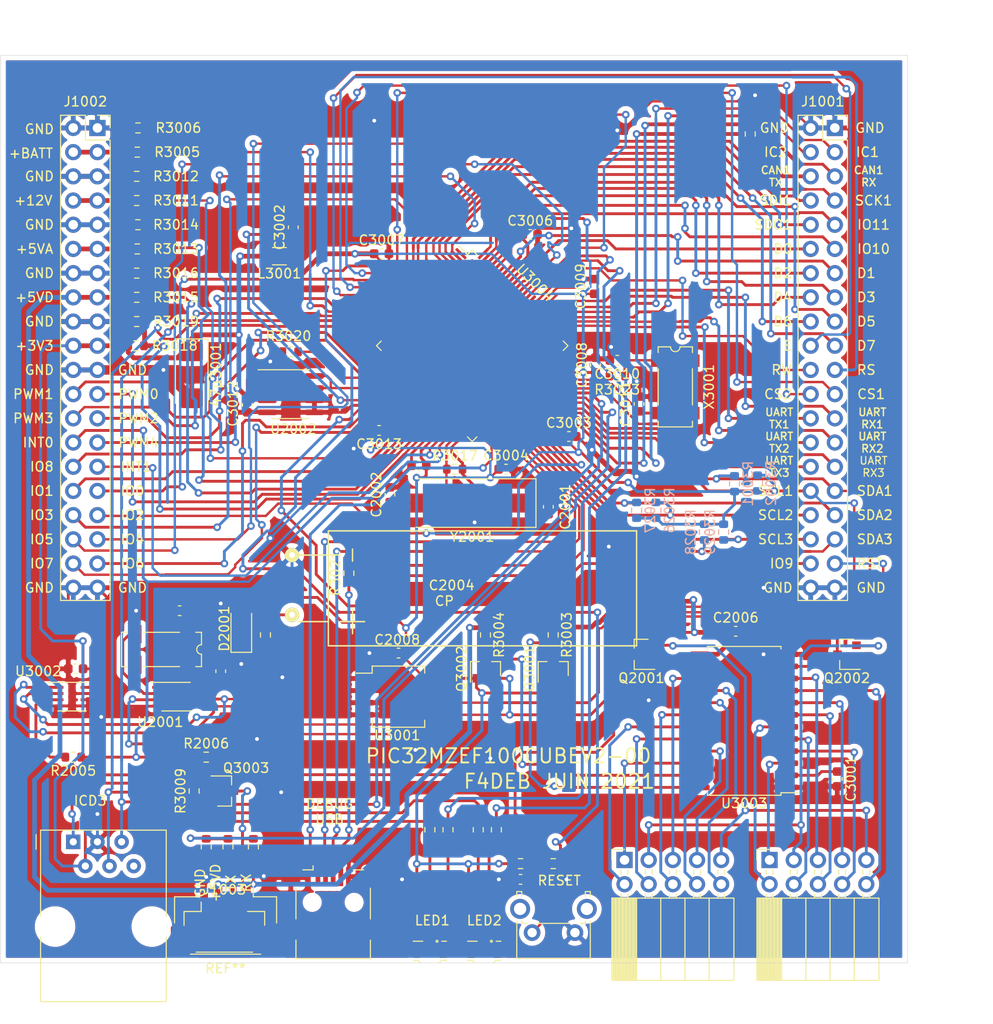
<source format=kicad_pcb>
(kicad_pcb (version 20171130) (host pcbnew 5.1.9+dfsg1-1)
  (layers (0 F.Cu signal) (31 B.Cu signal hide) (34 B.Paste user hide) (35 F.Paste user) (36 B.SilkS user hide) (37 F.SilkS user) (38 B.Mask user hide) (39 F.Mask user) (44 Edge.Cuts user))
  (net 0 "")
  (net 1 +3V3)
  (net 2 "Net-(C2001-Pad1)")
  (net 3 "Net-(C2002-Pad1)")
  (net 4 /RST)
  (net 5 "Net-(C2004-Pad1)")
  (net 6 "Net-(C2005-Pad1)")
  (net 7 +5VD)
  (net 8 "Net-(C3001-Pad1)")
  (net 9 "Net-(C3002-Pad1)")
  (net 10 "Net-(C3010-Pad1)")
  (net 11 "Net-(C3011-Pad1)")
  (net 12 "Net-(D1001-Pad2)")
  (net 13 "Net-(D1001-Pad1)")
  (net 14 "Net-(D1002-Pad1)")
  (net 15 "Net-(D1002-Pad2)")
  (net 16 /IO9)
  (net 17 /SCL3)
  (net 18 /SDA3)
  (net 19 /SCL2)
  (net 20 /SDA2)
  (net 21 /SCL1)
  (net 22 /SDA1)
  (net 23 /UART-TX3)
  (net 24 /UART-RX3)
  (net 25 /UART-TX2)
  (net 26 /UART-RX2)
  (net 27 /UART-TX1)
  (net 28 /UART-RX1)
  (net 29 /CS2)
  (net 30 /CS1)
  (net 31 /RW)
  (net 32 /RS)
  (net 33 /E)
  (net 34 /D7)
  (net 35 /D6)
  (net 36 /D5)
  (net 37 /D4)
  (net 38 /D3)
  (net 39 /D2)
  (net 40 /D1)
  (net 41 /D0)
  (net 42 /IO10)
  (net 43 /SDO1)
  (net 44 /IO11)
  (net 45 /SDI1)
  (net 46 /SCK1)
  (net 47 /CAN1TX)
  (net 48 /CAN1RX)
  (net 49 /IC2)
  (net 50 /IC1)
  (net 51 +BATT)
  (net 52 +12V)
  (net 53 +5VA)
  (net 54 /PWM0)
  (net 55 /PWM1)
  (net 56 /PWM2)
  (net 57 /PWM3)
  (net 58 /INT0)
  (net 59 /INT1)
  (net 60 /IO8)
  (net 61 /IO0)
  (net 62 /IO1)
  (net 63 /IO2)
  (net 64 /IO3)
  (net 65 /IO4)
  (net 66 /IO5)
  (net 67 /IO6)
  (net 68 /IO7)
  (net 69 /UART-RX0)
  (net 70 /UART-TX0)
  (net 71 /VBUS)
  (net 72 /USBID)
  (net 73 /PGEC1)
  (net 74 /PGED1)
  (net 75 "Net-(Q3001-Pad3)")
  (net 76 "Net-(Q3002-Pad3)")
  (net 77 /PIC32MZ2048EF100/UART-TX)
  (net 78 /LED1)
  (net 79 /LED2)
  (net 80 "Net-(R2005-Pad2)")
  (net 81 "Net-(R2006-Pad2)")
  (net 82 "Net-(R3005-Pad2)")
  (net 83 "Net-(R3007-Pad2)")
  (net 84 "Net-(R3011-Pad2)")
  (net 85 "Net-(R3013-Pad2)")
  (net 86 "Net-(R3015-Pad2)")
  (net 87 "Net-(R3018-Pad2)")
  (net 88 "Net-(R3020-Pad1)")
  (net 89 "Net-(R3021-Pad2)")
  (net 90 "Net-(R3023-Pad2)")
  (net 91 "Net-(U2001-Pad2)")
  (net 92 "Net-(U2002-Pad7)")
  (net 93 /I2C/E34)
  (net 94 /I2C/D34)
  (net 95 /I2C/C34)
  (net 96 /I2C/G34)
  (net 97 /I2C/P34)
  (net 98 /I2C/A34)
  (net 99 /I2C/B34)
  (net 100 "Net-(J2001-Pad9)")
  (net 101 /I2C/F34)
  (net 102 "Net-(J2002-Pad10)")
  (net 103 "Net-(J2002-Pad8)")
  (net 104 "Net-(J2002-Pad7)")
  (net 105 "Net-(J2002-Pad5)")
  (net 106 "Net-(J2002-Pad4)")
  (net 107 "Net-(J2002-Pad2)")
  (net 108 "Net-(J2002-Pad1)")
  (net 109 "Net-(Q2001-Pad1)")
  (net 110 "Net-(Q2002-Pad1)")
  (net 111 "Net-(R3022-Pad2)")
  (net 112 GND)
  (net 113 /D-)
  (net 114 /D+)
  (net 115 "Net-(J2001-Pad3)")
  (net 116 "Net-(J2002-Pad6)")
  (net 117 "Net-(C2007-Pad1)")
  (net 118 /PWM4)
  (module Resistor_SMD:R_0603_1608Metric (layer F.Cu) (at 187.96 55.245 270)
    (fp_text reference R3024 hide)
    (fp_text value 120)
    (pad 1 smd roundrect (at -0.825 0 270) (size 0.8 0.95) (layers F.Cu F.Paste F.Mask) (net 48 /CAN1RX))
    (pad 2 smd roundrect (at 0.825 0 270) (size 0.8 0.95) (layers F.Cu F.Paste F.Mask) (net 47 /CAN1TX))
  )
  (module Connector_JST:JST_ZE_BM04B-ZESS-TBT_1x04-1MP_P1.50mm_Vertical (layer F.Cu) (at 132.842 137.668 180)
    (fp_text reference REF** (at 0 -5.15) (layer F.SilkS))
    (fp_text value JST_ZE_BM04B-ZESS-TBT_1x04-1MP_P1.50mm_Vertical)
    (pad MP smd roundrect (at 4.85 -2.3 180) (size 1.8 3.3) (layers F.Cu F.Paste F.Mask) (roundrect_rratio 0.139) (net 112 GND))
    (pad MP smd roundrect (at -4.85 -2.3 180) (size 1.8 3.3) (layers F.Cu F.Paste F.Mask) (roundrect_rratio 0.139) (net 112 GND))
    (pad 4 smd roundrect (at 2.25 2.75 180) (size 0.8 2.4) (layers F.Cu F.Paste F.Mask))
    (pad 3 smd roundrect (at 0.75 2.75 180) (size 0.8 2.4) (layers F.Cu F.Paste F.Mask))
    (pad 2 smd roundrect (at -0.75 2.75 180) (size 0.8 2.4) (layers F.Cu F.Paste F.Mask))
    (pad 1 smd roundrect (at -2.25 2.75 180) (size 0.8 2.4) (layers F.Cu F.Paste F.Mask))
  )
  (module Connector_JST:JST_GH_SM04B-GHS-TB_1x04-1MP_P1.25mm_Horizontal (layer F.Cu) (at 132.715 138.557)
    (fp_text reference J1003 (at 0 -4) (layer F.SilkS))
    (fp_text value Conn_01x04)
    (pad MP smd roundrect (at 3.725 1.35) (size 1 2.7) (layers F.Cu F.Paste F.Mask) (net 112 GND))
    (pad MP smd roundrect (at -3.725 1.35) (size 1 2.7) (layers F.Cu F.Paste F.Mask) (net 112 GND))
    (pad 4 smd roundrect (at 1.875 -1.85) (size 0.6 1.7) (layers F.Cu F.Paste F.Mask) (net 70 /UART-TX0))
    (pad 3 smd roundrect (at 0.625 -1.85) (size 0.6 1.7) (layers F.Cu F.Paste F.Mask) (net 69 /UART-RX0))
    (pad 2 smd roundrect (at -0.625 -1.85) (size 0.6 1.7) (layers F.Cu F.Paste F.Mask) (net 7 +5VD))
    (pad 1 smd roundrect (at -1.875 -1.85) (size 0.6 1.7) (layers F.Cu F.Paste F.Mask) (net 112 GND))
  )
  (module Resistor_SMD:R_0603_1608Metric (layer F.Cu) (at 123.634 64.77 180)
    (fp_text reference R3014 (at -4.001 0) (layer F.SilkS))
    (fp_text value R)
    (pad 2 smd roundrect (at 0.825 0 180) (size 0.8 0.95) (layers F.Cu F.Paste F.Mask) (net 112 GND))
    (pad 1 smd roundrect (at -0.825 0 180) (size 0.8 0.95) (layers F.Cu F.Paste F.Mask) (net 85 "Net-(R3013-Pad2)"))
  )
  (module Resistor_SMD:R_0603_1608Metric (layer F.Cu) (at 133.096 130.048 90)
    (fp_text reference R3007 hide)
    (fp_text value 1k)
    (pad 2 smd roundrect (at 0.825 0 90) (size 0.8 0.95) (layers F.Cu F.Paste F.Mask) (net 83 "Net-(R3007-Pad2)"))
    (pad 1 smd roundrect (at -0.825 0 90) (size 0.8 0.95) (layers F.Cu F.Paste F.Mask) (net 69 /UART-RX0))
  )
  (module Capacitor_SMD:C_0603_1608Metric (layer F.Cu) (at 148.971 86.36 180)
    (fp_text reference C3013 (at 0 -1.43) (layer F.SilkS))
    (fp_text value 100n)
    (pad 2 smd roundrect (at 0.775 0 180) (size 0.9 0.95) (layers F.Cu F.Paste F.Mask) (net 112 GND))
    (pad 1 smd roundrect (at -0.775 0 180) (size 0.9 0.95) (layers F.Cu F.Paste F.Mask) (net 1 +3V3))
  )
  (module Capacitor_SMD:C_0603_1608Metric (layer F.Cu) (at 135.128 83.68 270)
    (fp_text reference C3012 (at -0.114 1.524 90) (layer F.SilkS))
    (fp_text value 100n)
    (pad 2 smd roundrect (at 0.775 0 270) (size 0.9 0.95) (layers F.Cu F.Paste F.Mask) (net 112 GND))
    (pad 1 smd roundrect (at -0.775 0 270) (size 0.9 0.95) (layers F.Cu F.Paste F.Mask) (net 1 +3V3))
  )
  (module Resistor_SMD:R_0603_1608Metric (layer F.Cu) (at 154.305 128.27 90)
    (fp_text reference R1001 hide)
    (fp_text value R)
    (pad 1 smd roundrect (at -0.825 0 90) (size 0.8 0.95) (layers F.Cu F.Paste F.Mask) (net 12 "Net-(D1001-Pad2)"))
    (pad 2 smd roundrect (at 0.825 0 90) (size 0.8 0.95) (layers F.Cu F.Paste F.Mask) (net 73 /PGEC1))
  )
  (module Capacitor_SMD:C_0603_1608Metric (layer F.Cu) (at 117.094 111.379 180)
    (fp_text reference C2009 hide)
    (fp_text value 100n)
    (pad 2 smd roundrect (at 0.775 0 180) (size 0.9 0.95) (layers F.Cu F.Paste F.Mask) (net 112 GND))
    (pad 1 smd roundrect (at -0.775 0 180) (size 0.9 0.95) (layers F.Cu F.Paste F.Mask) (net 1 +3V3))
  )
  (module Capacitor_SMD:C_0603_1608Metric (layer F.Cu) (at 151.016 109.728 180)
    (fp_text reference C2008 (at 0.14 1.397) (layer F.SilkS))
    (fp_text value 100n)
    (pad 2 smd roundrect (at 0.775 0 180) (size 0.9 0.95) (layers F.Cu F.Paste F.Mask) (net 112 GND))
    (pad 1 smd roundrect (at -0.775 0 180) (size 0.9 0.95) (layers F.Cu F.Paste F.Mask) (net 1 +3V3))
  )
  (module Connector_PinSocket_2.54mm:PinSocket_2x05_P2.54mm_Horizontal (layer F.Cu) (at 174.752 131.445 90)
    (fp_text reference J2001 hide)
    (fp_text value Conn_02x05_Top_Bottom)
    (pad 10 thru_hole oval (at -2.54 10.16 90) (size 1.7 1.7) (drill 1) (layers *.Cu *.Mask) (net 97 /I2C/P34))
    (pad 9 thru_hole oval (at 0 10.16 90) (size 1.7 1.7) (drill 1) (layers *.Cu *.Mask) (net 100 "Net-(J2001-Pad9)"))
    (pad 8 thru_hole oval (at -2.54 7.62 90) (size 1.7 1.7) (drill 1) (layers *.Cu *.Mask) (net 96 /I2C/G34))
    (pad 7 thru_hole oval (at 0 7.62 90) (size 1.7 1.7) (drill 1) (layers *.Cu *.Mask) (net 98 /I2C/A34))
    (pad 6 thru_hole oval (at -2.54 5.08 90) (size 1.7 1.7) (drill 1) (layers *.Cu *.Mask) (net 95 /I2C/C34))
    (pad 5 thru_hole oval (at 0 5.08 90) (size 1.7 1.7) (drill 1) (layers *.Cu *.Mask) (net 99 /I2C/B34))
    (pad 4 thru_hole oval (at -2.54 2.54 90) (size 1.7 1.7) (drill 1) (layers *.Cu *.Mask) (net 94 /I2C/D34))
    (pad 3 thru_hole oval (at 0 2.54 90) (size 1.7 1.7) (drill 1) (layers *.Cu *.Mask) (net 115 "Net-(J2001-Pad3)"))
    (pad 2 thru_hole oval (at -2.54 0 90) (size 1.7 1.7) (drill 1) (layers *.Cu *.Mask) (net 93 /I2C/E34))
    (pad 1 thru_hole rect (at 0 0 90) (size 1.7 1.7) (drill 1) (layers *.Cu *.Mask) (net 101 /I2C/F34))
  )
  (module Connector_PinSocket_2.54mm:PinSocket_2x05_P2.54mm_Horizontal (layer F.Cu) (at 189.992 131.445 90)
    (fp_text reference J2002 hide)
    (fp_text value Conn_02x05_Top_Bottom)
    (pad 10 thru_hole oval (at -2.54 10.16 90) (size 1.7 1.7) (drill 1) (layers *.Cu *.Mask) (net 102 "Net-(J2002-Pad10)"))
    (pad 9 thru_hole oval (at 0 10.16 90) (size 1.7 1.7) (drill 1) (layers *.Cu *.Mask) (net 100 "Net-(J2001-Pad9)"))
    (pad 8 thru_hole oval (at -2.54 7.62 90) (size 1.7 1.7) (drill 1) (layers *.Cu *.Mask) (net 103 "Net-(J2002-Pad8)"))
    (pad 7 thru_hole oval (at 0 7.62 90) (size 1.7 1.7) (drill 1) (layers *.Cu *.Mask) (net 104 "Net-(J2002-Pad7)"))
    (pad 6 thru_hole oval (at -2.54 5.08 90) (size 1.7 1.7) (drill 1) (layers *.Cu *.Mask) (net 116 "Net-(J2002-Pad6)"))
    (pad 5 thru_hole oval (at 0 5.08 90) (size 1.7 1.7) (drill 1) (layers *.Cu *.Mask) (net 105 "Net-(J2002-Pad5)"))
    (pad 4 thru_hole oval (at -2.54 2.54 90) (size 1.7 1.7) (drill 1) (layers *.Cu *.Mask) (net 106 "Net-(J2002-Pad4)"))
    (pad 3 thru_hole oval (at 0 2.54 90) (size 1.7 1.7) (drill 1) (layers *.Cu *.Mask) (net 115 "Net-(J2001-Pad3)"))
    (pad 2 thru_hole oval (at -2.54 0 90) (size 1.7 1.7) (drill 1) (layers *.Cu *.Mask) (net 107 "Net-(J2002-Pad2)"))
    (pad 1 thru_hole rect (at 0 0 90) (size 1.7 1.7) (drill 1) (layers *.Cu *.Mask) (net 108 "Net-(J2002-Pad1)"))
  )
  (module Resistor_SMD:R_0603_1608Metric (layer B.Cu) (at 185.166 97.028 270)
    (fp_text reference R3029 (at 0 1.43 90) (layer B.SilkS) (effects (justify mirror)))
    (fp_text value 2k1)
    (pad 2 smd roundrect (at 0.825 0 270) (size 0.8 0.95) (layers B.Cu B.Paste B.Mask) (net 17 /SCL3))
    (pad 1 smd roundrect (at -0.825 0 270) (size 0.8 0.95) (layers B.Cu B.Paste B.Mask) (net 1 +3V3))
  )
  (module Resistor_SMD:R_0603_1608Metric (layer B.Cu) (at 183.134 97.028 270)
    (fp_text reference R3028 (at 0 1.43 270) (layer B.SilkS) (effects (justify mirror)))
    (fp_text value 2k1)
    (pad 2 smd roundrect (at 0.825 0 270) (size 0.8 0.95) (layers B.Cu B.Paste B.Mask) (net 18 /SDA3))
    (pad 1 smd roundrect (at -0.825 0 270) (size 0.8 0.95) (layers B.Cu B.Paste B.Mask) (net 1 +3V3))
  )
  (module Resistor_SMD:R_0603_1608Metric (layer B.Cu) (at 176.022 94.742 90)
    (fp_text reference R3027 (at 0 1.43 270) (layer B.SilkS) (effects (justify mirror)))
    (fp_text value 2k1)
    (pad 2 smd roundrect (at 0.825 0 90) (size 0.8 0.95) (layers B.Cu B.Paste B.Mask) (net 20 /SDA2))
    (pad 1 smd roundrect (at -0.825 0 90) (size 0.8 0.95) (layers B.Cu B.Paste B.Mask) (net 1 +3V3))
  )
  (module Resistor_SMD:R_0603_1608Metric (layer B.Cu) (at 178.054 94.742 90)
    (fp_text reference R3026 (at 0 1.43 270) (layer B.SilkS) (effects (justify mirror)))
    (fp_text value 2k1)
    (pad 2 smd roundrect (at 0.825 0 90) (size 0.8 0.95) (layers B.Cu B.Paste B.Mask) (net 19 /SCL2))
    (pad 1 smd roundrect (at -0.825 0 90) (size 0.8 0.95) (layers B.Cu B.Paste B.Mask) (net 1 +3V3))
  )
  (module Capacitor_SMD:C_0603_1608Metric (layer F.Cu) (at 166.751 94.374 90)
    (fp_text reference C2001 (at 0 1.778 90) (layer F.SilkS))
    (fp_text value 22p)
    (pad 2 smd roundrect (at 0.775 0 90) (size 0.9 0.95) (layers F.Cu F.Paste F.Mask) (net 112 GND))
    (pad 1 smd roundrect (at -0.775 0 90) (size 0.9 0.95) (layers F.Cu F.Paste F.Mask) (net 2 "Net-(C2001-Pad1)"))
  )
  (module Capacitor_SMD:C_0603_1608Metric (layer F.Cu) (at 150.114 93.104 90)
    (fp_text reference C2002 (at 0 -1.43 90) (layer F.SilkS))
    (fp_text value 22p)
    (pad 1 smd roundrect (at -0.775 0 90) (size 0.9 0.95) (layers F.Cu F.Paste F.Mask) (net 3 "Net-(C2002-Pad1)"))
    (pad 2 smd roundrect (at 0.775 0 90) (size 0.9 0.95) (layers F.Cu F.Paste F.Mask) (net 112 GND))
  )
  (module Capacitor_SMD:C_0603_1608Metric (layer F.Cu) (at 163.83 133.477 180)
    (fp_text reference C2003 hide)
    (fp_text value NC)
    (pad 2 smd roundrect (at 0.775 0 180) (size 0.9 0.95) (layers F.Cu F.Paste F.Mask) (net 112 GND))
    (pad 1 smd roundrect (at -0.775 0 180) (size 0.9 0.95) (layers F.Cu F.Paste F.Mask) (net 4 /RST))
  )
  (module CEN-PCB:C-10F (layer F.Cu) (at 143.637 108.966 90)
    (fp_text reference C2004 (at 6.35 12.954 180) (layer F.SilkS))
    (fp_text value CP (at 4.699 12.192 180) (layer F.SilkS))
    (pad 1 thru_hole circle (at 3.2512 -3.81 90) (size 1.5 1.5) (drill 0.6) (layers *.Cu *.Mask F.SilkS) (net 5 "Net-(C2004-Pad1)"))
    (pad 2 thru_hole circle (at 9.525 -3.81 90) (size 1.5 1.5) (drill 0.6) (layers *.Cu *.Mask F.SilkS) (net 112 GND))
  )
  (module Capacitor_SMD:C_0603_1608Metric (layer F.Cu) (at 128.016 105.283 180)
    (fp_text reference C2005 hide)
    (fp_text value 10p)
    (pad 1 smd roundrect (at -0.775 0 180) (size 0.9 0.95) (layers F.Cu F.Paste F.Mask) (net 6 "Net-(C2005-Pad1)"))
    (pad 2 smd roundrect (at 0.775 0 180) (size 0.9 0.95) (layers F.Cu F.Paste F.Mask) (net 112 GND))
  )
  (module Capacitor_SMD:C_0603_1608Metric (layer F.Cu) (at 186.436 107.442)
    (fp_text reference C2006 (at 0 -1.43) (layer F.SilkS))
    (fp_text value 100n)
    (pad 2 smd roundrect (at 0.775 0) (size 0.9 0.95) (layers F.Cu F.Paste F.Mask) (net 112 GND))
    (pad 1 smd roundrect (at -0.775 0) (size 0.9 0.95) (layers F.Cu F.Paste F.Mask) (net 7 +5VD))
  )
  (module Capacitor_SMD:C_0603_1608Metric (layer F.Cu) (at 132.334 111.633 90)
    (fp_text reference C2007 hide)
    (fp_text value 100n)
    (pad 1 smd roundrect (at -0.775 0 90) (size 0.9 0.95) (layers F.Cu F.Paste F.Mask) (net 117 "Net-(C2007-Pad1)"))
    (pad 2 smd roundrect (at 0.775 0 90) (size 0.9 0.95) (layers F.Cu F.Paste F.Mask) (net 112 GND))
  )
  (module Capacitor_SMD:C_0603_1608Metric (layer F.Cu) (at 197.104 122.936 270)
    (fp_text reference C3001 (at 0 -1.43 90) (layer F.SilkS))
    (fp_text value 2.7n)
    (pad 2 smd roundrect (at 0.775 0 270) (size 0.9 0.95) (layers F.Cu F.Paste F.Mask) (net 112 GND))
    (pad 1 smd roundrect (at -0.775 0 270) (size 0.9 0.95) (layers F.Cu F.Paste F.Mask) (net 8 "Net-(C3001-Pad1)"))
  )
  (module Capacitor_SMD:C_0603_1608Metric (layer F.Cu) (at 139.954 65.037 90)
    (fp_text reference C3002 (at 0 -1.43 90) (layer F.SilkS))
    (fp_text value 100n)
    (pad 1 smd roundrect (at -0.775 0 90) (size 0.9 0.95) (layers F.Cu F.Paste F.Mask) (net 9 "Net-(C3002-Pad1)"))
    (pad 2 smd roundrect (at 0.775 0 90) (size 0.9 0.95) (layers F.Cu F.Paste F.Mask) (net 112 GND))
  )
  (module Capacitor_SMD:C_0603_1608Metric (layer F.Cu) (at 168.91 86.995)
    (fp_text reference C3003 (at 0 -1.43) (layer F.SilkS))
    (fp_text value 100n)
    (pad 2 smd roundrect (at 0.775 0) (size 0.9 0.95) (layers F.Cu F.Paste F.Mask) (net 112 GND))
    (pad 1 smd roundrect (at -0.775 0) (size 0.9 0.95) (layers F.Cu F.Paste F.Mask) (net 1 +3V3))
  )
  (module Capacitor_SMD:C_0603_1608Metric (layer F.Cu) (at 162.306 90.424)
    (fp_text reference C3004 (at 0 -1.43) (layer F.SilkS))
    (fp_text value 100n)
    (pad 1 smd roundrect (at -0.775 0) (size 0.9 0.95) (layers F.Cu F.Paste F.Mask) (net 1 +3V3))
    (pad 2 smd roundrect (at 0.775 0) (size 0.9 0.95) (layers F.Cu F.Paste F.Mask) (net 112 GND))
  )
  (module Capacitor_SMD:C_0603_1608Metric (layer F.Cu) (at 153.149 90.043 180)
    (fp_text reference C3005 hide)
    (fp_text value 100n)
    (pad 1 smd roundrect (at -0.775 0 180) (size 0.9 0.95) (layers F.Cu F.Paste F.Mask) (net 1 +3V3))
    (pad 2 smd roundrect (at 0.775 0 180) (size 0.9 0.95) (layers F.Cu F.Paste F.Mask) (net 112 GND))
  )
  (module Capacitor_SMD:C_0603_1608Metric (layer F.Cu) (at 164.846 65.786)
    (fp_text reference C3006 (at 0 -1.43) (layer F.SilkS))
    (fp_text value 100n)
    (pad 2 smd roundrect (at 0.775 0) (size 0.9 0.95) (layers F.Cu F.Paste F.Mask) (net 112 GND))
    (pad 1 smd roundrect (at -0.775 0) (size 0.9 0.95) (layers F.Cu F.Paste F.Mask) (net 1 +3V3))
  )
  (module Capacitor_SMD:C_0603_1608Metric (layer F.Cu) (at 149.225 67.818)
    (fp_text reference C3007 (at 0 -1.43) (layer F.SilkS))
    (fp_text value 100n)
    (pad 1 smd roundrect (at -0.775 0) (size 0.9 0.95) (layers F.Cu F.Paste F.Mask) (net 1 +3V3))
    (pad 2 smd roundrect (at 0.775 0) (size 0.9 0.95) (layers F.Cu F.Paste F.Mask) (net 112 GND))
  )
  (module Capacitor_SMD:C_0603_1608Metric (layer F.Cu) (at 171.704 79.502 90)
    (fp_text reference C3008 (at 0 -1.43 90) (layer F.SilkS))
    (fp_text value 100n)
    (pad 2 smd roundrect (at 0.775 0 90) (size 0.9 0.95) (layers F.Cu F.Paste F.Mask) (net 112 GND))
    (pad 1 smd roundrect (at -0.775 0 90) (size 0.9 0.95) (layers F.Cu F.Paste F.Mask) (net 1 +3V3))
  )
  (module Capacitor_SMD:C_0603_1608Metric (layer F.Cu) (at 171.577 71.247 90)
    (fp_text reference C3009 (at 0 -1.43 90) (layer F.SilkS))
    (fp_text value 100n)
    (pad 1 smd roundrect (at -0.775 0 90) (size 0.9 0.95) (layers F.Cu F.Paste F.Mask) (net 1 +3V3))
    (pad 2 smd roundrect (at 0.775 0 90) (size 0.9 0.95) (layers F.Cu F.Paste F.Mask) (net 112 GND))
  )
  (module Capacitor_SMD:C_0603_1608Metric (layer F.Cu) (at 173.99 78.994 180)
    (fp_text reference C3010 (at 0 -1.43) (layer F.SilkS))
    (fp_text value 33p)
    (pad 2 smd roundrect (at 0.775 0 180) (size 0.9 0.95) (layers F.Cu F.Paste F.Mask) (net 112 GND))
    (pad 1 smd roundrect (at -0.775 0 180) (size 0.9 0.95) (layers F.Cu F.Paste F.Mask) (net 10 "Net-(C3010-Pad1)"))
  )
  (module Capacitor_SMD:C_0603_1608Metric (layer F.Cu) (at 176.276 83.579 90)
    (fp_text reference C3011 (at 0 -1.43 90) (layer F.SilkS))
    (fp_text value 33p)
    (pad 1 smd roundrect (at -0.775 0 90) (size 0.9 0.95) (layers F.Cu F.Paste F.Mask) (net 11 "Net-(C3011-Pad1)"))
    (pad 2 smd roundrect (at 0.775 0 90) (size 0.9 0.95) (layers F.Cu F.Paste F.Mask) (net 112 GND))
  )
  (module LED_SMD:LED_LiteOn_LTST-S326 (layer F.Cu) (at 154.305 140.97 270)
    (fp_text reference D1001 hide)
    (fp_text value LED_Dual_CCA)
    (pad 2 smd rect (at -0.65 0 90) (size 0.9 0.9) (layers F.Cu F.Paste F.Mask) (net 12 "Net-(D1001-Pad2)"))
    (pad 1 smd rect (at 0 -1.375 90) (size 1.5 0.75) (layers F.Cu F.Paste F.Mask) (net 13 "Net-(D1001-Pad1)"))
    (pad 3 smd rect (at 0 1.375 90) (size 1.5 0.75) (layers F.Cu F.Paste F.Mask) (net 1 +3V3))
  )
  (module LED_SMD:LED_LiteOn_LTST-S326 (layer F.Cu) (at 160.02 140.97 270)
    (fp_text reference D1002 hide)
    (fp_text value LED_Dual_CCA)
    (pad 3 smd rect (at 0 1.375 90) (size 1.5 0.75) (layers F.Cu F.Paste F.Mask) (net 1 +3V3))
    (pad 1 smd rect (at 0 -1.375 90) (size 1.5 0.75) (layers F.Cu F.Paste F.Mask) (net 14 "Net-(D1002-Pad1)"))
    (pad 2 smd rect (at -0.65 0 90) (size 0.9 0.9) (layers F.Cu F.Paste F.Mask) (net 15 "Net-(D1002-Pad2)"))
  )
  (module Diode_SMD:D_1206_3216Metric_Castellated (layer F.Cu) (at 134.493 107.16 90)
    (fp_text reference D2001 (at 0 -1.78 90) (layer F.SilkS))
    (fp_text value D_Schottky)
    (pad 1 smd roundrect (at -1.425 0 90) (size 1.6 1.65) (layers F.Cu F.Paste F.Mask) (roundrect_rratio 0.15625) (net 117 "Net-(C2007-Pad1)"))
    (pad 2 smd roundrect (at 1.425 0 90) (size 1.6 1.65) (layers F.Cu F.Paste F.Mask) (roundrect_rratio 0.15625) (net 1 +3V3))
  )
  (module Connector_PinSocket_2.54mm:PinSocket_2x20_P2.54mm_Vertical (layer F.Cu) (at 196.85 54.61)
    (fp_text reference J1001 (at -1.27 -2.77) (layer F.SilkS))
    (fp_text value Conn_02x20_Odd_Even)
    (pad 40 thru_hole oval (at -2.54 48.26) (size 1.7 1.7) (drill 1) (layers *.Cu *.Mask) (net 112 GND))
    (pad 39 thru_hole oval (at 0 48.26) (size 1.7 1.7) (drill 1) (layers *.Cu *.Mask) (net 112 GND))
    (pad 38 thru_hole oval (at -2.54 45.72) (size 1.7 1.7) (drill 1) (layers *.Cu *.Mask) (net 16 /IO9))
    (pad 37 thru_hole oval (at 0 45.72) (size 1.7 1.7) (drill 1) (layers *.Cu *.Mask) (net 4 /RST))
    (pad 36 thru_hole oval (at -2.54 43.18) (size 1.7 1.7) (drill 1) (layers *.Cu *.Mask) (net 17 /SCL3))
    (pad 35 thru_hole oval (at 0 43.18) (size 1.7 1.7) (drill 1) (layers *.Cu *.Mask) (net 18 /SDA3))
    (pad 34 thru_hole oval (at -2.54 40.64) (size 1.7 1.7) (drill 1) (layers *.Cu *.Mask) (net 19 /SCL2))
    (pad 33 thru_hole oval (at 0 40.64) (size 1.7 1.7) (drill 1) (layers *.Cu *.Mask) (net 20 /SDA2))
    (pad 32 thru_hole oval (at -2.54 38.1) (size 1.7 1.7) (drill 1) (layers *.Cu *.Mask) (net 21 /SCL1))
    (pad 31 thru_hole oval (at 0 38.1) (size 1.7 1.7) (drill 1) (layers *.Cu *.Mask) (net 22 /SDA1))
    (pad 30 thru_hole oval (at -2.54 35.56) (size 1.7 1.7) (drill 1) (layers *.Cu *.Mask) (net 23 /UART-TX3))
    (pad 29 thru_hole oval (at 0 35.56) (size 1.7 1.7) (drill 1) (layers *.Cu *.Mask) (net 24 /UART-RX3))
    (pad 28 thru_hole oval (at -2.54 33.02) (size 1.7 1.7) (drill 1) (layers *.Cu *.Mask) (net 25 /UART-TX2))
    (pad 27 thru_hole oval (at 0 33.02) (size 1.7 1.7) (drill 1) (layers *.Cu *.Mask) (net 26 /UART-RX2))
    (pad 26 thru_hole oval (at -2.54 30.48) (size 1.7 1.7) (drill 1) (layers *.Cu *.Mask) (net 27 /UART-TX1))
    (pad 25 thru_hole oval (at 0 30.48) (size 1.7 1.7) (drill 1) (layers *.Cu *.Mask) (net 28 /UART-RX1))
    (pad 24 thru_hole oval (at -2.54 27.94) (size 1.7 1.7) (drill 1) (layers *.Cu *.Mask) (net 29 /CS2))
    (pad 23 thru_hole oval (at 0 27.94) (size 1.7 1.7) (drill 1) (layers *.Cu *.Mask) (net 30 /CS1))
    (pad 22 thru_hole oval (at -2.54 25.4) (size 1.7 1.7) (drill 1) (layers *.Cu *.Mask) (net 31 /RW))
    (pad 21 thru_hole oval (at 0 25.4) (size 1.7 1.7) (drill 1) (layers *.Cu *.Mask) (net 32 /RS))
    (pad 20 thru_hole oval (at -2.54 22.86) (size 1.7 1.7) (drill 1) (layers *.Cu *.Mask) (net 33 /E))
    (pad 19 thru_hole oval (at 0 22.86) (size 1.7 1.7) (drill 1) (layers *.Cu *.Mask) (net 34 /D7))
    (pad 18 thru_hole oval (at -2.54 20.32) (size 1.7 1.7) (drill 1) (layers *.Cu *.Mask) (net 35 /D6))
    (pad 17 thru_hole oval (at 0 20.32) (size 1.7 1.7) (drill 1) (layers *.Cu *.Mask) (net 36 /D5))
    (pad 16 thru_hole oval (at -2.54 17.78) (size 1.7 1.7) (drill 1) (layers *.Cu *.Mask) (net 37 /D4))
    (pad 15 thru_hole oval (at 0 17.78) (size 1.7 1.7) (drill 1) (layers *.Cu *.Mask) (net 38 /D3))
    (pad 14 thru_hole oval (at -2.54 15.24) (size 1.7 1.7) (drill 1) (layers *.Cu *.Mask) (net 39 /D2))
    (pad 13 thru_hole oval (at 0 15.24) (size 1.7 1.7) (drill 1) (layers *.Cu *.Mask) (net 40 /D1))
    (pad 12 thru_hole oval (at -2.54 12.7) (size 1.7 1.7) (drill 1) (layers *.Cu *.Mask) (net 41 /D0))
    (pad 11 thru_hole oval (at 0 12.7) (size 1.7 1.7) (drill 1) (layers *.Cu *.Mask) (net 42 /IO10))
    (pad 10 thru_hole oval (at -2.54 10.16) (size 1.7 1.7) (drill 1) (layers *.Cu *.Mask) (net 43 /SDO1))
    (pad 9 thru_hole oval (at 0 10.16) (size 1.7 1.7) (drill 1) (layers *.Cu *.Mask) (net 44 /IO11))
    (pad 8 thru_hole oval (at -2.54 7.62) (size 1.7 1.7) (drill 1) (layers *.Cu *.Mask) (net 45 /SDI1))
    (pad 7 thru_hole oval (at 0 7.62) (size 1.7 1.7) (drill 1) (layers *.Cu *.Mask) (net 46 /SCK1))
    (pad 6 thru_hole oval (at -2.54 5.08) (size 1.7 1.7) (drill 1) (layers *.Cu *.Mask) (net 47 /CAN1TX))
    (pad 5 thru_hole oval (at 0 5.08) (size 1.7 1.7) (drill 1) (layers *.Cu *.Mask) (net 48 /CAN1RX))
    (pad 4 thru_hole oval (at -2.54 2.54) (size 1.7 1.7) (drill 1) (layers *.Cu *.Mask) (net 49 /IC2))
    (pad 3 thru_hole oval (at 0 2.54) (size 1.7 1.7) (drill 1) (layers *.Cu *.Mask) (net 50 /IC1))
    (pad 2 thru_hole oval (at -2.54 0) (size 1.7 1.7) (drill 1) (layers *.Cu *.Mask) (net 112 GND))
    (pad 1 thru_hole rect (at 0 0) (size 1.7 1.7) (drill 1) (layers *.Cu *.Mask) (net 112 GND))
  )
  (module Connector_PinSocket_2.54mm:PinSocket_2x20_P2.54mm_Vertical (layer F.Cu) (at 119.38 54.61)
    (fp_text reference J1002 (at -1.27 -2.77) (layer F.SilkS))
    (fp_text value Conn_02x20_Odd_Even)
    (pad 1 thru_hole rect (at 0 0) (size 1.7 1.7) (drill 1) (layers *.Cu *.Mask) (net 112 GND))
    (pad 2 thru_hole oval (at -2.54 0) (size 1.7 1.7) (drill 1) (layers *.Cu *.Mask) (net 112 GND))
    (pad 3 thru_hole oval (at 0 2.54) (size 1.7 1.7) (drill 1) (layers *.Cu *.Mask) (net 51 +BATT))
    (pad 4 thru_hole oval (at -2.54 2.54) (size 1.7 1.7) (drill 1) (layers *.Cu *.Mask) (net 51 +BATT))
    (pad 5 thru_hole oval (at 0 5.08) (size 1.7 1.7) (drill 1) (layers *.Cu *.Mask) (net 112 GND))
    (pad 6 thru_hole oval (at -2.54 5.08) (size 1.7 1.7) (drill 1) (layers *.Cu *.Mask) (net 112 GND))
    (pad 7 thru_hole oval (at 0 7.62) (size 1.7 1.7) (drill 1) (layers *.Cu *.Mask) (net 52 +12V))
    (pad 8 thru_hole oval (at -2.54 7.62) (size 1.7 1.7) (drill 1) (layers *.Cu *.Mask) (net 52 +12V))
    (pad 9 thru_hole oval (at 0 10.16) (size 1.7 1.7) (drill 1) (layers *.Cu *.Mask) (net 112 GND))
    (pad 10 thru_hole oval (at -2.54 10.16) (size 1.7 1.7) (drill 1) (layers *.Cu *.Mask) (net 112 GND))
    (pad 11 thru_hole oval (at 0 12.7) (size 1.7 1.7) (drill 1) (layers *.Cu *.Mask) (net 53 +5VA))
    (pad 12 thru_hole oval (at -2.54 12.7) (size 1.7 1.7) (drill 1) (layers *.Cu *.Mask) (net 53 +5VA))
    (pad 13 thru_hole oval (at 0 15.24) (size 1.7 1.7) (drill 1) (layers *.Cu *.Mask) (net 112 GND))
    (pad 14 thru_hole oval (at -2.54 15.24) (size 1.7 1.7) (drill 1) (layers *.Cu *.Mask) (net 112 GND))
    (pad 15 thru_hole oval (at 0 17.78) (size 1.7 1.7) (drill 1) (layers *.Cu *.Mask) (net 7 +5VD))
    (pad 16 thru_hole oval (at -2.54 17.78) (size 1.7 1.7) (drill 1) (layers *.Cu *.Mask) (net 7 +5VD))
    (pad 17 thru_hole oval (at 0 20.32) (size 1.7 1.7) (drill 1) (layers *.Cu *.Mask) (net 112 GND))
    (pad 18 thru_hole oval (at -2.54 20.32) (size 1.7 1.7) (drill 1) (layers *.Cu *.Mask) (net 112 GND))
    (pad 19 thru_hole oval (at 0 22.86) (size 1.7 1.7) (drill 1) (layers *.Cu *.Mask) (net 1 +3V3))
    (pad 20 thru_hole oval (at -2.54 22.86) (size 1.7 1.7) (drill 1) (layers *.Cu *.Mask) (net 1 +3V3))
    (pad 21 thru_hole oval (at 0 25.4) (size 1.7 1.7) (drill 1) (layers *.Cu *.Mask) (net 112 GND))
    (pad 22 thru_hole oval (at -2.54 25.4) (size 1.7 1.7) (drill 1) (layers *.Cu *.Mask) (net 112 GND))
    (pad 23 thru_hole oval (at 0 27.94) (size 1.7 1.7) (drill 1) (layers *.Cu *.Mask) (net 54 /PWM0))
    (pad 24 thru_hole oval (at -2.54 27.94) (size 1.7 1.7) (drill 1) (layers *.Cu *.Mask) (net 55 /PWM1))
    (pad 25 thru_hole oval (at 0 30.48) (size 1.7 1.7) (drill 1) (layers *.Cu *.Mask) (net 56 /PWM2))
    (pad 26 thru_hole oval (at -2.54 30.48) (size 1.7 1.7) (drill 1) (layers *.Cu *.Mask) (net 57 /PWM3))
    (pad 27 thru_hole oval (at 0 33.02) (size 1.7 1.7) (drill 1) (layers *.Cu *.Mask) (net 118 /PWM4))
    (pad 28 thru_hole oval (at -2.54 33.02) (size 1.7 1.7) (drill 1) (layers *.Cu *.Mask) (net 58 /INT0))
    (pad 29 thru_hole oval (at 0 35.56) (size 1.7 1.7) (drill 1) (layers *.Cu *.Mask) (net 59 /INT1))
    (pad 30 thru_hole oval (at -2.54 35.56) (size 1.7 1.7) (drill 1) (layers *.Cu *.Mask) (net 60 /IO8))
    (pad 31 thru_hole oval (at 0 38.1) (size 1.7 1.7) (drill 1) (layers *.Cu *.Mask) (net 61 /IO0))
    (pad 32 thru_hole oval (at -2.54 38.1) (size 1.7 1.7) (drill 1) (layers *.Cu *.Mask) (net 62 /IO1))
    (pad 33 thru_hole oval (at 0 40.64) (size 1.7 1.7) (drill 1) (layers *.Cu *.Mask) (net 63 /IO2))
    (pad 34 thru_hole oval (at -2.54 40.64) (size 1.7 1.7) (drill 1) (layers *.Cu *.Mask) (net 64 /IO3))
    (pad 35 thru_hole oval (at 0 43.18) (size 1.7 1.7) (drill 1) (layers *.Cu *.Mask) (net 65 /IO4))
    (pad 36 thru_hole oval (at -2.54 43.18) (size 1.7 1.7) (drill 1) (layers *.Cu *.Mask) (net 66 /IO5))
    (pad 37 thru_hole oval (at 0 45.72) (size 1.7 1.7) (drill 1) (layers *.Cu *.Mask) (net 67 /IO6))
    (pad 38 thru_hole oval (at -2.54 45.72) (size 1.7 1.7) (drill 1) (layers *.Cu *.Mask) (net 68 /IO7))
    (pad 39 thru_hole oval (at 0 48.26) (size 1.7 1.7) (drill 1) (layers *.Cu *.Mask) (net 112 GND))
    (pad 40 thru_hole oval (at -2.54 48.26) (size 1.7 1.7) (drill 1) (layers *.Cu *.Mask) (net 112 GND))
  )
  (module Connector_USB:USB_Mini-B_Lumberg_2486_01_Horizontal (layer F.Cu) (at 144.145 135.89)
    (fp_text reference J1004 hide)
    (fp_text value USB_B_Mini)
    (pad 1 smd rect (at -1.6 -2.7) (size 0.5 2) (layers F.Cu F.Paste F.Mask) (net 71 /VBUS))
    (pad 2 smd rect (at -0.8 -2.7) (size 0.5 2) (layers F.Cu F.Paste F.Mask) (net 113 /D-))
    (pad 3 smd rect (at 0 -2.7) (size 0.5 2) (layers F.Cu F.Paste F.Mask) (net 114 /D+))
    (pad 4 smd rect (at 0.8 -2.7) (size 0.5 2) (layers F.Cu F.Paste F.Mask) (net 72 /USBID))
    (pad 5 smd rect (at 1.6 -2.7) (size 0.5 2) (layers F.Cu F.Paste F.Mask) (net 112 GND))
    (pad 6 smd rect (at -4.45 -2.6) (size 2 1.7) (layers F.Cu F.Paste F.Mask) (net 112 GND))
    (pad 6 smd rect (at -4.45 2.85) (size 2 1.7) (layers F.Cu F.Paste F.Mask) (net 112 GND))
    (pad 6 smd rect (at 4.45 -2.6) (size 2 1.7) (layers F.Cu F.Paste F.Mask) (net 112 GND))
    (pad 6 smd rect (at 4.45 2.85) (size 2 1.7) (layers F.Cu F.Paste F.Mask) (net 112 GND))
    (pad "" np_thru_hole circle (at -2.2 0) (size 1 1) (drill 1) (layers *.Cu *.Mask))
    (pad "" np_thru_hole circle (at 2.2 0) (size 1 1) (drill 1) (layers *.Cu *.Mask))
  )
  (module Connector_RJ:RJ12_Amphenol_54601 (layer F.Cu) (at 116.84 129.54)
    (fp_text reference J1005 hide)
    (fp_text value RJ12)
    (pad "" np_thru_hole circle (at 8.25 8.89) (size 3.25 3.25) (drill 3.25) (layers *.Cu *.Mask))
    (pad 6 thru_hole circle (at 6.35 2.54) (size 1.52 1.52) (drill 0.76) (layers *.Cu *.Mask))
    (pad 5 thru_hole circle (at 5.08 0) (size 1.52 1.52) (drill 0.76) (layers *.Cu *.Mask) (net 73 /PGEC1))
    (pad 4 thru_hole circle (at 3.81 2.54) (size 1.52 1.52) (drill 0.76) (layers *.Cu *.Mask) (net 74 /PGED1))
    (pad 3 thru_hole circle (at 2.54 0) (size 1.52 1.52) (drill 0.76) (layers *.Cu *.Mask) (net 112 GND))
    (pad 2 thru_hole circle (at 1.27 2.54) (size 1.52 1.52) (drill 0.76) (layers *.Cu *.Mask) (net 1 +3V3))
    (pad "" np_thru_hole circle (at -1.91 8.89) (size 3.25 3.25) (drill 3.25) (layers *.Cu *.Mask))
    (pad 1 thru_hole rect (at 0 0) (size 1.52 1.52) (drill 0.76) (layers *.Cu *.Mask) (net 4 /RST))
  )
  (module Resistor_SMD:R_1206_3216Metric (layer F.Cu) (at 138.4915 68.072 180)
    (fp_text reference L3001 (at 0 -1.82) (layer F.SilkS))
    (fp_text value L)
    (pad 1 smd roundrect (at -1.4625 0 180) (size 1.125 1.75) (layers F.Cu F.Paste F.Mask) (roundrect_rratio 0.2222204444444444) (net 9 "Net-(C3002-Pad1)"))
    (pad 2 smd roundrect (at 1.4625 0 180) (size 1.125 1.75) (layers F.Cu F.Paste F.Mask) (roundrect_rratio 0.2222204444444444) (net 1 +3V3))
  )
  (module Package_TO_SOT_SMD:SOT-23 (layer F.Cu) (at 167.259 111.379 90)
    (fp_text reference Q3001 (at 0 -2.5 90) (layer F.SilkS))
    (fp_text value 2N7002)
    (pad 1 smd rect (at -1 -0.95 90) (size 0.9 0.8) (layers F.Cu F.Paste F.Mask) (net 1 +3V3))
    (pad 2 smd rect (at -1 0.95 90) (size 0.9 0.8) (layers F.Cu F.Paste F.Mask) (net 21 /SCL1))
    (pad 3 smd rect (at 1 0 90) (size 0.9 0.8) (layers F.Cu F.Paste F.Mask) (net 75 "Net-(Q3001-Pad3)"))
  )
  (module Package_TO_SOT_SMD:SOT-23 (layer F.Cu) (at 160.147 111.379 90)
    (fp_text reference Q3002 (at 0 -2.5 90) (layer F.SilkS))
    (fp_text value 2N7002)
    (pad 3 smd rect (at 1 0 90) (size 0.9 0.8) (layers F.Cu F.Paste F.Mask) (net 76 "Net-(Q3002-Pad3)"))
    (pad 2 smd rect (at -1 0.95 90) (size 0.9 0.8) (layers F.Cu F.Paste F.Mask) (net 22 /SDA1))
    (pad 1 smd rect (at -1 -0.95 90) (size 0.9 0.8) (layers F.Cu F.Paste F.Mask) (net 1 +3V3))
  )
  (module Package_TO_SOT_SMD:SOT-23 (layer F.Cu) (at 132.715 124.206)
    (fp_text reference Q3003 (at 2.286 -2.413) (layer F.SilkS))
    (fp_text value 2N7002)
    (pad 1 smd rect (at -1 -0.95) (size 0.9 0.8) (layers F.Cu F.Paste F.Mask) (net 1 +3V3))
    (pad 2 smd rect (at -1 0.95) (size 0.9 0.8) (layers F.Cu F.Paste F.Mask) (net 77 /PIC32MZ2048EF100/UART-TX))
    (pad 3 smd rect (at 1 0) (size 0.9 0.8) (layers F.Cu F.Paste F.Mask) (net 70 /UART-TX0))
  )
  (module Resistor_SMD:R_0603_1608Metric (layer F.Cu) (at 156.21 128.27 90)
    (fp_text reference R1002 hide)
    (fp_text value R)
    (pad 2 smd roundrect (at 0.825 0 90) (size 0.8 0.95) (layers F.Cu F.Paste F.Mask) (net 78 /LED1))
    (pad 1 smd roundrect (at -0.825 0 90) (size 0.8 0.95) (layers F.Cu F.Paste F.Mask) (net 13 "Net-(D1001-Pad1)"))
  )
  (module Resistor_SMD:R_0603_1608Metric (layer F.Cu) (at 159.385 128.27 90)
    (fp_text reference R1003 hide)
    (fp_text value R)
    (pad 2 smd roundrect (at 0.825 0 90) (size 0.8 0.95) (layers F.Cu F.Paste F.Mask) (net 74 /PGED1))
    (pad 1 smd roundrect (at -0.825 0 90) (size 0.8 0.95) (layers F.Cu F.Paste F.Mask) (net 15 "Net-(D1002-Pad2)"))
  )
  (module Resistor_SMD:R_0603_1608Metric (layer F.Cu) (at 161.29 128.27 90)
    (fp_text reference R1004 hide)
    (fp_text value R)
    (pad 1 smd roundrect (at -0.825 0 90) (size 0.8 0.95) (layers F.Cu F.Paste F.Mask) (net 14 "Net-(D1002-Pad1)"))
    (pad 2 smd roundrect (at 0.825 0 90) (size 0.8 0.95) (layers F.Cu F.Paste F.Mask) (net 79 /LED2))
  )
  (module Resistor_SMD:R_0603_1608Metric (layer F.Cu) (at 137.033 107.823 90)
    (fp_text reference R2003 hide)
    (fp_text value 330)
    (pad 1 smd roundrect (at -0.825 0 90) (size 0.8 0.95) (layers F.Cu F.Paste F.Mask) (net 117 "Net-(C2007-Pad1)"))
    (pad 2 smd roundrect (at 0.825 0 90) (size 0.8 0.95) (layers F.Cu F.Paste F.Mask) (net 5 "Net-(C2004-Pad1)"))
  )
  (module Resistor_SMD:R_0603_1608Metric (layer F.Cu) (at 116.84 120.65 180)
    (fp_text reference R2005 (at 0 -1.43) (layer F.SilkS))
    (fp_text value 100)
    (pad 2 smd roundrect (at 0.825 0 180) (size 0.8 0.95) (layers F.Cu F.Paste F.Mask) (net 80 "Net-(R2005-Pad2)"))
    (pad 1 smd roundrect (at -0.825 0 180) (size 0.8 0.95) (layers F.Cu F.Paste F.Mask) (net 58 /INT0))
  )
  (module Resistor_SMD:R_0603_1608Metric (layer F.Cu) (at 130.81 120.65)
    (fp_text reference R2006 (at 0 -1.43) (layer F.SilkS))
    (fp_text value 100)
    (pad 1 smd roundrect (at -0.825 0) (size 0.8 0.95) (layers F.Cu F.Paste F.Mask) (net 58 /INT0))
    (pad 2 smd roundrect (at 0.825 0) (size 0.8 0.95) (layers F.Cu F.Paste F.Mask) (net 81 "Net-(R2006-Pad2)"))
  )
  (module Resistor_SMD:R_0603_1608Metric (layer B.Cu) (at 186.309 91.948 90)
    (fp_text reference R3001 (at 0 1.43 270) (layer B.SilkS) (effects (justify mirror)))
    (fp_text value 4.7k)
    (pad 2 smd roundrect (at 0.825 0 90) (size 0.8 0.95) (layers B.Cu B.Paste B.Mask) (net 22 /SDA1))
    (pad 1 smd roundrect (at -0.825 0 90) (size 0.8 0.95) (layers B.Cu B.Paste B.Mask) (net 1 +3V3))
  )
  (module Resistor_SMD:R_0603_1608Metric (layer B.Cu) (at 188.722 91.884 90)
    (fp_text reference R3002 (at 0 1.43 270) (layer B.SilkS) (effects (justify mirror)))
    (fp_text value 4.7k)
    (pad 1 smd roundrect (at -0.825 0 90) (size 0.8 0.95) (layers B.Cu B.Paste B.Mask) (net 1 +3V3))
    (pad 2 smd roundrect (at 0.825 0 90) (size 0.8 0.95) (layers B.Cu B.Paste B.Mask) (net 21 /SCL1))
  )
  (module Resistor_SMD:R_0603_1608Metric (layer F.Cu) (at 167.259 107.823 270)
    (fp_text reference R3003 (at 0 -1.43 90) (layer F.SilkS))
    (fp_text value 2.2k)
    (pad 2 smd roundrect (at 0.825 0 270) (size 0.8 0.95) (layers F.Cu F.Paste F.Mask) (net 75 "Net-(Q3001-Pad3)"))
    (pad 1 smd roundrect (at -0.825 0 270) (size 0.8 0.95) (layers F.Cu F.Paste F.Mask) (net 7 +5VD))
  )
  (module Resistor_SMD:R_0603_1608Metric (layer F.Cu) (at 160.147 107.823 270)
    (fp_text reference R3004 (at 0 -1.43 90) (layer F.SilkS))
    (fp_text value 2.2k)
    (pad 1 smd roundrect (at -0.825 0 270) (size 0.8 0.95) (layers F.Cu F.Paste F.Mask) (net 7 +5VD))
    (pad 2 smd roundrect (at 0.825 0 270) (size 0.8 0.95) (layers F.Cu F.Paste F.Mask) (net 76 "Net-(Q3002-Pad3)"))
  )
  (module Resistor_SMD:R_0603_1608Metric (layer F.Cu) (at 123.571 57.15)
    (fp_text reference R3005 (at 4.191 0) (layer F.SilkS))
    (fp_text value R)
    (pad 1 smd roundrect (at -0.825 0) (size 0.8 0.95) (layers F.Cu F.Paste F.Mask) (net 51 +BATT))
    (pad 2 smd roundrect (at 0.825 0) (size 0.8 0.95) (layers F.Cu F.Paste F.Mask) (net 82 "Net-(R3005-Pad2)"))
  )
  (module Resistor_SMD:R_0603_1608Metric (layer F.Cu) (at 123.635 54.61 180)
    (fp_text reference R3006 (at -4.254 0) (layer F.SilkS))
    (fp_text value R)
    (pad 2 smd roundrect (at 0.825 0 180) (size 0.8 0.95) (layers F.Cu F.Paste F.Mask) (net 112 GND))
    (pad 1 smd roundrect (at -0.825 0 180) (size 0.8 0.95) (layers F.Cu F.Paste F.Mask) (net 82 "Net-(R3005-Pad2)"))
  )
  (module Resistor_SMD:R_0603_1608Metric (layer F.Cu) (at 130.81 130.048 270)
    (fp_text reference R3008 hide)
    (fp_text value 1k5)
    (pad 2 smd roundrect (at 0.825 0 270) (size 0.8 0.95) (layers F.Cu F.Paste F.Mask) (net 112 GND))
    (pad 1 smd roundrect (at -0.825 0 270) (size 0.8 0.95) (layers F.Cu F.Paste F.Mask) (net 83 "Net-(R3007-Pad2)"))
  )
  (module Resistor_SMD:R_0603_1608Metric (layer F.Cu) (at 129.54 124.206 90)
    (fp_text reference R3009 (at 0 -1.43 90) (layer F.SilkS))
    (fp_text value 10k)
    (pad 2 smd roundrect (at 0.825 0 90) (size 0.8 0.95) (layers F.Cu F.Paste F.Mask) (net 1 +3V3))
    (pad 1 smd roundrect (at -0.825 0 90) (size 0.8 0.95) (layers F.Cu F.Paste F.Mask) (net 77 /PIC32MZ2048EF100/UART-TX))
  )
  (module Resistor_SMD:R_0603_1608Metric (layer F.Cu) (at 135.763 130.048 90)
    (fp_text reference R3010 hide)
    (fp_text value 10k)
    (pad 1 smd roundrect (at -0.825 0 90) (size 0.8 0.95) (layers F.Cu F.Paste F.Mask) (net 7 +5VD))
    (pad 2 smd roundrect (at 0.825 0 90) (size 0.8 0.95) (layers F.Cu F.Paste F.Mask) (net 70 /UART-TX0))
  )
  (module Resistor_SMD:R_0603_1608Metric (layer F.Cu) (at 123.507 62.23)
    (fp_text reference R3011 (at 4.128 0) (layer F.SilkS))
    (fp_text value R)
    (pad 2 smd roundrect (at 0.825 0) (size 0.8 0.95) (layers F.Cu F.Paste F.Mask) (net 84 "Net-(R3011-Pad2)"))
    (pad 1 smd roundrect (at -0.825 0) (size 0.8 0.95) (layers F.Cu F.Paste F.Mask) (net 52 +12V))
  )
  (module Resistor_SMD:R_0603_1608Metric (layer F.Cu) (at 123.508 59.69 180)
    (fp_text reference R3012 (at -4.127 0) (layer F.SilkS))
    (fp_text value R)
    (pad 1 smd roundrect (at -0.825 0 180) (size 0.8 0.95) (layers F.Cu F.Paste F.Mask) (net 84 "Net-(R3011-Pad2)"))
    (pad 2 smd roundrect (at 0.825 0 180) (size 0.8 0.95) (layers F.Cu F.Paste F.Mask) (net 112 GND))
  )
  (module Resistor_SMD:R_0603_1608Metric (layer F.Cu) (at 123.571 67.31)
    (fp_text reference R3013 (at 4.064 0) (layer F.SilkS))
    (fp_text value R)
    (pad 1 smd roundrect (at -0.825 0) (size 0.8 0.95) (layers F.Cu F.Paste F.Mask) (net 53 +5VA))
    (pad 2 smd roundrect (at 0.825 0) (size 0.8 0.95) (layers F.Cu F.Paste F.Mask) (net 85 "Net-(R3013-Pad2)"))
  )
  (module Resistor_SMD:R_0603_1608Metric (layer F.Cu) (at 123.508 72.39)
    (fp_text reference R3015 (at 4.127 0) (layer F.SilkS))
    (fp_text value R)
    (pad 1 smd roundrect (at -0.825 0) (size 0.8 0.95) (layers F.Cu F.Paste F.Mask) (net 7 +5VD))
    (pad 2 smd roundrect (at 0.825 0) (size 0.8 0.95) (layers F.Cu F.Paste F.Mask) (net 86 "Net-(R3015-Pad2)"))
  )
  (module Resistor_SMD:R_0603_1608Metric (layer F.Cu) (at 123.507 69.85 180)
    (fp_text reference R3016 (at -4.128 0) (layer F.SilkS))
    (fp_text value R)
    (pad 2 smd roundrect (at 0.825 0 180) (size 0.8 0.95) (layers F.Cu F.Paste F.Mask) (net 112 GND))
    (pad 1 smd roundrect (at -0.825 0 180) (size 0.8 0.95) (layers F.Cu F.Paste F.Mask) (net 86 "Net-(R3015-Pad2)"))
  )
  (module Resistor_SMD:R_0603_1608Metric (layer F.Cu) (at 156.909 90.424)
    (fp_text reference R3017 (at 0 -1.43) (layer F.SilkS))
    (fp_text value 1M)
    (pad 2 smd roundrect (at 0.825 0) (size 0.8 0.95) (layers F.Cu F.Paste F.Mask) (net 2 "Net-(C2001-Pad1)"))
    (pad 1 smd roundrect (at -0.825 0) (size 0.8 0.95) (layers F.Cu F.Paste F.Mask) (net 3 "Net-(C2002-Pad1)"))
  )
  (module Resistor_SMD:R_0603_1608Metric (layer F.Cu) (at 123.444 77.47)
    (fp_text reference R3018 (at 4.064 0) (layer F.SilkS))
    (fp_text value R)
    (pad 1 smd roundrect (at -0.825 0) (size 0.8 0.95) (layers F.Cu F.Paste F.Mask) (net 1 +3V3))
    (pad 2 smd roundrect (at 0.825 0) (size 0.8 0.95) (layers F.Cu F.Paste F.Mask) (net 87 "Net-(R3018-Pad2)"))
  )
  (module Resistor_SMD:R_0603_1608Metric (layer F.Cu) (at 123.508 74.93 180)
    (fp_text reference R3019 (at -4.127 0) (layer F.SilkS))
    (fp_text value R)
    (pad 2 smd roundrect (at 0.825 0 180) (size 0.8 0.95) (layers F.Cu F.Paste F.Mask) (net 112 GND))
    (pad 1 smd roundrect (at -0.825 0 180) (size 0.8 0.95) (layers F.Cu F.Paste F.Mask) (net 87 "Net-(R3018-Pad2)"))
  )
  (module Resistor_SMD:R_0603_1608Metric (layer F.Cu) (at 139.636 78.105 180)
    (fp_text reference R3020 (at 0.19 1.651) (layer F.SilkS))
    (fp_text value 0)
    (pad 2 smd roundrect (at 0.825 0 180) (size 0.8 0.95) (layers F.Cu F.Paste F.Mask) (net 112 GND))
    (pad 1 smd roundrect (at -0.825 0 180) (size 0.8 0.95) (layers F.Cu F.Paste F.Mask) (net 88 "Net-(R3020-Pad1)"))
  )
  (module Resistor_SMD:R_0603_1608Metric (layer F.Cu) (at 145.796 101.346 90)
    (fp_text reference R3021 (at 0 -1.43 90) (layer F.SilkS))
    (fp_text value 0)
    (pad 2 smd roundrect (at 0.825 0 90) (size 0.8 0.95) (layers F.Cu F.Paste F.Mask) (net 89 "Net-(R3021-Pad2)"))
    (pad 1 smd roundrect (at -0.825 0 90) (size 0.8 0.95) (layers F.Cu F.Paste F.Mask) (net 72 /USBID))
  )
  (module Resistor_SMD:R_0603_1608Metric (layer F.Cu) (at 173.99 80.645 180)
    (fp_text reference R3023 (at 0 -1.43) (layer F.SilkS))
    (fp_text value 2k2)
    (pad 1 smd roundrect (at -0.825 0 180) (size 0.8 0.95) (layers F.Cu F.Paste F.Mask) (net 10 "Net-(C3010-Pad1)"))
    (pad 2 smd roundrect (at 0.825 0 180) (size 0.8 0.95) (layers F.Cu F.Paste F.Mask) (net 90 "Net-(R3023-Pad2)"))
  )
  (module Resistor_SMD:R_0603_1608Metric (layer F.Cu) (at 163.83 131.826)
    (fp_text reference R3025 hide)
    (fp_text value 10k)
    (pad 1 smd roundrect (at -0.825 0) (size 0.8 0.95) (layers F.Cu F.Paste F.Mask) (net 1 +3V3))
    (pad 2 smd roundrect (at 0.825 0) (size 0.8 0.95) (layers F.Cu F.Paste F.Mask) (net 4 /RST))
  )
  (module Button_Switch_THT:SW_Tactile_SPST_Angled_PTS645Vx58-2LFS (layer F.Cu) (at 169.545 139.065 180)
    (fp_text reference SW1001 hide)
    (fp_text value SW_Push)
    (pad "" thru_hole circle (at 5.76 2.49 180) (size 2.1 2.1) (drill 1.3) (layers *.Cu *.Mask))
    (pad 2 thru_hole circle (at 4.5 0 180) (size 1.75 1.75) (drill 0.99) (layers *.Cu *.Mask) (net 4 /RST))
    (pad 1 thru_hole circle (at 0 0 180) (size 1.75 1.75) (drill 0.99) (layers *.Cu *.Mask) (net 112 GND))
    (pad "" thru_hole circle (at -1.25 2.49 180) (size 2.1 2.1) (drill 1.3) (layers *.Cu *.Mask))
  )
  (module Package_SO:SSOP-8_2.95x2.8mm_P0.65mm (layer F.Cu) (at 127.635 114.3)
    (fp_text reference U2001 (at -1.651 2.667) (layer F.SilkS))
    (fp_text value PCF8563T)
    (pad 1 smd rect (at -1.7 -0.975 270) (size 0.3 1.6) (layers F.Cu F.Paste F.Mask) (net 6 "Net-(C2005-Pad1)"))
    (pad 2 smd rect (at -1.7 -0.325 270) (size 0.3 1.6) (layers F.Cu F.Paste F.Mask) (net 91 "Net-(U2001-Pad2)"))
    (pad 3 smd rect (at -1.7 0.325 270) (size 0.3 1.6) (layers F.Cu F.Paste F.Mask) (net 81 "Net-(R2006-Pad2)"))
    (pad 4 smd rect (at -1.7 0.975 270) (size 0.3 1.6) (layers F.Cu F.Paste F.Mask) (net 112 GND))
    (pad 5 smd rect (at 1.7 0.975 270) (size 0.3 1.6) (layers F.Cu F.Paste F.Mask) (net 22 /SDA1))
    (pad 6 smd rect (at 1.7 0.325 270) (size 0.3 1.6) (layers F.Cu F.Paste F.Mask) (net 21 /SCL1))
    (pad 7 smd rect (at 1.7 -0.325 270) (size 0.3 1.6) (layers F.Cu F.Paste F.Mask))
    (pad 8 smd rect (at 1.7 -0.975 270) (size 0.3 1.6) (layers F.Cu F.Paste F.Mask) (net 117 "Net-(C2007-Pad1)"))
  )
  (module Package_SO:SOIC-8_3.9x4.9mm_P1.27mm (layer F.Cu) (at 139.7 82.55)
    (fp_text reference U2002 (at 0.254 3.683) (layer F.SilkS))
    (fp_text value MCP1501-SN)
    (pad 1 smd roundrect (at -2.475 -1.905) (size 1.95 0.6) (layers F.Cu F.Paste F.Mask) (net 1 +3V3))
    (pad 2 smd roundrect (at -2.475 -0.635) (size 1.95 0.6) (layers F.Cu F.Paste F.Mask))
    (pad 3 smd roundrect (at -2.475 0.635) (size 1.95 0.6) (layers F.Cu F.Paste F.Mask) (net 1 +3V3))
    (pad 4 smd roundrect (at -2.475 1.905) (size 1.95 0.6) (layers F.Cu F.Paste F.Mask) (net 112 GND))
    (pad 5 smd roundrect (at 2.475 1.905) (size 1.95 0.6) (layers F.Cu F.Paste F.Mask) (net 112 GND))
    (pad 6 smd roundrect (at 2.475 0.635) (size 1.95 0.6) (layers F.Cu F.Paste F.Mask) (net 112 GND))
    (pad 7 smd roundrect (at 2.475 -0.635) (size 1.95 0.6) (layers F.Cu F.Paste F.Mask) (net 92 "Net-(U2002-Pad7)"))
    (pad 8 smd roundrect (at 2.475 -1.905) (size 1.95 0.6) (layers F.Cu F.Paste F.Mask) (net 92 "Net-(U2002-Pad7)"))
  )
  (module Package_SO:SO-8_5.3x6.2mm_P1.27mm (layer F.Cu) (at 151.003 114.3)
    (fp_text reference U3001 (at -0.127 4.064) (layer F.SilkS))
    (fp_text value 24LC1025)
    (pad 1 smd roundrect (at -3.5 -1.905) (size 1.9 0.6) (layers F.Cu F.Paste F.Mask) (net 112 GND))
    (pad 2 smd roundrect (at -3.5 -0.635) (size 1.9 0.6) (layers F.Cu F.Paste F.Mask) (net 112 GND))
    (pad 3 smd roundrect (at -3.5 0.635) (size 1.9 0.6) (layers F.Cu F.Paste F.Mask) (net 112 GND))
    (pad 4 smd roundrect (at -3.5 1.905) (size 1.9 0.6) (layers F.Cu F.Paste F.Mask) (net 112 GND))
    (pad 5 smd roundrect (at 3.5 1.905) (size 1.9 0.6) (layers F.Cu F.Paste F.Mask) (net 22 /SDA1))
    (pad 6 smd roundrect (at 3.5 0.635) (size 1.9 0.6) (layers F.Cu F.Paste F.Mask) (net 21 /SCL1))
    (pad 7 smd roundrect (at 3.5 -0.635) (size 1.9 0.6) (layers F.Cu F.Paste F.Mask))
    (pad 8 smd roundrect (at 3.5 -1.905) (size 1.9 0.6) (layers F.Cu F.Paste F.Mask) (net 1 +3V3))
  )
  (module Package_SO:SSOP-8_2.95x2.8mm_P0.65mm (layer F.Cu) (at 116.713 114.3)
    (fp_text reference U3002 (at -3.556 -2.667) (layer F.SilkS))
    (fp_text value LM75A)
    (pad 8 smd rect (at 1.7 -0.975 270) (size 0.3 1.6) (layers F.Cu F.Paste F.Mask) (net 1 +3V3))
    (pad 7 smd rect (at 1.7 -0.325 270) (size 0.3 1.6) (layers F.Cu F.Paste F.Mask) (net 112 GND))
    (pad 6 smd rect (at 1.7 0.325 270) (size 0.3 1.6) (layers F.Cu F.Paste F.Mask) (net 112 GND))
    (pad 5 smd rect (at 1.7 0.975 270) (size 0.3 1.6) (layers F.Cu F.Paste F.Mask) (net 112 GND))
    (pad 4 smd rect (at -1.7 0.975 270) (size 0.3 1.6) (layers F.Cu F.Paste F.Mask) (net 112 GND))
    (pad 3 smd rect (at -1.7 0.325 270) (size 0.3 1.6) (layers F.Cu F.Paste F.Mask) (net 80 "Net-(R2005-Pad2)"))
    (pad 2 smd rect (at -1.7 -0.325 270) (size 0.3 1.6) (layers F.Cu F.Paste F.Mask) (net 21 /SCL1))
    (pad 1 smd rect (at -1.7 -0.975 270) (size 0.3 1.6) (layers F.Cu F.Paste F.Mask) (net 22 /SDA1))
  )
  (module Package_SO:SOIC-24W_7.5x15.4mm_P1.27mm (layer F.Cu) (at 187.325 116.84 180)
    (fp_text reference U3003 (at 0 -8.65) (layer F.SilkS))
    (fp_text value SAA1064T)
    (pad 1 smd roundrect (at -4.65 -6.985 180) (size 2.05 0.6) (layers F.Cu F.Paste F.Mask) (net 112 GND))
    (pad 2 smd roundrect (at -4.65 -5.715 180) (size 2.05 0.6) (layers F.Cu F.Paste F.Mask) (net 8 "Net-(C3001-Pad1)"))
    (pad 3 smd roundrect (at -4.65 -4.445 180) (size 2.05 0.6) (layers F.Cu F.Paste F.Mask) (net 108 "Net-(J2002-Pad1)"))
    (pad 4 smd roundrect (at -4.65 -3.175 180) (size 2.05 0.6) (layers F.Cu F.Paste F.Mask) (net 103 "Net-(J2002-Pad8)"))
    (pad 5 smd roundrect (at -4.65 -1.905 180) (size 2.05 0.6) (layers F.Cu F.Paste F.Mask) (net 106 "Net-(J2002-Pad4)"))
    (pad 6 smd roundrect (at -4.65 -0.635 180) (size 2.05 0.6) (layers F.Cu F.Paste F.Mask) (net 107 "Net-(J2002-Pad2)"))
    (pad 7 smd roundrect (at -4.65 0.635 180) (size 2.05 0.6) (layers F.Cu F.Paste F.Mask) (net 116 "Net-(J2002-Pad6)"))
    (pad 8 smd roundrect (at -4.65 1.905 180) (size 2.05 0.6) (layers F.Cu F.Paste F.Mask) (net 104 "Net-(J2002-Pad7)"))
    (pad 9 smd roundrect (at -4.65 3.175 180) (size 2.05 0.6) (layers F.Cu F.Paste F.Mask) (net 102 "Net-(J2002-Pad10)"))
    (pad 10 smd roundrect (at -4.65 4.445 180) (size 2.05 0.6) (layers F.Cu F.Paste F.Mask) (net 105 "Net-(J2002-Pad5)"))
    (pad 11 smd roundrect (at -4.65 5.715 180) (size 2.05 0.6) (layers F.Cu F.Paste F.Mask) (net 110 "Net-(Q2002-Pad1)"))
    (pad 12 smd roundrect (at -4.65 6.985 180) (size 2.05 0.6) (layers F.Cu F.Paste F.Mask) (net 112 GND))
    (pad 13 smd roundrect (at 4.65 6.985 180) (size 2.05 0.6) (layers F.Cu F.Paste F.Mask) (net 7 +5VD))
    (pad 14 smd roundrect (at 4.65 5.715 180) (size 2.05 0.6) (layers F.Cu F.Paste F.Mask) (net 109 "Net-(Q2001-Pad1)"))
    (pad 15 smd roundrect (at 4.65 4.445 180) (size 2.05 0.6) (layers F.Cu F.Paste F.Mask) (net 99 /I2C/B34))
    (pad 16 smd roundrect (at 4.65 3.175 180) (size 2.05 0.6) (layers F.Cu F.Paste F.Mask) (net 97 /I2C/P34))
    (pad 17 smd roundrect (at 4.65 1.905 180) (size 2.05 0.6) (layers F.Cu F.Paste F.Mask) (net 98 /I2C/A34))
    (pad 18 smd roundrect (at 4.65 0.635 180) (size 2.05 0.6) (layers F.Cu F.Paste F.Mask) (net 95 /I2C/C34))
    (pad 19 smd roundrect (at 4.65 -0.635 180) (size 2.05 0.6) (layers F.Cu F.Paste F.Mask) (net 93 /I2C/E34))
    (pad 20 smd roundrect (at 4.65 -1.905 180) (size 2.05 0.6) (layers F.Cu F.Paste F.Mask) (net 94 /I2C/D34))
    (pad 21 smd roundrect (at 4.65 -3.175 180) (size 2.05 0.6) (layers F.Cu F.Paste F.Mask) (net 96 /I2C/G34))
    (pad 22 smd roundrect (at 4.65 -4.445 180) (size 2.05 0.6) (layers F.Cu F.Paste F.Mask) (net 101 /I2C/F34))
    (pad 23 smd roundrect (at 4.65 -5.715 180) (size 2.05 0.6) (layers F.Cu F.Paste F.Mask) (net 76 "Net-(Q3002-Pad3)"))
    (pad 24 smd roundrect (at 4.65 -6.985 180) (size 2.05 0.6) (layers F.Cu F.Paste F.Mask) (net 75 "Net-(Q3001-Pad3)"))
  )
  (module Crystal:Crystal_SMD_HC49-SD (layer F.Cu) (at 158.75 93.98 180)
    (fp_text reference Y2001 (at 0 -3.55) (layer F.SilkS))
    (fp_text value 24Mhz)
    (pad 1 smd rect (at -4.25 0 180) (size 4.5 2) (layers F.Cu F.Paste F.Mask) (net 2 "Net-(C2001-Pad1)"))
    (pad 2 smd rect (at 4.25 0 180) (size 4.5 2) (layers F.Cu F.Paste F.Mask) (net 3 "Net-(C2002-Pad1)"))
  )
  (module Crystal:Crystal_SMD_SeikoEpson_MC306-4Pin_8.0x3.2mm (layer F.Cu) (at 126.111 109.347 180)
    (fp_text reference Y2003 hide)
    (fp_text value Crystal)
    (pad 1 smd rect (at -2.75 1.6 180) (size 1.3 1.9) (layers F.Cu F.Paste F.Mask) (net 6 "Net-(C2005-Pad1)"))
    (pad 2 smd rect (at 2.75 1.6 180) (size 1.3 1.9) (layers F.Cu F.Paste F.Mask) (net 91 "Net-(U2001-Pad2)"))
    (pad 3 smd rect (at 2.75 -1.6 180) (size 1.3 1.9) (layers F.Cu F.Paste F.Mask))
    (pad 4 smd rect (at -2.75 -1.6 180) (size 1.3 1.9) (layers F.Cu F.Paste F.Mask))
  )
  (module Package_TO_SOT_SMD:SOT-23 (layer F.Cu) (at 176.53 109.855 180)
    (fp_text reference Q2001 (at 0 -2.5) (layer F.SilkS))
    (fp_text value BC817)
    (pad 1 smd rect (at -1 -0.95 180) (size 0.9 0.8) (layers F.Cu F.Paste F.Mask) (net 109 "Net-(Q2001-Pad1)"))
    (pad 2 smd rect (at -1 0.95 180) (size 0.9 0.8) (layers F.Cu F.Paste F.Mask) (net 100 "Net-(J2001-Pad9)"))
    (pad 3 smd rect (at 1 0 180) (size 0.9 0.8) (layers F.Cu F.Paste F.Mask) (net 7 +5VD))
  )
  (module Package_TO_SOT_SMD:SOT-23 (layer F.Cu) (at 198.12 109.855 180)
    (fp_text reference Q2002 (at 0 -2.5) (layer F.SilkS))
    (fp_text value BC817)
    (pad 3 smd rect (at 1 0 180) (size 0.9 0.8) (layers F.Cu F.Paste F.Mask) (net 7 +5VD))
    (pad 2 smd rect (at -1 0.95 180) (size 0.9 0.8) (layers F.Cu F.Paste F.Mask) (net 115 "Net-(J2001-Pad3)"))
    (pad 1 smd rect (at -1 -0.95 180) (size 0.9 0.8) (layers F.Cu F.Paste F.Mask) (net 110 "Net-(Q2002-Pad1)"))
  )
  (module Resistor_SMD:R_0603_1608Metric (layer F.Cu) (at 167.259 131.826)
    (fp_text reference R3022 hide)
    (fp_text value 100)
    (pad 1 smd roundrect (at -0.825 0) (size 0.8 0.95) (layers F.Cu F.Paste F.Mask) (net 4 /RST))
    (pad 2 smd roundrect (at 0.825 0) (size 0.8 0.95) (layers F.Cu F.Paste F.Mask) (net 111 "Net-(R3022-Pad2)"))
  )
  (module Package_QFP:TQFP-100_14x14mm_P0.5mm (layer F.Cu) (at 158.75 77.47 315)
    (fp_text reference U3004 (at 0 -9.35 135) (layer F.SilkS))
    (fp_text value PIC32MZ2048EF100)
    (pad 1 smd roundrect (at -7.6625 -6 315) (size 1.475 0.3) (layers F.Cu F.Paste F.Mask))
    (pad 2 smd roundrect (at -7.6625 -5.5 315) (size 1.475 0.3) (layers F.Cu F.Paste F.Mask) (net 64 /IO3))
    (pad 3 smd roundrect (at -7.6625 -5 315) (size 1.475 0.3) (layers F.Cu F.Paste F.Mask) (net 36 /D5))
    (pad 4 smd roundrect (at -7.6625 -4.5 315) (size 1.475 0.3) (layers F.Cu F.Paste F.Mask) (net 35 /D6))
    (pad 5 smd roundrect (at -7.6625 -4 315) (size 1.475 0.3) (layers F.Cu F.Paste F.Mask) (net 34 /D7))
    (pad 6 smd roundrect (at -7.6625 -3.5 315) (size 1.475 0.3) (layers F.Cu F.Paste F.Mask))
    (pad 7 smd roundrect (at -7.6625 -3 315) (size 1.475 0.3) (layers F.Cu F.Paste F.Mask) (net 43 /SDO1))
    (pad 8 smd roundrect (at -7.6625 -2.5 315) (size 1.475 0.3) (layers F.Cu F.Paste F.Mask))
    (pad 9 smd roundrect (at -7.6625 -2 315) (size 1.475 0.3) (layers F.Cu F.Paste F.Mask) (net 45 /SDI1))
    (pad 10 smd roundrect (at -7.6625 -1.5 315) (size 1.475 0.3) (layers F.Cu F.Paste F.Mask) (net 46 /SCK1))
    (pad 11 smd roundrect (at -7.6625 -1 315) (size 1.475 0.3) (layers F.Cu F.Paste F.Mask) (net 118 /PWM4))
    (pad 12 smd roundrect (at -7.6625 -0.5 315) (size 1.475 0.3) (layers F.Cu F.Paste F.Mask) (net 30 /CS1))
    (pad 13 smd roundrect (at -7.6625 0 315) (size 1.475 0.3) (layers F.Cu F.Paste F.Mask) (net 112 GND))
    (pad 14 smd roundrect (at -7.6625 0.5 315) (size 1.475 0.3) (layers F.Cu F.Paste F.Mask) (net 1 +3V3))
    (pad 15 smd roundrect (at -7.6625 1 315) (size 1.475 0.3) (layers F.Cu F.Paste F.Mask) (net 111 "Net-(R3022-Pad2)"))
    (pad 16 smd roundrect (at -7.6625 1.5 315) (size 1.475 0.3) (layers F.Cu F.Paste F.Mask) (net 29 /CS2))
    (pad 17 smd roundrect (at -7.6625 2 315) (size 1.475 0.3) (layers F.Cu F.Paste F.Mask) (net 61 /IO0))
    (pad 18 smd roundrect (at -7.6625 2.5 315) (size 1.475 0.3) (layers F.Cu F.Paste F.Mask) (net 32 /RS))
    (pad 19 smd roundrect (at -7.6625 3 315) (size 1.475 0.3) (layers F.Cu F.Paste F.Mask) (net 33 /E))
    (pad 20 smd roundrect (at -7.6625 3.5 315) (size 1.475 0.3) (layers F.Cu F.Paste F.Mask) (net 56 /PWM2))
    (pad 21 smd roundrect (at -7.6625 4 315) (size 1.475 0.3) (layers F.Cu F.Paste F.Mask) (net 82 "Net-(R3005-Pad2)"))
    (pad 22 smd roundrect (at -7.6625 4.5 315) (size 1.475 0.3) (layers F.Cu F.Paste F.Mask) (net 57 /PWM3))
    (pad 23 smd roundrect (at -7.6625 5 315) (size 1.475 0.3) (layers F.Cu F.Paste F.Mask))
    (pad 24 smd roundrect (at -7.6625 5.5 315) (size 1.475 0.3) (layers F.Cu F.Paste F.Mask) (net 73 /PGEC1))
    (pad 25 smd roundrect (at -7.6625 6 315) (size 1.475 0.3) (layers F.Cu F.Paste F.Mask) (net 74 /PGED1))
    (pad 26 smd roundrect (at -6 7.6625 315) (size 0.3 1.475) (layers F.Cu F.Paste F.Mask) (net 55 /PWM1))
    (pad 27 smd roundrect (at -5.5 7.6625 315) (size 0.3 1.475) (layers F.Cu F.Paste F.Mask) (net 60 /IO8))
    (pad 28 smd roundrect (at -5 7.6625 315) (size 0.3 1.475) (layers F.Cu F.Paste F.Mask) (net 88 "Net-(R3020-Pad1)"))
    (pad 29 smd roundrect (at -4.5 7.6625 315) (size 0.3 1.475) (layers F.Cu F.Paste F.Mask) (net 92 "Net-(U2002-Pad7)"))
    (pad 30 smd roundrect (at -4 7.6625 315) (size 0.3 1.475) (layers F.Cu F.Paste F.Mask) (net 9 "Net-(C3002-Pad1)"))
    (pad 31 smd roundrect (at -3.5 7.6625 315) (size 0.3 1.475) (layers F.Cu F.Paste F.Mask) (net 112 GND))
    (pad 32 smd roundrect (at -3 7.6625 315) (size 0.3 1.475) (layers F.Cu F.Paste F.Mask) (net 16 /IO9))
    (pad 33 smd roundrect (at -2.5 7.6625 315) (size 0.3 1.475) (layers F.Cu F.Paste F.Mask) (net 67 /IO6))
    (pad 34 smd roundrect (at -2 7.6625 315) (size 0.3 1.475) (layers F.Cu F.Paste F.Mask) (net 68 /IO7))
    (pad 35 smd roundrect (at -1.5 7.6625 315) (size 0.3 1.475) (layers F.Cu F.Paste F.Mask) (net 84 "Net-(R3011-Pad2)"))
    (pad 36 smd roundrect (at -1 7.6625 315) (size 0.3 1.475) (layers F.Cu F.Paste F.Mask) (net 112 GND))
    (pad 37 smd roundrect (at -0.5 7.6625 315) (size 0.3 1.475) (layers F.Cu F.Paste F.Mask) (net 1 +3V3))
    (pad 38 smd roundrect (at 0 7.6625 315) (size 0.3 1.475) (layers F.Cu F.Paste F.Mask) (net 62 /IO1))
    (pad 39 smd roundrect (at 0.5 7.6625 315) (size 0.3 1.475) (layers F.Cu F.Paste F.Mask))
    (pad 40 smd roundrect (at 1 7.6625 315) (size 0.3 1.475) (layers F.Cu F.Paste F.Mask))
    (pad 41 smd roundrect (at 1.5 7.6625 315) (size 0.3 1.475) (layers F.Cu F.Paste F.Mask) (net 85 "Net-(R3013-Pad2)"))
    (pad 42 smd roundrect (at 2 7.6625 315) (size 0.3 1.475) (layers F.Cu F.Paste F.Mask) (net 86 "Net-(R3015-Pad2)"))
    (pad 43 smd roundrect (at 2.5 7.6625 315) (size 0.3 1.475) (layers F.Cu F.Paste F.Mask) (net 54 /PWM0))
    (pad 44 smd roundrect (at 3 7.6625 315) (size 0.3 1.475) (layers F.Cu F.Paste F.Mask) (net 87 "Net-(R3018-Pad2)"))
    (pad 45 smd roundrect (at 3.5 7.6625 315) (size 0.3 1.475) (layers F.Cu F.Paste F.Mask) (net 112 GND))
    (pad 46 smd roundrect (at 4 7.6625 315) (size 0.3 1.475) (layers F.Cu F.Paste F.Mask) (net 1 +3V3))
    (pad 47 smd roundrect (at 4.5 7.6625 315) (size 0.3 1.475) (layers F.Cu F.Paste F.Mask) (net 59 /INT1))
    (pad 48 smd roundrect (at 5 7.6625 315) (size 0.3 1.475) (layers F.Cu F.Paste F.Mask) (net 58 /INT0))
    (pad 49 smd roundrect (at 5.5 7.6625 315) (size 0.3 1.475) (layers F.Cu F.Paste F.Mask) (net 3 "Net-(C2002-Pad1)"))
    (pad 50 smd roundrect (at 6 7.6625 315) (size 0.3 1.475) (layers F.Cu F.Paste F.Mask) (net 2 "Net-(C2001-Pad1)"))
    (pad 51 smd roundrect (at 7.6625 6 315) (size 1.475 0.3) (layers F.Cu F.Paste F.Mask) (net 71 /VBUS))
    (pad 52 smd roundrect (at 7.6625 5.5 315) (size 1.475 0.3) (layers F.Cu F.Paste F.Mask) (net 1 +3V3))
    (pad 53 smd roundrect (at 7.6625 5 315) (size 1.475 0.3) (layers F.Cu F.Paste F.Mask) (net 112 GND))
    (pad 54 smd roundrect (at 7.6625 4.5 315) (size 1.475 0.3) (layers F.Cu F.Paste F.Mask) (net 113 /D-))
    (pad 55 smd roundrect (at 7.6625 4 315) (size 1.475 0.3) (layers F.Cu F.Paste F.Mask) (net 114 /D+))
    (pad 56 smd roundrect (at 7.6625 3.5 315) (size 1.475 0.3) (layers F.Cu F.Paste F.Mask) (net 89 "Net-(R3021-Pad2)"))
    (pad 57 smd roundrect (at 7.6625 3 315) (size 1.475 0.3) (layers F.Cu F.Paste F.Mask) (net 18 /SDA3))
    (pad 58 smd roundrect (at 7.6625 2.5 315) (size 1.475 0.3) (layers F.Cu F.Paste F.Mask) (net 17 /SCL3))
    (pad 59 smd roundrect (at 7.6625 2 315) (size 1.475 0.3) (layers F.Cu F.Paste F.Mask) (net 19 /SCL2))
    (pad 60 smd roundrect (at 7.6625 1.5 315) (size 1.475 0.3) (layers F.Cu F.Paste F.Mask) (net 20 /SDA2))
    (pad 61 smd roundrect (at 7.6625 1 315) (size 1.475 0.3) (layers F.Cu F.Paste F.Mask) (net 63 /IO2))
    (pad 62 smd roundrect (at 7.6625 0.5 315) (size 1.475 0.3) (layers F.Cu F.Paste F.Mask) (net 1 +3V3))
    (pad 63 smd roundrect (at 7.6625 0 315) (size 1.475 0.3) (layers F.Cu F.Paste F.Mask) (net 112 GND))
    (pad 64 smd roundrect (at 7.6625 -0.5 315) (size 1.475 0.3) (layers F.Cu F.Paste F.Mask) (net 47 /CAN1TX))
    (pad 65 smd roundrect (at 7.6625 -1 315) (size 1.475 0.3) (layers F.Cu F.Paste F.Mask) (net 48 /CAN1RX))
    (pad 66 smd roundrect (at 7.6625 -1.5 315) (size 1.475 0.3) (layers F.Cu F.Paste F.Mask) (net 21 /SCL1))
    (pad 67 smd roundrect (at 7.6625 -2 315) (size 1.475 0.3) (layers F.Cu F.Paste F.Mask) (net 22 /SDA1))
    (pad 68 smd roundrect (at 7.6625 -2.5 315) (size 1.475 0.3) (layers F.Cu F.Paste F.Mask) (net 23 /UART-TX3))
    (pad 69 smd roundrect (at 7.6625 -3 315) (size 1.475 0.3) (layers F.Cu F.Paste F.Mask) (net 83 "Net-(R3007-Pad2)"))
    (pad 70 smd roundrect (at 7.6625 -3.5 315) (size 1.475 0.3) (layers F.Cu F.Paste F.Mask) (net 77 /PIC32MZ2048EF100/UART-TX))
    (pad 71 smd roundrect (at 7.6625 -4 315) (size 1.475 0.3) (layers F.Cu F.Paste F.Mask) (net 24 /UART-RX3))
    (pad 72 smd roundrect (at 7.6625 -4.5 315) (size 1.475 0.3) (layers F.Cu F.Paste F.Mask) (net 11 "Net-(C3011-Pad1)"))
    (pad 73 smd roundrect (at 7.6625 -5 315) (size 1.475 0.3) (layers F.Cu F.Paste F.Mask) (net 90 "Net-(R3023-Pad2)"))
    (pad 74 smd roundrect (at 7.6625 -5.5 315) (size 1.475 0.3) (layers F.Cu F.Paste F.Mask) (net 1 +3V3))
    (pad 75 smd roundrect (at 7.6625 -6 315) (size 1.475 0.3) (layers F.Cu F.Paste F.Mask) (net 112 GND))
    (pad 76 smd roundrect (at 6 -7.6625 315) (size 0.3 1.475) (layers F.Cu F.Paste F.Mask))
    (pad 77 smd roundrect (at 5.5 -7.6625 315) (size 0.3 1.475) (layers F.Cu F.Paste F.Mask) (net 25 /UART-TX2))
    (pad 78 smd roundrect (at 5 -7.6625 315) (size 0.3 1.475) (layers F.Cu F.Paste F.Mask) (net 26 /UART-RX2))
    (pad 79 smd roundrect (at 4.5 -7.6625 315) (size 0.3 1.475) (layers F.Cu F.Paste F.Mask) (net 49 /IC2))
    (pad 80 smd roundrect (at 4 -7.6625 315) (size 0.3 1.475) (layers F.Cu F.Paste F.Mask) (net 50 /IC1))
    (pad 81 smd roundrect (at 3.5 -7.6625 315) (size 0.3 1.475) (layers F.Cu F.Paste F.Mask) (net 28 /UART-RX1))
    (pad 82 smd roundrect (at 3 -7.6625 315) (size 0.3 1.475) (layers F.Cu F.Paste F.Mask) (net 27 /UART-TX1))
    (pad 83 smd roundrect (at 2.5 -7.6625 315) (size 0.3 1.475) (layers F.Cu F.Paste F.Mask) (net 1 +3V3))
    (pad 84 smd roundrect (at 2 -7.6625 315) (size 0.3 1.475) (layers F.Cu F.Paste F.Mask) (net 112 GND))
    (pad 85 smd roundrect (at 1.5 -7.6625 315) (size 0.3 1.475) (layers F.Cu F.Paste F.Mask) (net 31 /RW))
    (pad 86 smd roundrect (at 1 -7.6625 315) (size 0.3 1.475) (layers F.Cu F.Paste F.Mask))
    (pad 87 smd roundrect (at 0.5 -7.6625 315) (size 0.3 1.475) (layers F.Cu F.Paste F.Mask) (net 79 /LED2))
    (pad 88 smd roundrect (at 0 -7.6625 315) (size 0.3 1.475) (layers F.Cu F.Paste F.Mask) (net 78 /LED1))
    (pad 89 smd roundrect (at -0.5 -7.6625 315) (size 0.3 1.475) (layers F.Cu F.Paste F.Mask) (net 65 /IO4))
    (pad 90 smd roundrect (at -1 -7.6625 315) (size 0.3 1.475) (layers F.Cu F.Paste F.Mask) (net 66 /IO5))
    (pad 91 smd roundrect (at -1.5 -7.6625 315) (size 0.3 1.475) (layers F.Cu F.Paste F.Mask) (net 41 /D0))
    (pad 92 smd roundrect (at -2 -7.6625 315) (size 0.3 1.475) (layers F.Cu F.Paste F.Mask) (net 112 GND))
    (pad 93 smd roundrect (at -2.5 -7.6625 315) (size 0.3 1.475) (layers F.Cu F.Paste F.Mask) (net 1 +3V3))
    (pad 94 smd roundrect (at -3 -7.6625 315) (size 0.3 1.475) (layers F.Cu F.Paste F.Mask) (net 40 /D1))
    (pad 95 smd roundrect (at -3.5 -7.6625 315) (size 0.3 1.475) (layers F.Cu F.Paste F.Mask))
    (pad 96 smd roundrect (at -4 -7.6625 315) (size 0.3 1.475) (layers F.Cu F.Paste F.Mask) (net 44 /IO11))
    (pad 97 smd roundrect (at -4.5 -7.6625 315) (size 0.3 1.475) (layers F.Cu F.Paste F.Mask) (net 42 /IO10))
    (pad 98 smd roundrect (at -5 -7.6625 315) (size 0.3 1.475) (layers F.Cu F.Paste F.Mask) (net 39 /D2))
    (pad 99 smd roundrect (at -5.5 -7.6625 315) (size 0.3 1.475) (layers F.Cu F.Paste F.Mask) (net 38 /D3))
    (pad 100 smd roundrect (at -6 -7.6625 315) (size 0.3 1.475) (layers F.Cu F.Paste F.Mask) (net 37 /D4))
  )
  (module Crystal:Crystal_SMD_SeikoEpson_MC306-4Pin_8.0x3.2mm (layer F.Cu) (at 180.086 81.788 270)
    (fp_text reference X3001 (at 0 -3.55 90) (layer F.SilkS))
    (fp_text value 32.768KHz)
    (pad 1 smd rect (at -2.75 1.6 270) (size 1.3 1.9) (layers F.Cu F.Paste F.Mask) (net 10 "Net-(C3010-Pad1)"))
    (pad 2 smd rect (at 2.75 1.6 270) (size 1.3 1.9) (layers F.Cu F.Paste F.Mask) (net 11 "Net-(C3011-Pad1)"))
    (pad 3 smd rect (at 2.75 -1.6 270) (size 1.3 1.9) (layers F.Cu F.Paste F.Mask))
    (pad 4 smd rect (at -2.75 -1.6 270) (size 1.3 1.9) (layers F.Cu F.Paste F.Mask))
  )
  (module Capacitor_Tantalum_SMD:CP_EIA-6032-28_Kemet-C (layer F.Cu) (at 129.286 80.518 270)
    (fp_text reference 47µ3001 (at 0 -2.55 90) (layer F.SilkS))
    (fp_text value CP)
    (pad 1 smd roundrect (at -2.4625 0 270) (size 2.075 2.35) (layers F.Cu F.Paste F.Mask) (roundrect_rratio 0.1204819277108434) (net 1 +3V3))
    (pad 2 smd roundrect (at 2.4625 0 270) (size 2.075 2.35) (layers F.Cu F.Paste F.Mask) (roundrect_rratio 0.1204819277108434) (net 112 GND))
  )
  (gr_text GND (at 190.881 102.87) (layer F.SilkS) (effects (font (size 1 1))))
  (gr_text IO9 (at 191.262 100.33) (layer F.SilkS) (effects (font (size 1 1))))
  (gr_text SCL3 (at 190.627 97.79) (layer F.SilkS) (effects (font (size 1 1))))
  (gr_text SCL2 (at 190.627 95.25) (layer F.SilkS) (effects (font (size 1 1))))
  (gr_text SCL1 (at 190.627 92.71) (layer F.SilkS) (effects (font (size 1 1))))
  (gr_text "UART\nTX3" (at 191.008 90.17) (layer F.SilkS) (effects (font (size 0.8 0.8))))
  (gr_text "UART\nTX2" (at 191.008 87.63) (layer F.SilkS) (effects (font (size 0.8 0.8))))
  (gr_text "UART\nTX1" (at 191.008 85.09) (layer F.SilkS) (effects (font (size 0.8 0.8))))
  (gr_text CS2 (at 190.881 82.55) (layer F.SilkS) (effects (font (size 1 1))))
  (gr_text RW (at 191.262 80.01) (layer F.SilkS) (effects (font (size 1 1))))
  (gr_text E (at 191.897 77.47) (layer F.SilkS) (effects (font (size 1 1))))
  (gr_text D6 (at 191.389 74.93) (layer F.SilkS) (effects (font (size 1 1))))
  (gr_text D4 (at 191.389 72.39) (layer F.SilkS) (effects (font (size 1 1))))
  (gr_text D2 (at 191.389 69.85) (layer F.SilkS) (effects (font (size 1 1))))
  (gr_text D0 (at 191.389 67.31) (layer F.SilkS) (effects (font (size 1 1))))
  (gr_text SDO1 (at 190.373 64.77) (layer F.SilkS) (effects (font (size 1 1))))
  (gr_text SDI1 (at 190.627 62.23) (layer F.SilkS) (effects (font (size 1 1))))
  (gr_text "CAN1\nTX" (at 190.627 59.69) (layer F.SilkS) (effects (font (size 0.8 0.8))))
  (gr_text IC2 (at 190.627 57.15) (layer F.SilkS) (effects (font (size 1 1))))
  (gr_text GND (at 190.5 54.61) (layer F.SilkS) (effects (font (size 1 1))))
  (gr_text GND (at 200.533 54.61) (layer F.SilkS) (effects (font (size 1 1))))
  (gr_text IC1 (at 200.279 57.15) (layer F.SilkS) (effects (font (size 1 1))))
  (gr_text "CAN1\nRX" (at 200.406 59.69) (layer F.SilkS) (effects (font (size 0.8 0.8))))
  (gr_text SCK1 (at 200.914 62.23) (layer F.SilkS) (effects (font (size 1 1))))
  (gr_text IO11 (at 200.914 64.77) (layer F.SilkS) (effects (font (size 1 1))))
  (gr_text IO10 (at 200.914 67.31) (layer F.SilkS) (effects (font (size 1 1))))
  (gr_text D1 (at 200.152 69.85) (layer F.SilkS) (effects (font (size 1 1))))
  (gr_text D3 (at 200.152 72.39) (layer F.SilkS) (effects (font (size 1 1))))
  (gr_text D5 (at 200.152 74.93) (layer F.SilkS) (effects (font (size 1 1))))
  (gr_text D7 (at 200.152 77.47) (layer F.SilkS) (effects (font (size 1 1))))
  (gr_text RS (at 200.152 80.01) (layer F.SilkS) (effects (font (size 1 1))))
  (gr_text CS1 (at 200.66 82.55) (layer F.SilkS) (effects (font (size 1 1))))
  (gr_text "UART\nRX1" (at 200.787 85.09) (layer F.SilkS) (effects (font (size 0.8 0.8))))
  (gr_text "UART\nRX2" (at 200.787 87.63) (layer F.SilkS) (effects (font (size 0.8 0.8))))
  (gr_text "UART\nRX3" (at 200.914 90.17) (layer F.SilkS) (effects (font (size 0.8 0.8) (thickness 0.125))))
  (gr_text SDA1 (at 201.041 92.71) (layer F.SilkS) (effects (font (size 1 1))))
  (gr_text SDA2 (at 201.041 95.25) (layer F.SilkS) (effects (font (size 1 1))))
  (gr_text SDA3 (at 201.041 97.79) (layer F.SilkS) (effects (font (size 1 1))))
  (gr_text RST (at 200.533 100.33) (layer F.SilkS) (effects (font (size 1 1))))
  (gr_text GND (at 200.66 102.87) (layer F.SilkS) (effects (font (size 1 1))))
  (gr_text GND (at 123.063 80.01) (layer F.SilkS) (effects (font (size 1 1))))
  (gr_text PWM0 (at 123.698 82.55) (layer F.SilkS) (effects (font (size 1 1))))
  (gr_text PWM2 (at 123.698 85.09) (layer F.SilkS) (effects (font (size 1 1))))
  (gr_text PWM4 (at 123.698 87.63) (layer F.SilkS) (effects (font (size 1 1))))
  (gr_text INT1 (at 123.444 90.17) (layer F.SilkS) (effects (font (size 1 1))))
  (gr_text IO0 (at 123.063 92.71) (layer F.SilkS) (effects (font (size 1 1))))
  (gr_text IO2 (at 123.063 95.25) (layer F.SilkS) (effects (font (size 1 1))))
  (gr_text IO4 (at 123.063 97.79) (layer F.SilkS) (effects (font (size 1 1))))
  (gr_text IO6 (at 123.063 100.33) (layer F.SilkS) (effects (font (size 1 1))))
  (gr_text GND (at 123.063 102.87) (layer F.SilkS) (effects (font (size 1 1))))
  (gr_text GND (at 113.284 102.87) (layer F.SilkS) (effects (font (size 1 1))))
  (gr_text IO7 (at 113.538 100.33) (layer F.SilkS) (effects (font (size 1 1))))
  (gr_text IO5 (at 113.538 97.79) (layer F.SilkS) (effects (font (size 1 1))))
  (gr_text IO3 (at 113.538 95.25) (layer F.SilkS) (effects (font (size 1 1))))
  (gr_text IO1 (at 113.538 92.71) (layer F.SilkS) (effects (font (size 1 1))))
  (gr_text IO8 (at 113.538 90.17) (layer F.SilkS) (effects (font (size 1 1))))
  (gr_text INT0 (at 113.157 87.63) (layer F.SilkS) (effects (font (size 1 1))))
  (gr_text PWM3 (at 112.649 85.09) (layer F.SilkS) (effects (font (size 1 1))))
  (gr_text PWM1 (at 112.649 82.55) (layer F.SilkS) (effects (font (size 1 1))))
  (gr_text GND (at 113.284 80.01) (layer F.SilkS) (effects (font (size 1 1))))
  (gr_text +3V3 (at 112.776 77.47) (layer F.SilkS) (effects (font (size 1 1))))
  (gr_text GND (at 113.284 74.93) (layer F.SilkS) (effects (font (size 1 1))))
  (gr_text +5VD (at 112.776 72.39) (layer F.SilkS) (effects (font (size 1 1))))
  (gr_text GND (at 113.284 69.85) (layer F.SilkS) (effects (font (size 1 1))))
  (gr_text +5VA (at 112.776 67.31) (layer F.SilkS) (effects (font (size 1 1))))
  (gr_text GND (at 113.284 64.77) (layer F.SilkS) (effects (font (size 1 1))))
  (gr_text +12V (at 112.649 62.23) (layer F.SilkS) (effects (font (size 1 1))))
  (gr_text GND (at 113.284 59.69) (layer F.SilkS) (effects (font (size 1 1))))
  (gr_text +BATT (at 112.395 57.277) (layer F.SilkS) (effects (font (size 1 1))))
  (gr_text "GND\n" (at 113.284 54.737) (layer F.SilkS) (effects (font (size 1 1))))
  (gr_text "F4DEB JUIN 2021" (at 167.894 123.19) (layer F.SilkS) (effects (font (size 1.5 1.5) (thickness 0.2))))
  (gr_text PIC32MZEF100CUBEV2-00 (at 162.56 120.523) (layer F.SilkS) (effects (font (size 1.5 1.5) (thickness 0.2))))
  (gr_text RESET (at 167.894 133.604) (layer F.SilkS) (effects (font (size 1 1))))
  (gr_text ICD3 (at 118.618 125.222) (layer F.SilkS) (effects (font (size 1 1))))
  (gr_text "GND\n+5VD\nTX\nRX" (at 132.588 133.858 90) (layer F.SilkS) (effects (font (size 1 1))))
  (gr_text "DEBUG\nUSB" (at 143.764 126.365) (layer F.SilkS) (effects (font (size 1 1))))
  (gr_text LED2 (at 160.02 137.795) (layer F.SilkS) (effects (font (size 1 1))))
  (gr_text LED1 (at 154.559 137.795) (layer F.SilkS) (effects (font (size 1 1))))
  (gr_line (start 109.22 142.24) (end 109.22 46.99) (layer Edge.Cuts) (width 0.05))
  (gr_line (start 204.47 142.24) (end 109.22 142.24) (layer Edge.Cuts) (width 0.05))
  (gr_line (start 204.47 46.99) (end 204.47 142.24) (layer Edge.Cuts) (width 0.05))
  (gr_line (start 109.22 46.99) (end 204.47 46.99) (layer Edge.Cuts) (width 0.05))
  (segment (start 169.335175 80.277) (end 168.057293 78.999118) (width 0.25) (layer F.Cu) (net 1))
  (segment (start 161.531 88.029175) (end 161.531 90.424) (width 0.25) (layer F.Cu) (net 1))
  (segment (start 160.279118 86.777293) (end 161.531 88.029175) (width 0.25) (layer F.Cu) (net 1))
  (segment (start 162.400439 70.284027) (end 162.400439 70.263561) (width 0.25) (layer F.Cu) (net 1))
  (segment (start 162.400439 70.263561) (end 163.068 69.596) (width 0.25) (layer F.Cu) (net 1))
  (segment (start 164.071 65.786) (end 164.071 66.281) (width 0.3) (layer F.Cu) (net 1))
  (segment (start 164.071 66.281) (end 164.592 66.802) (width 0.3) (layer F.Cu) (net 1))
  (segment (start 164.592 68.072) (end 163.703 68.961) (width 0.3) (layer F.Cu) (net 1))
  (segment (start 164.592 66.802) (end 164.592 68.072) (width 0.3) (layer F.Cu) (net 1))
  (segment (start 163.068 69.596) (end 163.703 68.961) (width 0.3) (layer F.Cu) (net 1))
  (via (at 170.421 80.277) (size 0.8) (drill 0.4) (layers F.Cu B.Cu) (net 1))
  (segment (start 171.704 80.277) (end 170.421 80.277) (width 0.3) (layer F.Cu) (net 1))
  (segment (start 170.421 80.277) (end 169.335175 80.277) (width 0.25) (layer F.Cu) (net 1))
  (segment (start 176.022 95.567) (end 178.054 95.567) (width 0.3) (layer B.Cu) (net 1))
  (segment (start 178.054 95.567) (end 178.117 95.567) (width 0.3) (layer B.Cu) (net 1))
  (segment (start 178.753 96.203) (end 183.134 96.203) (width 0.3) (layer B.Cu) (net 1))
  (segment (start 178.117 95.567) (end 178.753 96.203) (width 0.3) (layer B.Cu) (net 1))
  (segment (start 183.134 96.203) (end 185.166 96.203) (width 0.3) (layer B.Cu) (net 1))
  (segment (start 118.413 113.325) (end 119.085 113.325) (width 0.3) (layer F.Cu) (net 1))
  (segment (start 119.085 113.325) (end 119.507 112.903) (width 0.3) (layer F.Cu) (net 1))
  (segment (start 119.507 112.903) (end 119.507 111.633) (width 0.3) (layer F.Cu) (net 1))
  (segment (start 119.253 111.379) (end 117.869 111.379) (width 0.3) (layer F.Cu) (net 1))
  (segment (start 119.507 111.633) (end 119.253 111.379) (width 0.3) (layer F.Cu) (net 1))
  (segment (start 188.658 92.773) (end 188.722 92.709) (width 0.3) (layer B.Cu) (net 1))
  (segment (start 186.309 92.773) (end 188.658 92.773) (width 0.3) (layer B.Cu) (net 1))
  (segment (start 185.166 96.203) (end 185.166 95.25) (width 0.3) (layer B.Cu) (net 1))
  (segment (start 186.309 94.107) (end 186.309 92.773) (width 0.3) (layer B.Cu) (net 1))
  (segment (start 185.166 95.25) (end 186.309 94.107) (width 0.3) (layer B.Cu) (net 1))
  (via (at 160.655 91.313) (size 0.8) (drill 0.4) (layers F.Cu B.Cu) (net 1))
  (segment (start 161.531 90.437) (end 160.655 91.313) (width 0.25) (layer F.Cu) (net 1))
  (segment (start 161.531 90.424) (end 161.531 90.437) (width 0.25) (layer F.Cu) (net 1))
  (via (at 152.908 91.313) (size 0.8) (drill 0.4) (layers F.Cu B.Cu) (net 1))
  (segment (start 160.655 91.313) (end 152.908 91.313) (width 0.25) (layer B.Cu) (net 1))
  (via (at 169.926 88.646) (size 0.8) (drill 0.4) (layers F.Cu B.Cu) (net 1))
  (segment (start 169.926 88.646) (end 169.926 87.63) (width 0.25) (layer B.Cu) (net 1))
  (segment (start 151.791 109.728) (end 151.791 110.389) (width 0.25) (layer F.Cu) (net 1))
  (segment (start 153.797 112.395) (end 154.503 112.395) (width 0.25) (layer F.Cu) (net 1))
  (segment (start 151.791 110.389) (end 153.797 112.395) (width 0.25) (layer F.Cu) (net 1))
  (segment (start 151.791 107.087) (end 151.791 109.728) (width 0.25) (layer F.Cu) (net 1))
  (segment (start 151.201 106.497) (end 151.791 107.087) (width 0.25) (layer F.Cu) (net 1))
  (segment (start 116.84 77.47) (end 119.38 77.47) (width 0.5) (layer F.Cu) (net 1))
  (segment (start 137.225 80.645) (end 135.509 80.645) (width 0.3) (layer F.Cu) (net 1))
  (segment (start 135.509 80.645) (end 135.128 81.026) (width 0.3) (layer F.Cu) (net 1))
  (segment (start 135.128 81.026) (end 135.128 82.804) (width 0.3) (layer F.Cu) (net 1))
  (segment (start 135.509 83.185) (end 137.225 83.185) (width 0.3) (layer F.Cu) (net 1))
  (segment (start 135.128 82.804) (end 135.509 83.185) (width 0.3) (layer F.Cu) (net 1))
  (segment (start 117.869 108.471) (end 117.856 108.458) (width 0.3) (layer F.Cu) (net 1))
  (via (at 117.856 108.458) (size 0.8) (drill 0.4) (layers F.Cu B.Cu) (net 1))
  (segment (start 117.869 111.379) (end 117.869 108.471) (width 0.3) (layer F.Cu) (net 1))
  (segment (start 117.856 108.458) (end 114.681 108.458) (width 0.3) (layer B.Cu) (net 1))
  (segment (start 114.681 108.458) (end 113.411 107.188) (width 0.3) (layer B.Cu) (net 1))
  (segment (start 131.59 123.381) (end 131.715 123.256) (width 0.3) (layer F.Cu) (net 1))
  (segment (start 129.54 123.381) (end 131.59 123.381) (width 0.3) (layer F.Cu) (net 1))
  (segment (start 129.54 123.381) (end 119.316 123.381) (width 0.3) (layer F.Cu) (net 1))
  (segment (start 118.11 124.587) (end 119.316 123.381) (width 0.3) (layer F.Cu) (net 1))
  (segment (start 118.11 132.08) (end 118.11 124.587) (width 0.3) (layer F.Cu) (net 1))
  (segment (start 117.856 108.458) (end 117.856 120.142) (width 0.3) (layer B.Cu) (net 1))
  (segment (start 117.856 120.142) (end 114.935 123.063) (width 0.3) (layer B.Cu) (net 1))
  (segment (start 114.935 131.318) (end 115.697 132.08) (width 0.3) (layer B.Cu) (net 1))
  (segment (start 114.935 123.063) (end 114.935 131.318) (width 0.3) (layer B.Cu) (net 1))
  (segment (start 118.11 132.08) (end 115.697 132.08) (width 0.3) (layer B.Cu) (net 1))
  (segment (start 158.645 140.97) (end 158.645 136.674) (width 0.3) (layer F.Cu) (net 1))
  (segment (start 158.645 136.674) (end 158.369 136.398) (width 0.3) (layer F.Cu) (net 1))
  (segment (start 158.369 136.398) (end 158.369 131.826) (width 0.3) (layer F.Cu) (net 1))
  (segment (start 152.93 140.97) (end 152.93 131.848) (width 0.3) (layer F.Cu) (net 1))
  (via (at 152.93 131.848) (size 0.8) (drill 0.4) (layers F.Cu B.Cu) (net 1))
  (via (at 161.544 131.826) (size 0.8) (drill 0.4) (layers F.Cu B.Cu) (net 1))
  (segment (start 161.522 131.848) (end 161.544 131.826) (width 0.3) (layer B.Cu) (net 1))
  (segment (start 161.544 131.826) (end 163.005 131.826) (width 0.3) (layer F.Cu) (net 1))
  (segment (start 158.369 131.826) (end 158.347 131.848) (width 0.3) (layer F.Cu) (net 1))
  (via (at 158.347 131.848) (size 0.8) (drill 0.4) (layers F.Cu B.Cu) (net 1))
  (segment (start 158.347 131.848) (end 161.522 131.848) (width 0.3) (layer B.Cu) (net 1))
  (segment (start 152.93 131.848) (end 158.347 131.848) (width 0.3) (layer B.Cu) (net 1))
  (segment (start 143.002 67.818) (end 141.1605 69.6595) (width 0.3) (layer F.Cu) (net 1))
  (segment (start 141.1605 69.6595) (end 140.97 69.85) (width 0.25) (layer F.Cu) (net 1))
  (segment (start 154.519 112.379) (end 154.503 112.395) (width 0.3) (layer F.Cu) (net 1))
  (segment (start 159.197 112.379) (end 154.519 112.379) (width 0.3) (layer F.Cu) (net 1))
  (segment (start 159.197 112.379) (end 159.197 113.35) (width 0.3) (layer F.Cu) (net 1))
  (segment (start 159.197 113.35) (end 159.766 113.919) (width 0.3) (layer F.Cu) (net 1))
  (segment (start 159.766 113.919) (end 165.989 113.919) (width 0.3) (layer F.Cu) (net 1))
  (segment (start 166.309 113.599) (end 166.309 112.379) (width 0.3) (layer F.Cu) (net 1))
  (segment (start 165.989 113.919) (end 166.309 113.599) (width 0.3) (layer F.Cu) (net 1))
  (segment (start 134.493 105.735) (end 134.493 104.775) (width 0.3) (layer F.Cu) (net 1))
  (segment (start 134.493 104.775) (end 135.382 103.886) (width 0.3) (layer F.Cu) (net 1))
  (segment (start 135.382 103.886) (end 142.494 103.886) (width 0.3) (layer F.Cu) (net 1))
  (segment (start 145.105 106.497) (end 151.201 106.497) (width 0.3) (layer F.Cu) (net 1))
  (segment (start 142.494 103.886) (end 145.105 106.497) (width 0.3) (layer F.Cu) (net 1))
  (segment (start 152.93 131.848) (end 152.93 124.692) (width 0.3) (layer B.Cu) (net 1))
  (via (at 159.766 113.919) (size 0.8) (drill 0.4) (layers F.Cu B.Cu) (net 1))
  (segment (start 159.766 117.856) (end 159.766 113.919) (width 0.3) (layer B.Cu) (net 1))
  (segment (start 152.93 124.692) (end 159.766 117.856) (width 0.3) (layer B.Cu) (net 1))
  (segment (start 135.408 83.185) (end 135.128 82.905) (width 0.25) (layer F.Cu) (net 1))
  (segment (start 137.225 83.185) (end 135.408 83.185) (width 0.25) (layer F.Cu) (net 1))
  (segment (start 153.894927 87.981927) (end 156.160221 85.716633) (width 0.25) (layer F.Cu) (net 1))
  (segment (start 152.908 91.313) (end 153.67 91.313) (width 0.3) (layer F.Cu) (net 1))
  (segment (start 153.924 91.059) (end 153.924 90.043) (width 0.3) (layer F.Cu) (net 1))
  (segment (start 153.67 91.313) (end 153.924 91.059) (width 0.3) (layer F.Cu) (net 1))
  (segment (start 153.386927 88.489927) (end 153.894927 87.981927) (width 0.3) (layer F.Cu) (net 1))
  (segment (start 153.386927 89.251927) (end 153.386927 88.489927) (width 0.3) (layer F.Cu) (net 1))
  (segment (start 153.924 89.789) (end 153.386927 89.251927) (width 0.3) (layer F.Cu) (net 1))
  (segment (start 153.924 90.043) (end 153.924 89.789) (width 0.3) (layer F.Cu) (net 1))
  (segment (start 149.746 85.766893) (end 149.746 86.36) (width 0.25) (layer F.Cu) (net 1))
  (segment (start 152.978241 82.534652) (end 149.746 85.766893) (width 0.25) (layer F.Cu) (net 1))
  (via (at 151.791 107.087) (size 0.8) (drill 0.4) (layers F.Cu B.Cu) (net 1))
  (segment (start 152.908 105.97) (end 151.791 107.087) (width 0.3) (layer B.Cu) (net 1))
  (segment (start 152.908 91.313) (end 152.908 105.97) (width 0.3) (layer B.Cu) (net 1))
  (segment (start 167.567893 86.995) (end 168.135 86.995) (width 0.25) (layer F.Cu) (net 1))
  (segment (start 163.814652 83.241759) (end 167.567893 86.995) (width 0.25) (layer F.Cu) (net 1))
  (segment (start 168.275 86.995) (end 169.926 88.646) (width 0.25) (layer F.Cu) (net 1))
  (segment (start 168.135 86.995) (end 168.275 86.995) (width 0.25) (layer F.Cu) (net 1))
  (segment (start 119.38 77.47) (end 122.619 77.47) (width 0.5) (layer F.Cu) (net 1))
  (via (at 170.815 64.516) (size 0.8) (drill 0.4) (layers F.Cu B.Cu) (net 1))
  (segment (start 164.071 65.786) (end 165.740999 64.116001) (width 0.3) (layer F.Cu) (net 1))
  (segment (start 165.740999 64.116001) (end 170.415001 64.116001) (width 0.3) (layer F.Cu) (net 1))
  (segment (start 170.415001 64.116001) (end 170.815 64.516) (width 0.3) (layer F.Cu) (net 1))
  (segment (start 176.085 92.773) (end 175.133 91.821) (width 0.3) (layer B.Cu) (net 1))
  (segment (start 178.879 92.773) (end 176.085 92.773) (width 0.3) (layer B.Cu) (net 1))
  (segment (start 186.309 92.773) (end 178.879 92.773) (width 0.3) (layer B.Cu) (net 1))
  (via (at 175.133 91.821) (size 0.8) (drill 0.4) (layers F.Cu B.Cu) (net 1))
  (segment (start 169.926 88.646) (end 170.18 88.646) (width 0.3) (layer F.Cu) (net 1))
  (segment (start 173.355 91.821) (end 175.133 91.821) (width 0.3) (layer F.Cu) (net 1))
  (segment (start 170.18 88.646) (end 173.355 91.821) (width 0.3) (layer F.Cu) (net 1))
  (segment (start 149.746 86.36) (end 149.746 86.728) (width 0.25) (layer F.Cu) (net 1))
  (via (at 148.082 88.392) (size 0.8) (drill 0.4) (layers F.Cu B.Cu) (net 1))
  (segment (start 149.746 86.728) (end 148.082 88.392) (width 0.25) (layer F.Cu) (net 1))
  (segment (start 148.082 88.392) (end 148.2725 88.2015) (width 0.25) (layer B.Cu) (net 1))
  (segment (start 146.431 67.818) (end 143.002 67.818) (width 0.3) (layer F.Cu) (net 1))
  (segment (start 148.45 67.818) (end 146.431 67.818) (width 0.3) (layer F.Cu) (net 1))
  (via (at 134.366 68.072) (size 0.8) (drill 0.4) (layers F.Cu B.Cu) (net 1))
  (segment (start 122.619 78.169) (end 123.19 78.74) (width 0.5) (layer F.Cu) (net 1))
  (segment (start 122.619 77.47) (end 122.619 78.169) (width 0.5) (layer F.Cu) (net 1))
  (segment (start 130.175 76.327) (end 134.239 76.327) (width 0.5) (layer F.Cu) (net 1))
  (via (at 134.239 76.327) (size 0.8) (drill 0.4) (layers F.Cu B.Cu) (net 1))
  (segment (start 127.762 78.74) (end 130.175 76.327) (width 0.5) (layer F.Cu) (net 1))
  (segment (start 134.239 68.199) (end 134.366 68.072) (width 0.5) (layer B.Cu) (net 1))
  (segment (start 134.239 76.327) (end 134.239 68.199) (width 0.5) (layer B.Cu) (net 1))
  (segment (start 134.366 68.072) (end 137.029 68.072) (width 0.5) (layer F.Cu) (net 1))
  (segment (start 137.029 69.084) (end 137.795 69.85) (width 0.5) (layer F.Cu) (net 1))
  (segment (start 137.029 68.072) (end 137.029 69.084) (width 0.5) (layer F.Cu) (net 1))
  (segment (start 140.97 69.85) (end 143.002 67.818) (width 0.5) (layer F.Cu) (net 1))
  (segment (start 137.795 69.85) (end 140.97 69.85) (width 0.5) (layer F.Cu) (net 1))
  (segment (start 143.002 67.818) (end 148.45 67.818) (width 0.5) (layer F.Cu) (net 1))
  (segment (start 170.421 87.135) (end 169.926 87.63) (width 0.25) (layer B.Cu) (net 1))
  (segment (start 170.421 80.277) (end 170.421 87.135) (width 0.25) (layer B.Cu) (net 1))
  (segment (start 169.926 88.646) (end 165.862 88.646) (width 0.25) (layer B.Cu) (net 1))
  (segment (start 163.195 91.313) (end 160.655 91.313) (width 0.25) (layer B.Cu) (net 1))
  (segment (start 165.862 88.646) (end 163.195 91.313) (width 0.25) (layer B.Cu) (net 1))
  (segment (start 160.655 88.9) (end 159.9565 88.2015) (width 0.25) (layer B.Cu) (net 1))
  (segment (start 160.655 91.313) (end 160.655 88.9) (width 0.25) (layer B.Cu) (net 1))
  (segment (start 148.2725 88.2015) (end 159.9565 88.2015) (width 0.25) (layer B.Cu) (net 1))
  (via (at 170.421 72.022) (size 0.8) (drill 0.4) (layers F.Cu B.Cu) (net 1))
  (segment (start 167.733534 72.022) (end 170.421 72.022) (width 0.25) (layer F.Cu) (net 1))
  (segment (start 165.935973 73.819561) (end 167.733534 72.022) (width 0.25) (layer F.Cu) (net 1))
  (segment (start 170.421 80.277) (end 170.421 72.022) (width 0.3) (layer B.Cu) (net 1))
  (segment (start 170.421 72.022) (end 171.577 72.022) (width 0.25) (layer F.Cu) (net 1))
  (segment (start 170.815 64.516) (end 170.815 68.326) (width 0.3) (layer B.Cu) (net 1))
  (segment (start 159.893 67.818) (end 160.782 67.818) (width 0.25) (layer B.Cu) (net 1))
  (segment (start 146.431 67.818) (end 159.893 67.818) (width 0.25) (layer B.Cu) (net 1))
  (segment (start 164.986 72.022) (end 170.421 72.022) (width 0.25) (layer B.Cu) (net 1))
  (segment (start 160.782 67.818) (end 164.986 72.022) (width 0.25) (layer B.Cu) (net 1))
  (segment (start 171.159001 71.283999) (end 170.421 72.022) (width 0.25) (layer B.Cu) (net 1))
  (segment (start 170.815 68.326) (end 171.159001 68.670001) (width 0.25) (layer B.Cu) (net 1))
  (segment (start 171.159001 68.670001) (end 171.159001 71.283999) (width 0.25) (layer B.Cu) (net 1))
  (via (at 146.431 67.818) (size 0.8) (drill 0.4) (layers F.Cu B.Cu) (net 1))
  (segment (start 148.45 67.877107) (end 148.45 67.818) (width 0.25) (layer F.Cu) (net 1))
  (segment (start 152.978241 72.405348) (end 148.45 67.877107) (width 0.25) (layer F.Cu) (net 1))
  (via (at 134.074075 81.965803) (size 0.8) (drill 0.4) (layers F.Cu B.Cu) (net 1))
  (segment (start 135.128 82.905) (end 134.188803 81.965803) (width 0.5) (layer F.Cu) (net 1))
  (segment (start 134.188803 81.965803) (end 134.074075 81.965803) (width 0.5) (layer F.Cu) (net 1))
  (segment (start 134.239 76.327) (end 134.239 81.800878) (width 0.5) (layer B.Cu) (net 1))
  (segment (start 134.239 81.800878) (end 134.074075 81.965803) (width 0.5) (layer B.Cu) (net 1))
  (segment (start 114.046 77.47) (end 113.411 78.105) (width 0.3) (layer B.Cu) (net 1))
  (segment (start 116.84 77.47) (end 114.046 77.47) (width 0.3) (layer B.Cu) (net 1))
  (segment (start 113.411 107.188) (end 113.411 78.105) (width 0.3) (layer B.Cu) (net 1))
  (segment (start 128.6015 78.74) (end 129.286 78.0555) (width 0.5) (layer F.Cu) (net 1))
  (segment (start 123.19 78.74) (end 124.841 78.74) (width 0.5) (layer F.Cu) (net 1))
  (segment (start 124.841 78.74) (end 128.6015 78.74) (width 0.5) (layer F.Cu) (net 1))
  (segment (start 124.841 78.74) (end 127.762 78.74) (width 0.5) (layer F.Cu) (net 1))
  (segment (start 134.239 76.327) (end 129.667 76.327) (width 0.5) (layer F.Cu) (net 1))
  (segment (start 129.286 76.708) (end 129.286 78.0555) (width 0.5) (layer F.Cu) (net 1))
  (segment (start 129.667 76.327) (end 129.286 76.708) (width 0.5) (layer F.Cu) (net 1))
  (segment (start 156.591 88.114281) (end 157.574435 87.130846) (width 0.25) (layer F.Cu) (net 2))
  (segment (start 166.751 95.149) (end 166.269 95.149) (width 0.25) (layer F.Cu) (net 2))
  (segment (start 165.1 93.98) (end 163 93.98) (width 0.25) (layer F.Cu) (net 2))
  (segment (start 166.269 95.149) (end 165.1 93.98) (width 0.25) (layer F.Cu) (net 2))
  (segment (start 163 93.98) (end 160.782 93.98) (width 0.3) (layer F.Cu) (net 2))
  (segment (start 157.734 90.932) (end 157.734 90.424) (width 0.3) (layer F.Cu) (net 2))
  (segment (start 160.782 93.98) (end 157.734 90.932) (width 0.3) (layer F.Cu) (net 2))
  (segment (start 157.734 90.424) (end 157.734 89.789) (width 0.3) (layer F.Cu) (net 2))
  (segment (start 157.734 89.789) (end 157.099 89.154) (width 0.3) (layer F.Cu) (net 2))
  (segment (start 157.099 89.154) (end 156.591 88.646) (width 0.3) (layer F.Cu) (net 2))
  (segment (start 156.591 88.646) (end 156.591 88.114281) (width 0.25) (layer F.Cu) (net 2))
  (segment (start 150.215 93.98) (end 150.114 93.879) (width 0.25) (layer F.Cu) (net 3))
  (segment (start 154.5 93.98) (end 150.215 93.98) (width 0.25) (layer F.Cu) (net 3))
  (segment (start 157.220882 86.777293) (end 156.046002 87.952173) (width 0.25) (layer F.Cu) (net 3))
  (segment (start 156.046002 87.952173) (end 156.046002 92.433998) (width 0.25) (layer F.Cu) (net 3))
  (segment (start 156.046002 92.433998) (end 154.5 93.98) (width 0.25) (layer F.Cu) (net 3))
  (segment (start 166.434 131.826) (end 164.655 131.826) (width 0.25) (layer F.Cu) (net 4))
  (segment (start 164.655 133.427) (end 164.605 133.477) (width 0.25) (layer F.Cu) (net 4))
  (segment (start 164.655 131.826) (end 164.655 133.427) (width 0.25) (layer F.Cu) (net 4))
  (segment (start 165.919999 138.190001) (end 165.045 139.065) (width 0.25) (layer F.Cu) (net 4))
  (segment (start 165.919999 135.312999) (end 165.919999 138.190001) (width 0.25) (layer F.Cu) (net 4))
  (segment (start 164.605 133.998) (end 165.919999 135.312999) (width 0.25) (layer F.Cu) (net 4))
  (segment (start 164.605 133.477) (end 164.605 133.998) (width 0.25) (layer F.Cu) (net 4))
  (via (at 201.93 100.33) (size 0.8) (drill 0.4) (layers F.Cu B.Cu) (net 4))
  (segment (start 201.93 100.33) (end 196.85 100.33) (width 0.25) (layer B.Cu) (net 4))
  (via (at 116.713 126.619) (size 0.8) (drill 0.4) (layers F.Cu B.Cu) (net 4))
  (segment (start 116.84 126.746) (end 116.713 126.619) (width 0.3) (layer B.Cu) (net 4))
  (segment (start 116.84 129.54) (end 116.84 126.746) (width 0.3) (layer B.Cu) (net 4))
  (segment (start 116.713 126.619) (end 116.713 123.444) (width 0.3) (layer F.Cu) (net 4))
  (segment (start 117.651001 122.505999) (end 134.189999 122.505999) (width 0.3) (layer F.Cu) (net 4))
  (segment (start 116.713 123.444) (end 117.651001 122.505999) (width 0.3) (layer F.Cu) (net 4))
  (segment (start 134.189999 122.505999) (end 134.203998 122.492) (width 0.3) (layer F.Cu) (net 4))
  (segment (start 201.93 104.775) (end 201.93 100.33) (width 0.25) (layer F.Cu) (net 4))
  (segment (start 175.159011 105.891989) (end 200.813011 105.891989) (width 0.25) (layer F.Cu) (net 4))
  (segment (start 200.813011 105.891989) (end 201.93 104.775) (width 0.25) (layer F.Cu) (net 4))
  (segment (start 173.609 107.442) (end 175.159011 105.891989) (width 0.25) (layer F.Cu) (net 4))
  (segment (start 164.655 131.826) (end 164.655 127.952) (width 0.3) (layer F.Cu) (net 4))
  (segment (start 163.259 126.556) (end 163.259 122.492) (width 0.3) (layer F.Cu) (net 4))
  (segment (start 164.655 127.952) (end 163.259 126.556) (width 0.3) (layer F.Cu) (net 4))
  (segment (start 134.203998 122.492) (end 163.259 122.492) (width 0.3) (layer F.Cu) (net 4))
  (segment (start 163.259 121.602) (end 163.259 120.84) (width 0.3) (layer F.Cu) (net 4))
  (segment (start 163.259 122.492) (end 163.259 121.602) (width 0.3) (layer F.Cu) (net 4))
  (segment (start 163.259 120.84) (end 163.957 120.142) (width 0.3) (layer F.Cu) (net 4))
  (segment (start 163.957 120.142) (end 171.831 120.142) (width 0.3) (layer F.Cu) (net 4))
  (segment (start 173.609 118.364) (end 173.609 114.427) (width 0.3) (layer F.Cu) (net 4))
  (segment (start 173.609 107.442) (end 173.609 114.427) (width 0.3) (layer F.Cu) (net 4))
  (segment (start 171.831 120.142) (end 173.609 118.364) (width 0.3) (layer F.Cu) (net 4))
  (segment (start 139.827 105.7148) (end 137.6172 105.7148) (width 0.3) (layer F.Cu) (net 5))
  (segment (start 137.033 106.299) (end 137.033 106.998) (width 0.3) (layer F.Cu) (net 5))
  (segment (start 137.6172 105.7148) (end 137.033 106.299) (width 0.3) (layer F.Cu) (net 5))
  (segment (start 125.935 113.325) (end 126.451 113.325) (width 0.3) (layer F.Cu) (net 6))
  (segment (start 126.451 113.325) (end 126.746 113.03) (width 0.3) (layer F.Cu) (net 6))
  (segment (start 126.746 113.03) (end 126.746 108.966) (width 0.3) (layer F.Cu) (net 6))
  (segment (start 127.965 107.747) (end 128.861 107.747) (width 0.3) (layer F.Cu) (net 6))
  (segment (start 126.746 108.966) (end 127.965 107.747) (width 0.3) (layer F.Cu) (net 6))
  (segment (start 128.861 105.353) (end 128.791 105.283) (width 0.3) (layer F.Cu) (net 6))
  (segment (start 128.861 107.747) (end 128.861 105.353) (width 0.3) (layer F.Cu) (net 6))
  (segment (start 116.84 72.39) (end 119.38 72.39) (width 0.5) (layer F.Cu) (net 7))
  (segment (start 160.147 106.998) (end 167.259 106.998) (width 0.3) (layer F.Cu) (net 7))
  (via (at 181.991 104.14) (size 0.8) (drill 0.4) (layers F.Cu B.Cu) (net 7))
  (segment (start 194.437 107.569) (end 193.48499 106.61699) (width 0.3) (layer F.Cu) (net 7))
  (segment (start 197.104 107.569) (end 194.437 107.569) (width 0.3) (layer F.Cu) (net 7))
  (segment (start 197.104 107.569) (end 197.104 109.839) (width 0.3) (layer F.Cu) (net 7))
  (segment (start 197.104 109.839) (end 197.12 109.855) (width 0.3) (layer F.Cu) (net 7))
  (segment (start 175.53 108.315) (end 176.292 107.553) (width 0.3) (layer F.Cu) (net 7))
  (segment (start 175.53 109.855) (end 175.53 108.315) (width 0.3) (layer F.Cu) (net 7))
  (segment (start 178.546 107.553) (end 176.292 107.553) (width 0.3) (layer F.Cu) (net 7))
  (segment (start 178.546 107.553) (end 182.102 107.553) (width 0.3) (layer F.Cu) (net 7))
  (segment (start 185.661 107.074) (end 186.11801 106.61699) (width 0.3) (layer F.Cu) (net 7))
  (segment (start 185.661 107.442) (end 185.661 107.074) (width 0.3) (layer F.Cu) (net 7))
  (segment (start 193.48499 106.61699) (end 186.11801 106.61699) (width 0.3) (layer F.Cu) (net 7))
  (segment (start 182.102 107.553) (end 182.05401 107.50501) (width 0.3) (layer F.Cu) (net 7))
  (via (at 182.102 107.553) (size 0.8) (drill 0.4) (layers F.Cu B.Cu) (net 7))
  (via (at 135.763 133.985) (size 0.8) (drill 0.4) (layers F.Cu B.Cu) (net 7))
  (via (at 132.08 133.985) (size 0.8) (drill 0.4) (layers F.Cu B.Cu) (net 7))
  (segment (start 132.08 133.985) (end 135.763 133.985) (width 0.3) (layer B.Cu) (net 7))
  (segment (start 132.09 137.088) (end 132.09 133.995) (width 0.3) (layer F.Cu) (net 7))
  (segment (start 132.09 133.995) (end 132.08 133.985) (width 0.3) (layer F.Cu) (net 7))
  (segment (start 135.763 133.985) (end 135.763 130.873) (width 0.3) (layer F.Cu) (net 7))
  (segment (start 135.763 133.985) (end 144.526 133.985) (width 0.3) (layer B.Cu) (net 7))
  (via (at 158.496 107.061) (size 0.8) (drill 0.4) (layers F.Cu B.Cu) (net 7))
  (segment (start 160.084 107.061) (end 160.147 106.998) (width 0.3) (layer F.Cu) (net 7))
  (segment (start 158.496 107.061) (end 160.084 107.061) (width 0.3) (layer F.Cu) (net 7))
  (segment (start 119.38 72.39) (end 122.683 72.39) (width 0.5) (layer F.Cu) (net 7))
  (segment (start 116.84 72.39) (end 113.665 72.39) (width 0.5) (layer B.Cu) (net 7))
  (segment (start 113.665 72.39) (end 112.141 73.914) (width 0.5) (layer B.Cu) (net 7))
  (segment (start 112.141 73.914) (end 112.141 109.982) (width 0.5) (layer B.Cu) (net 7))
  (segment (start 112.141 109.982) (end 115.443 113.284) (width 0.5) (layer B.Cu) (net 7))
  (segment (start 115.443 113.284) (end 115.443 120.396) (width 0.5) (layer B.Cu) (net 7))
  (segment (start 115.443 120.396) (end 112.776 123.063) (width 0.5) (layer B.Cu) (net 7))
  (segment (start 112.776 123.063) (end 112.776 133.223) (width 0.5) (layer B.Cu) (net 7))
  (segment (start 112.776 133.223) (end 114.173 134.62) (width 0.5) (layer B.Cu) (net 7))
  (segment (start 131.445 134.62) (end 132.08 133.985) (width 0.5) (layer B.Cu) (net 7))
  (segment (start 114.173 134.62) (end 131.445 134.62) (width 0.5) (layer B.Cu) (net 7))
  (segment (start 141.446002 133.985) (end 144.526 133.985) (width 0.5) (layer B.Cu) (net 7))
  (segment (start 132.08 133.985) (end 141.446002 133.985) (width 0.5) (layer B.Cu) (net 7))
  (segment (start 167.196 107.061) (end 167.259 106.998) (width 0.5) (layer F.Cu) (net 7))
  (segment (start 158.496 107.061) (end 167.196 107.061) (width 0.5) (layer F.Cu) (net 7))
  (segment (start 181.841008 104.289992) (end 181.991 104.14) (width 0.5) (layer F.Cu) (net 7))
  (segment (start 174.345903 104.289992) (end 181.841008 104.289992) (width 0.5) (layer F.Cu) (net 7))
  (segment (start 171.772968 106.52449) (end 172.111405 106.52449) (width 0.5) (layer F.Cu) (net 7))
  (segment (start 171.299458 106.998) (end 171.772968 106.52449) (width 0.5) (layer F.Cu) (net 7))
  (segment (start 167.259 106.998) (end 171.299458 106.998) (width 0.5) (layer F.Cu) (net 7))
  (segment (start 172.111405 106.52449) (end 174.345903 104.289992) (width 0.5) (layer F.Cu) (net 7))
  (segment (start 181.991 107.442) (end 182.102 107.553) (width 0.5) (layer B.Cu) (net 7))
  (segment (start 181.991 104.14) (end 181.991 107.442) (width 0.5) (layer B.Cu) (net 7))
  (segment (start 185.55 107.553) (end 185.661 107.442) (width 0.5) (layer F.Cu) (net 7))
  (segment (start 182.102 107.553) (end 185.55 107.553) (width 0.5) (layer F.Cu) (net 7))
  (segment (start 185.661 108.725) (end 184.531 109.855) (width 0.5) (layer F.Cu) (net 7))
  (segment (start 185.661 107.442) (end 185.661 108.725) (width 0.5) (layer F.Cu) (net 7))
  (segment (start 182.675 109.855) (end 184.531 109.855) (width 0.5) (layer F.Cu) (net 7))
  (segment (start 151.892 126.619) (end 150.6855 127.8255) (width 0.5) (layer B.Cu) (net 7))
  (segment (start 150.6855 127.8255) (end 144.526 133.985) (width 0.5) (layer B.Cu) (net 7))
  (segment (start 151.892 124.587) (end 151.892 126.619) (width 0.5) (layer B.Cu) (net 7))
  (segment (start 158.496 117.983) (end 151.892 124.587) (width 0.5) (layer B.Cu) (net 7))
  (segment (start 158.496 107.061) (end 158.496 117.983) (width 0.5) (layer B.Cu) (net 7))
  (segment (start 191.975 122.555) (end 195.072 122.555) (width 0.3) (layer F.Cu) (net 8))
  (segment (start 195.466 122.161) (end 197.104 122.161) (width 0.3) (layer F.Cu) (net 8))
  (segment (start 195.072 122.555) (end 195.466 122.161) (width 0.3) (layer F.Cu) (net 8))
  (via (at 144.907 83.185) (size 0.8) (drill 0.4) (layers F.Cu B.Cu) (net 9))
  (segment (start 147.342805 83.185) (end 144.907 83.185) (width 0.25) (layer F.Cu) (net 9))
  (segment (start 150.468026 80.059779) (end 147.342805 83.185) (width 0.25) (layer F.Cu) (net 9))
  (segment (start 150.503367 80.059779) (end 150.468026 80.059779) (width 0.25) (layer F.Cu) (net 9))
  (segment (start 144.907 83.185) (end 135.255 73.533) (width 0.3) (layer B.Cu) (net 9))
  (segment (start 135.255 73.533) (end 135.255 66.00301) (width 0.3) (layer B.Cu) (net 9))
  (segment (start 135.255 66.00301) (end 135.03799 65.786) (width 0.3) (layer B.Cu) (net 9))
  (via (at 135.03799 65.786) (size 0.8) (drill 0.4) (layers F.Cu B.Cu) (net 9))
  (segment (start 139.928 65.786) (end 139.954 65.812) (width 0.3) (layer F.Cu) (net 9))
  (segment (start 135.03799 65.786) (end 139.928 65.786) (width 0.3) (layer F.Cu) (net 9))
  (segment (start 139.954 65.812) (end 139.954 68.072) (width 0.3) (layer F.Cu) (net 9))
  (segment (start 175.07 79.07) (end 174.765 79.375) (width 0.25) (layer F.Cu) (net 10))
  (segment (start 177.514 78.994) (end 177.59 79.07) (width 0.25) (layer F.Cu) (net 10))
  (segment (start 174.765 78.994) (end 177.514 78.994) (width 0.25) (layer F.Cu) (net 10))
  (segment (start 174.765 80.595) (end 174.815 80.645) (width 0.25) (layer F.Cu) (net 10))
  (segment (start 174.765 78.994) (end 174.765 80.595) (width 0.25) (layer F.Cu) (net 10))
  (segment (start 176.46 84.538) (end 176.276 84.354) (width 0.3) (layer F.Cu) (net 11))
  (segment (start 178.486 84.538) (end 176.46 84.538) (width 0.3) (layer F.Cu) (net 11))
  (segment (start 169.141939 81.497978) (end 171.035733 81.497978) (width 0.25) (layer F.Cu) (net 11))
  (segment (start 171.035733 81.497978) (end 171.039776 81.502021) (width 0.25) (layer F.Cu) (net 11))
  (segment (start 173.424021 81.502021) (end 176.276 84.354) (width 0.25) (layer F.Cu) (net 11))
  (segment (start 171.039776 81.502021) (end 173.424021 81.502021) (width 0.25) (layer F.Cu) (net 11))
  (segment (start 167.350186 79.706225) (end 169.141939 81.497978) (width 0.25) (layer F.Cu) (net 11))
  (segment (start 154.305 140.32) (end 154.305 129.095) (width 0.3) (layer F.Cu) (net 12))
  (segment (start 155.68 140.97) (end 155.68 134.515) (width 0.3) (layer F.Cu) (net 13))
  (segment (start 156.21 133.985) (end 156.21 129.095) (width 0.3) (layer F.Cu) (net 13))
  (segment (start 155.68 134.515) (end 156.21 133.985) (width 0.3) (layer F.Cu) (net 13))
  (segment (start 161.395 140.97) (end 161.395 136.249) (width 0.3) (layer F.Cu) (net 14))
  (segment (start 161.395 136.249) (end 160.528 135.382) (width 0.3) (layer F.Cu) (net 14))
  (segment (start 160.528 135.382) (end 160.528 130.937) (width 0.3) (layer F.Cu) (net 14))
  (segment (start 161.29 130.175) (end 161.29 129.095) (width 0.3) (layer F.Cu) (net 14))
  (segment (start 160.528 130.937) (end 161.29 130.175) (width 0.3) (layer F.Cu) (net 14))
  (segment (start 160.02 140.32) (end 160.02 136.525) (width 0.3) (layer F.Cu) (net 15))
  (segment (start 159.385 135.89) (end 159.385 129.095) (width 0.3) (layer F.Cu) (net 15))
  (segment (start 160.02 136.525) (end 159.385 135.89) (width 0.3) (layer F.Cu) (net 15))
  (segment (start 149.359881 82.582136) (end 149.319864 82.582136) (width 0.25) (layer F.Cu) (net 16))
  (segment (start 150.607184 81.334833) (end 149.359881 82.582136) (width 0.25) (layer F.Cu) (net 16))
  (segment (start 150.642526 81.334833) (end 150.607184 81.334833) (width 0.25) (layer F.Cu) (net 16))
  (segment (start 151.210474 80.766885) (end 150.642526 81.334833) (width 0.25) (layer F.Cu) (net 16))
  (segment (start 147.692043 84.209957) (end 146.803043 84.209957) (width 0.25) (layer F.Cu) (net 16))
  (segment (start 149.319864 82.582136) (end 147.692043 84.209957) (width 0.25) (layer F.Cu) (net 16))
  (segment (start 145.796 85.217) (end 145.542 85.217) (width 0.25) (layer F.Cu) (net 16))
  (via (at 144.78 85.217) (size 0.8) (drill 0.4) (layers F.Cu B.Cu) (net 16))
  (segment (start 145.796 85.217) (end 145.8595 85.1535) (width 0.3) (layer F.Cu) (net 16))
  (segment (start 144.78 85.217) (end 145.796 85.217) (width 0.3) (layer F.Cu) (net 16))
  (segment (start 146.803043 84.209957) (end 145.8595 85.1535) (width 0.25) (layer F.Cu) (net 16))
  (segment (start 144.78 85.217) (end 138.706779 91.290221) (width 0.3) (layer B.Cu) (net 16))
  (via (at 138.706779 94.764779) (size 0.8) (drill 0.4) (layers F.Cu B.Cu) (net 16))
  (segment (start 138.706779 91.290221) (end 138.706779 94.764779) (width 0.3) (layer B.Cu) (net 16))
  (segment (start 142.367 98.425) (end 138.706779 94.764779) (width 0.3) (layer F.Cu) (net 16))
  (segment (start 146.685 104.775) (end 145.669 104.775) (width 0.3) (layer F.Cu) (net 16))
  (segment (start 145.669 104.775) (end 142.367 101.473) (width 0.3) (layer F.Cu) (net 16))
  (segment (start 147.828 103.632) (end 146.685 104.775) (width 0.3) (layer F.Cu) (net 16))
  (segment (start 147.828 102.235) (end 147.828 103.632) (width 0.3) (layer F.Cu) (net 16))
  (segment (start 169.037 101.6) (end 148.463 101.6) (width 0.3) (layer F.Cu) (net 16))
  (segment (start 142.367 101.473) (end 142.367 98.425) (width 0.3) (layer F.Cu) (net 16))
  (segment (start 170.307 100.33) (end 169.037 101.6) (width 0.3) (layer F.Cu) (net 16))
  (segment (start 148.463 101.6) (end 147.828 102.235) (width 0.3) (layer F.Cu) (net 16))
  (segment (start 194.31 100.33) (end 170.307 100.33) (width 0.3) (layer F.Cu) (net 16))
  (segment (start 175.534466 97.79) (end 162.400439 84.655973) (width 0.3) (layer F.Cu) (net 17))
  (segment (start 186.627 97.853) (end 186.69 97.79) (width 0.3) (layer B.Cu) (net 17))
  (segment (start 185.166 97.853) (end 186.627 97.853) (width 0.3) (layer B.Cu) (net 17))
  (via (at 186.69 97.79) (size 0.8) (drill 0.4) (layers F.Cu B.Cu) (net 17))
  (segment (start 186.69 97.79) (end 175.534466 97.79) (width 0.3) (layer F.Cu) (net 17))
  (segment (start 194.31 97.79) (end 186.69 97.79) (width 0.3) (layer F.Cu) (net 17))
  (segment (start 196.85 97.79) (end 195.58 99.06) (width 0.25) (layer F.Cu) (net 18))
  (segment (start 195.58 99.06) (end 194.31 99.06) (width 0.25) (layer F.Cu) (net 18))
  (segment (start 173.900679 96.863321) (end 162.597679 85.560321) (width 0.3) (layer F.Cu) (net 18))
  (segment (start 162.597679 85.560321) (end 162.046885 85.009526) (width 0.25) (layer F.Cu) (net 18))
  (segment (start 173.773679 96.736321) (end 162.597679 85.560321) (width 0.25) (layer F.Cu) (net 18))
  (segment (start 176.097358 99.06) (end 173.900679 96.863321) (width 0.3) (layer F.Cu) (net 18))
  (segment (start 173.900679 96.863321) (end 173.773679 96.736321) (width 0.3) (layer F.Cu) (net 18))
  (segment (start 194.31 99.06) (end 182.88 99.06) (width 0.3) (layer F.Cu) (net 18))
  (via (at 182.88 99.06) (size 0.8) (drill 0.4) (layers F.Cu B.Cu) (net 18))
  (segment (start 182.88 99.06) (end 176.097358 99.06) (width 0.3) (layer F.Cu) (net 18))
  (segment (start 183.134 98.806) (end 182.88 99.06) (width 0.3) (layer B.Cu) (net 18))
  (segment (start 183.134 97.853) (end 183.134 98.806) (width 0.3) (layer B.Cu) (net 18))
  (segment (start 173.736 95.25) (end 163.381367 84.895367) (width 0.3) (layer F.Cu) (net 19))
  (segment (start 162.788419 84.302419) (end 163.381367 84.895367) (width 0.25) (layer F.Cu) (net 19))
  (segment (start 162.753992 84.302419) (end 162.788419 84.302419) (width 0.25) (layer F.Cu) (net 19))
  (segment (start 178.054 93.917) (end 179.007 93.917) (width 0.3) (layer B.Cu) (net 19))
  (via (at 179.578 95.25) (size 0.8) (drill 0.4) (layers F.Cu B.Cu) (net 19))
  (segment (start 179.578 94.488) (end 179.578 95.25) (width 0.3) (layer B.Cu) (net 19))
  (segment (start 179.007 93.917) (end 179.578 94.488) (width 0.3) (layer B.Cu) (net 19))
  (segment (start 179.578 95.25) (end 173.736 95.25) (width 0.3) (layer F.Cu) (net 19))
  (segment (start 194.31 95.25) (end 179.578 95.25) (width 0.3) (layer F.Cu) (net 19))
  (segment (start 163.141986 83.948866) (end 163.734933 84.541813) (width 0.25) (layer F.Cu) (net 20))
  (segment (start 163.107546 83.948866) (end 163.141986 83.948866) (width 0.25) (layer F.Cu) (net 20))
  (segment (start 196.088 94.488) (end 196.85 95.25) (width 0.3) (layer F.Cu) (net 20))
  (segment (start 195.58 93.98) (end 196.088 94.488) (width 0.3) (layer F.Cu) (net 20))
  (segment (start 163.734933 84.541813) (end 173.17312 93.98) (width 0.3) (layer F.Cu) (net 20))
  (via (at 174.752 93.98) (size 0.8) (drill 0.4) (layers F.Cu B.Cu) (net 20))
  (segment (start 174.815 93.917) (end 174.752 93.98) (width 0.3) (layer B.Cu) (net 20))
  (segment (start 176.022 93.917) (end 174.815 93.917) (width 0.3) (layer B.Cu) (net 20))
  (segment (start 174.752 93.98) (end 195.58 93.98) (width 0.3) (layer F.Cu) (net 20))
  (segment (start 173.17312 93.98) (end 174.752 93.98) (width 0.3) (layer F.Cu) (net 20))
  (via (at 132.715 114.554) (size 0.8) (drill 0.4) (layers F.Cu B.Cu) (net 21))
  (via (at 111.633 114.554) (size 0.8) (drill 0.4) (layers F.Cu B.Cu) (net 21))
  (segment (start 112.212 113.975) (end 111.633 114.554) (width 0.3) (layer F.Cu) (net 21))
  (segment (start 115.013 113.975) (end 112.212 113.975) (width 0.3) (layer F.Cu) (net 21))
  (segment (start 130.739 114.625) (end 130.81 114.554) (width 0.3) (layer F.Cu) (net 21))
  (segment (start 129.335 114.625) (end 130.739 114.625) (width 0.3) (layer F.Cu) (net 21))
  (segment (start 130.81 114.554) (end 132.715 114.554) (width 0.3) (layer F.Cu) (net 21))
  (segment (start 188.722 91.059) (end 189.484 91.059) (width 0.3) (layer B.Cu) (net 21))
  (via (at 190.5 92.71) (size 0.8) (drill 0.4) (layers F.Cu B.Cu) (net 21))
  (segment (start 189.484 91.059) (end 190.5 92.075) (width 0.3) (layer B.Cu) (net 21))
  (segment (start 190.5 92.075) (end 190.5 92.71) (width 0.3) (layer B.Cu) (net 21))
  (segment (start 194.31 92.71) (end 190.5 92.71) (width 0.3) (layer F.Cu) (net 21))
  (segment (start 153.553 114.935) (end 152.146 116.342) (width 0.25) (layer F.Cu) (net 21))
  (segment (start 154.503 114.935) (end 153.553 114.935) (width 0.25) (layer F.Cu) (net 21))
  (segment (start 152.146 116.342) (end 152.146 116.967) (width 0.25) (layer F.Cu) (net 21))
  (segment (start 152.146 116.967) (end 151.892 117.221) (width 0.25) (layer F.Cu) (net 21))
  (segment (start 151.892 117.221) (end 140.716 117.221) (width 0.25) (layer F.Cu) (net 21))
  (segment (start 138.049 114.554) (end 132.715 114.554) (width 0.25) (layer F.Cu) (net 21))
  (segment (start 140.716 117.221) (end 138.049 114.554) (width 0.25) (layer F.Cu) (net 21))
  (via (at 198.882 93.98) (size 0.8) (drill 0.4) (layers F.Cu B.Cu) (net 21))
  (segment (start 195.58 93.98) (end 194.31 92.71) (width 0.25) (layer B.Cu) (net 21))
  (segment (start 198.882 93.98) (end 195.58 93.98) (width 0.25) (layer B.Cu) (net 21))
  (segment (start 132.715 114.554) (end 132.715 116.078) (width 0.3) (layer B.Cu) (net 21))
  (via (at 129.794 116.459) (size 0.8) (drill 0.4) (layers F.Cu B.Cu) (net 21))
  (segment (start 132.334 116.459) (end 129.794 116.459) (width 0.3) (layer B.Cu) (net 21))
  (segment (start 132.715 116.078) (end 132.334 116.459) (width 0.3) (layer B.Cu) (net 21))
  (via (at 113.665 116.713) (size 0.8) (drill 0.4) (layers F.Cu B.Cu) (net 21))
  (segment (start 111.633 114.681) (end 111.633 114.554) (width 0.3) (layer B.Cu) (net 21))
  (segment (start 113.665 116.713) (end 111.633 114.681) (width 0.3) (layer B.Cu) (net 21))
  (segment (start 129.032 117.221) (end 129.794 116.459) (width 0.3) (layer F.Cu) (net 21))
  (segment (start 114.173 117.221) (end 129.032 117.221) (width 0.3) (layer F.Cu) (net 21))
  (segment (start 113.665 116.713) (end 114.173 117.221) (width 0.3) (layer F.Cu) (net 21))
  (segment (start 154.503 114.935) (end 161.417 114.935) (width 0.25) (layer F.Cu) (net 21))
  (segment (start 172.0215 113.8555) (end 172.0215 107.1245) (width 0.3) (layer F.Cu) (net 21))
  (segment (start 170.942 114.935) (end 172.0215 113.8555) (width 0.3) (layer F.Cu) (net 21))
  (segment (start 168.209 114.869) (end 168.275 114.935) (width 0.3) (layer F.Cu) (net 21))
  (segment (start 168.209 112.379) (end 168.209 114.869) (width 0.3) (layer F.Cu) (net 21))
  (segment (start 168.275 114.935) (end 170.942 114.935) (width 0.3) (layer F.Cu) (net 21))
  (segment (start 161.417 114.935) (end 168.275 114.935) (width 0.3) (layer F.Cu) (net 21))
  (segment (start 165.228866 81.827546) (end 167.92533 84.52401) (width 0.25) (layer F.Cu) (net 21))
  (segment (start 170.139254 84.52401) (end 170.760122 85.144878) (width 0.25) (layer F.Cu) (net 21))
  (segment (start 169.36001 84.52401) (end 170.139254 84.52401) (width 0.25) (layer F.Cu) (net 21))
  (segment (start 167.92533 84.52401) (end 169.36001 84.52401) (width 0.25) (layer F.Cu) (net 21))
  (segment (start 174.584079 104.865002) (end 198.664998 104.865002) (width 0.25) (layer F.Cu) (net 21))
  (segment (start 172.324581 107.1245) (end 174.584079 104.865002) (width 0.25) (layer F.Cu) (net 21))
  (segment (start 172.0215 107.1245) (end 172.324581 107.1245) (width 0.25) (layer F.Cu) (net 21))
  (segment (start 198.882 104.648) (end 198.882 93.98) (width 0.25) (layer F.Cu) (net 21))
  (segment (start 198.664998 104.865002) (end 198.882 104.648) (width 0.25) (layer F.Cu) (net 21))
  (segment (start 176.57273 87.14597) (end 176.59773 87.17097) (width 0.3) (layer F.Cu) (net 21))
  (segment (start 172.761214 87.14597) (end 176.57273 87.14597) (width 0.3) (layer F.Cu) (net 21))
  (segment (start 177.97597 87.17097) (end 183.515 92.71) (width 0.3) (layer F.Cu) (net 21))
  (segment (start 170.760122 85.144878) (end 172.761214 87.14597) (width 0.3) (layer F.Cu) (net 21))
  (segment (start 183.515 92.71) (end 190.5 92.71) (width 0.3) (layer F.Cu) (net 21))
  (segment (start 176.59773 87.17097) (end 177.97597 87.17097) (width 0.3) (layer F.Cu) (net 21))
  (segment (start 196.85 92.71) (end 195.58 91.44) (width 0.3) (layer F.Cu) (net 22))
  (via (at 111.633 113.03) (size 0.8) (drill 0.4) (layers F.Cu B.Cu) (net 22))
  (segment (start 111.928 113.325) (end 111.633 113.03) (width 0.3) (layer F.Cu) (net 22))
  (segment (start 115.013 113.325) (end 111.928 113.325) (width 0.3) (layer F.Cu) (net 22))
  (segment (start 129.376 115.316) (end 129.335 115.275) (width 0.3) (layer F.Cu) (net 22))
  (segment (start 186.309 91.123) (end 184.721 91.123) (width 0.3) (layer B.Cu) (net 22))
  (segment (start 184.721 91.123) (end 184.404 91.44) (width 0.3) (layer B.Cu) (net 22))
  (via (at 184.404 91.44) (size 0.8) (drill 0.4) (layers F.Cu B.Cu) (net 22))
  (segment (start 195.58 91.44) (end 184.404 91.44) (width 0.3) (layer F.Cu) (net 22))
  (segment (start 152.273 118.237) (end 152.908 117.602) (width 0.25) (layer F.Cu) (net 22))
  (segment (start 152.908 117.602) (end 152.908 116.713) (width 0.25) (layer F.Cu) (net 22))
  (segment (start 153.416 116.205) (end 154.503 116.205) (width 0.25) (layer F.Cu) (net 22))
  (segment (start 152.908 116.713) (end 153.416 116.205) (width 0.25) (layer F.Cu) (net 22))
  (segment (start 143.891 118.237) (end 140.462 118.237) (width 0.25) (layer F.Cu) (net 22))
  (segment (start 143.891 118.237) (end 152.273 118.237) (width 0.25) (layer F.Cu) (net 22))
  (segment (start 137.541 115.316) (end 129.667 115.316) (width 0.25) (layer F.Cu) (net 22))
  (segment (start 140.462 118.237) (end 137.541 115.316) (width 0.25) (layer F.Cu) (net 22))
  (segment (start 129.667 115.316) (end 129.376 115.316) (width 0.3) (layer F.Cu) (net 22))
  (via (at 113.665 117.983) (size 0.8) (drill 0.4) (layers F.Cu B.Cu) (net 22))
  (segment (start 113.665 117.983) (end 112.268 117.983) (width 0.3) (layer B.Cu) (net 22))
  (segment (start 112.268 117.983) (end 110.744 116.459) (width 0.3) (layer B.Cu) (net 22))
  (segment (start 110.744 113.919) (end 111.633 113.03) (width 0.3) (layer B.Cu) (net 22))
  (segment (start 110.744 116.459) (end 110.744 113.919) (width 0.3) (layer B.Cu) (net 22))
  (segment (start 113.784011 118.102011) (end 113.665 117.983) (width 0.3) (layer F.Cu) (net 22))
  (segment (start 131.572 115.951) (end 129.420989 118.102011) (width 0.3) (layer F.Cu) (net 22))
  (segment (start 131.572 115.316) (end 131.572 115.951) (width 0.3) (layer F.Cu) (net 22))
  (segment (start 129.667 115.316) (end 131.572 115.316) (width 0.3) (layer F.Cu) (net 22))
  (segment (start 129.420989 118.102011) (end 113.784011 118.102011) (width 0.3) (layer F.Cu) (net 22))
  (segment (start 163.068 116.205) (end 171.196 116.205) (width 0.3) (layer F.Cu) (net 22))
  (segment (start 154.503 116.205) (end 163.068 116.205) (width 0.25) (layer F.Cu) (net 22))
  (segment (start 172.847 114.554) (end 172.847 107.315) (width 0.3) (layer F.Cu) (net 22))
  (segment (start 171.196 116.205) (end 172.847 114.554) (width 0.3) (layer F.Cu) (net 22))
  (via (at 162.687 112.395) (size 0.8) (drill 0.4) (layers F.Cu B.Cu) (net 22))
  (segment (start 162.671 112.379) (end 162.687 112.395) (width 0.3) (layer F.Cu) (net 22))
  (segment (start 161.097 112.379) (end 162.671 112.379) (width 0.3) (layer F.Cu) (net 22))
  (via (at 162.687 116.205) (size 0.8) (drill 0.4) (layers F.Cu B.Cu) (net 22))
  (segment (start 162.687 112.395) (end 162.687 116.205) (width 0.3) (layer B.Cu) (net 22))
  (segment (start 200.120022 105.441978) (end 200.533 105.029) (width 0.25) (layer F.Cu) (net 22))
  (segment (start 200.533 105.029) (end 200.533 93.853) (width 0.25) (layer F.Cu) (net 22))
  (segment (start 172.847 107.315) (end 174.720022 105.441978) (width 0.25) (layer F.Cu) (net 22))
  (segment (start 200.533 93.853) (end 199.39 92.71) (width 0.25) (layer F.Cu) (net 22))
  (segment (start 174.720022 105.441978) (end 200.120022 105.441978) (width 0.25) (layer F.Cu) (net 22))
  (segment (start 199.39 92.71) (end 196.85 92.71) (width 0.25) (layer F.Cu) (net 22))
  (segment (start 165.582419 81.473992) (end 168.182427 84.074) (width 0.25) (layer F.Cu) (net 22))
  (segment (start 170.396366 84.074) (end 170.547335 84.224969) (width 0.25) (layer F.Cu) (net 22))
  (segment (start 168.182427 84.074) (end 170.396366 84.074) (width 0.25) (layer F.Cu) (net 22))
  (segment (start 183.261 91.44) (end 184.404 91.44) (width 0.3) (layer F.Cu) (net 22))
  (segment (start 178.49196 86.67096) (end 183.261 91.44) (width 0.3) (layer F.Cu) (net 22))
  (segment (start 176.80484 86.67096) (end 178.49196 86.67096) (width 0.3) (layer F.Cu) (net 22))
  (segment (start 176.779841 86.645961) (end 176.80484 86.67096) (width 0.3) (layer F.Cu) (net 22))
  (segment (start 172.968327 86.645961) (end 176.779841 86.645961) (width 0.3) (layer F.Cu) (net 22))
  (segment (start 170.547335 84.224969) (end 172.968327 86.645961) (width 0.3) (layer F.Cu) (net 22))
  (segment (start 165.935973 81.120439) (end 168.254534 83.439) (width 0.25) (layer F.Cu) (net 23))
  (segment (start 170.468488 83.439) (end 170.832244 83.802756) (width 0.25) (layer F.Cu) (net 23))
  (segment (start 168.254534 83.439) (end 170.468488 83.439) (width 0.25) (layer F.Cu) (net 23))
  (segment (start 179.00795 86.17095) (end 183.007 90.17) (width 0.3) (layer F.Cu) (net 23))
  (segment (start 177.01195 86.17095) (end 179.00795 86.17095) (width 0.3) (layer F.Cu) (net 23))
  (segment (start 176.986951 86.145951) (end 177.01195 86.17095) (width 0.3) (layer F.Cu) (net 23))
  (segment (start 183.007 90.17) (end 194.31 90.17) (width 0.3) (layer F.Cu) (net 23))
  (segment (start 173.175439 86.145951) (end 176.986951 86.145951) (width 0.3) (layer F.Cu) (net 23))
  (segment (start 170.832244 83.802756) (end 173.175439 86.145951) (width 0.3) (layer F.Cu) (net 23))
  (segment (start 196.85 90.17) (end 195.58 88.9) (width 0.3) (layer F.Cu) (net 24))
  (segment (start 195.58 88.9) (end 182.753 88.9) (width 0.3) (layer F.Cu) (net 24))
  (segment (start 170.853376 81.952032) (end 172.518543 81.952032) (width 0.25) (layer F.Cu) (net 24))
  (segment (start 172.518543 81.952032) (end 176.237451 85.67094) (width 0.25) (layer F.Cu) (net 24))
  (segment (start 170.849333 81.947989) (end 170.853376 81.952032) (width 0.25) (layer F.Cu) (net 24))
  (segment (start 166.996633 80.059779) (end 168.884843 81.947989) (width 0.25) (layer F.Cu) (net 24))
  (segment (start 168.884843 81.947989) (end 170.849333 81.947989) (width 0.25) (layer F.Cu) (net 24))
  (segment (start 179.52394 85.67094) (end 182.753 88.9) (width 0.3) (layer F.Cu) (net 24))
  (segment (start 177.21906 85.67094) (end 179.52394 85.67094) (width 0.3) (layer F.Cu) (net 24))
  (segment (start 176.237451 85.67094) (end 177.21906 85.67094) (width 0.25) (layer F.Cu) (net 24))
  (via (at 183.134 87.63) (size 0.8) (drill 0.4) (layers F.Cu B.Cu) (net 25))
  (segment (start 183.134 87.63) (end 194.31 87.63) (width 0.3) (layer F.Cu) (net 25))
  (via (at 183.197411 75.506143) (size 0.8) (drill 0.4) (layers F.Cu B.Cu) (net 25))
  (segment (start 183.134 87.63) (end 183.134 75.569554) (width 0.3) (layer B.Cu) (net 25))
  (segment (start 183.134 75.569554) (end 183.197411 75.506143) (width 0.3) (layer B.Cu) (net 25))
  (segment (start 183.197411 75.506143) (end 177.614143 75.506143) (width 0.3) (layer F.Cu) (net 25))
  (segment (start 168.057293 75.940882) (end 168.625238 75.372937) (width 0.25) (layer F.Cu) (net 25))
  (segment (start 168.625238 75.372937) (end 175.15676 75.372937) (width 0.25) (layer F.Cu) (net 25))
  (segment (start 175.15676 75.372937) (end 175.289966 75.506143) (width 0.25) (layer F.Cu) (net 25))
  (segment (start 175.289966 75.506143) (end 177.614143 75.506143) (width 0.25) (layer F.Cu) (net 25))
  (via (at 184.15 74.93) (size 0.8) (drill 0.4) (layers F.Cu B.Cu) (net 26))
  (via (at 184.658 86.36) (size 0.8) (drill 0.4) (layers F.Cu B.Cu) (net 26))
  (segment (start 184.658 75.438) (end 184.658 86.36) (width 0.3) (layer B.Cu) (net 26))
  (segment (start 184.15 74.93) (end 184.658 75.438) (width 0.3) (layer B.Cu) (net 26))
  (via (at 184.658 86.36) (size 0.8) (drill 0.4) (layers F.Cu B.Cu) (net 26))
  (segment (start 195.58 86.36) (end 196.85 87.63) (width 0.3) (layer F.Cu) (net 26))
  (segment (start 184.658 86.36) (end 195.58 86.36) (width 0.3) (layer F.Cu) (net 26))
  (segment (start 183.750001 74.530001) (end 184.15 74.93) (width 0.3) (layer F.Cu) (net 26))
  (segment (start 183.120003 74.530001) (end 183.750001 74.530001) (width 0.3) (layer F.Cu) (net 26))
  (segment (start 182.732002 74.918002) (end 183.120003 74.530001) (width 0.3) (layer F.Cu) (net 26))
  (segment (start 180.582002 74.918002) (end 182.732002 74.918002) (width 0.3) (layer F.Cu) (net 26))
  (segment (start 167.70374 75.587328) (end 168.368143 74.922925) (width 0.25) (layer F.Cu) (net 26))
  (segment (start 175.368159 74.947925) (end 180.552079 74.947925) (width 0.25) (layer F.Cu) (net 26))
  (segment (start 180.552079 74.947925) (end 180.582002 74.918002) (width 0.25) (layer F.Cu) (net 26))
  (segment (start 175.343159 74.922925) (end 175.368159 74.947925) (width 0.25) (layer F.Cu) (net 26))
  (segment (start 168.368143 74.922925) (end 175.343159 74.922925) (width 0.25) (layer F.Cu) (net 26))
  (via (at 185.674 85.09) (size 0.8) (drill 0.4) (layers F.Cu B.Cu) (net 27))
  (segment (start 185.674 85.09) (end 194.31 85.09) (width 0.3) (layer F.Cu) (net 27))
  (via (at 185.674 71.63999) (size 0.8) (drill 0.4) (layers F.Cu B.Cu) (net 27))
  (segment (start 185.674 85.09) (end 185.674 71.63999) (width 0.3) (layer B.Cu) (net 27))
  (segment (start 166.289526 74.173115) (end 167.691641 72.771) (width 0.25) (layer F.Cu) (net 27))
  (segment (start 179.71699 71.63999) (end 173.85101 71.63999) (width 0.3) (layer F.Cu) (net 27))
  (segment (start 179.71699 71.63999) (end 185.674 71.63999) (width 0.3) (layer F.Cu) (net 27))
  (segment (start 172.72 72.771) (end 173.85101 71.63999) (width 0.3) (layer F.Cu) (net 27))
  (segment (start 172.212 72.771) (end 172.72 72.771) (width 0.3) (layer F.Cu) (net 27))
  (segment (start 167.691641 72.771) (end 172.212 72.771) (width 0.25) (layer F.Cu) (net 27))
  (via (at 187.452 72.39) (size 0.8) (drill 0.4) (layers F.Cu B.Cu) (net 28))
  (via (at 187.452 83.82) (size 0.8) (drill 0.4) (layers F.Cu B.Cu) (net 28))
  (segment (start 187.452 72.39) (end 187.452 83.82) (width 0.3) (layer B.Cu) (net 28))
  (segment (start 195.58 83.82) (end 196.85 85.09) (width 0.3) (layer F.Cu) (net 28))
  (segment (start 187.452 83.82) (end 195.58 83.82) (width 0.3) (layer F.Cu) (net 28))
  (segment (start 179.684002 72.274998) (end 179.799004 72.39) (width 0.3) (layer F.Cu) (net 28))
  (segment (start 179.799004 72.39) (end 187.452 72.39) (width 0.3) (layer F.Cu) (net 28))
  (segment (start 166.643079 74.526668) (end 167.763747 73.406) (width 0.25) (layer F.Cu) (net 28))
  (segment (start 172.974 73.406) (end 173.736 73.406) (width 0.3) (layer F.Cu) (net 28))
  (segment (start 167.763747 73.406) (end 172.974 73.406) (width 0.25) (layer F.Cu) (net 28))
  (segment (start 174.867002 72.274998) (end 179.439002 72.274998) (width 0.3) (layer F.Cu) (net 28))
  (segment (start 173.736 73.406) (end 174.867002 72.274998) (width 0.3) (layer F.Cu) (net 28))
  (segment (start 179.439002 72.274998) (end 179.684002 72.274998) (width 0.3) (layer F.Cu) (net 28))
  (via (at 147.193 69.85) (size 0.8) (drill 0.4) (layers F.Cu B.Cu) (net 29))
  (segment (start 145.542 67.056) (end 145.923 66.675) (width 0.25) (layer B.Cu) (net 29))
  (segment (start 145.923 66.675) (end 160.909 66.675) (width 0.25) (layer B.Cu) (net 29))
  (segment (start 146.431 69.85) (end 145.542 68.961) (width 0.25) (layer B.Cu) (net 29))
  (segment (start 147.193 69.85) (end 146.431 69.85) (width 0.25) (layer B.Cu) (net 29))
  (segment (start 145.542 68.961) (end 145.542 68.072) (width 0.25) (layer B.Cu) (net 29))
  (segment (start 145.542 68.072) (end 145.542 67.056) (width 0.25) (layer B.Cu) (net 29))
  (via (at 191.77 50.165) (size 0.8) (drill 0.4) (layers F.Cu B.Cu) (net 29))
  (via (at 191.77 82.55) (size 0.8) (drill 0.4) (layers F.Cu B.Cu) (net 29))
  (segment (start 191.77 50.165) (end 191.77 82.55) (width 0.25) (layer B.Cu) (net 29))
  (segment (start 191.77 82.55) (end 194.31 82.55) (width 0.25) (layer F.Cu) (net 29))
  (segment (start 145.542 68.072) (end 145.542 52.561526) (width 0.25) (layer B.Cu) (net 29))
  (segment (start 147.372841 50.165) (end 146.64801 50.889831) (width 0.25) (layer F.Cu) (net 29))
  (segment (start 146.64801 51.455516) (end 146.64801 50.889831) (width 0.25) (layer B.Cu) (net 29))
  (via (at 146.64801 50.889831) (size 0.8) (drill 0.4) (layers F.Cu B.Cu) (net 29))
  (segment (start 145.542 52.561526) (end 146.64801 51.455516) (width 0.25) (layer B.Cu) (net 29))
  (segment (start 191.77 50.165) (end 147.372841 50.165) (width 0.25) (layer F.Cu) (net 29))
  (segment (start 149.00868 69.85) (end 147.193 69.85) (width 0.25) (layer F.Cu) (net 29))
  (segment (start 152.271134 73.112454) (end 149.00868 69.85) (width 0.25) (layer F.Cu) (net 29))
  (via (at 150.876 65.278) (size 0.8) (drill 0.4) (layers F.Cu B.Cu) (net 30))
  (via (at 186.055 50.927) (size 0.8) (drill 0.4) (layers F.Cu B.Cu) (net 30))
  (segment (start 186.055 50.927) (end 186.055 68.453) (width 0.25) (layer B.Cu) (net 30))
  (via (at 186.563 81.28) (size 0.8) (drill 0.4) (layers F.Cu B.Cu) (net 30))
  (segment (start 186.563 68.961) (end 186.563 81.28) (width 0.25) (layer B.Cu) (net 30))
  (segment (start 186.055 68.453) (end 186.563 68.961) (width 0.25) (layer B.Cu) (net 30))
  (segment (start 195.58 81.28) (end 196.85 82.55) (width 0.25) (layer F.Cu) (net 30))
  (segment (start 186.563 81.28) (end 195.58 81.28) (width 0.25) (layer F.Cu) (net 30))
  (via (at 150.876 50.927) (size 0.8) (drill 0.4) (layers F.Cu B.Cu) (net 30))
  (segment (start 150.876 65.278) (end 150.876 50.927) (width 0.25) (layer B.Cu) (net 30))
  (segment (start 150.876 50.927) (end 186.055 50.927) (width 0.25) (layer F.Cu) (net 30))
  (segment (start 150.876 68.888893) (end 150.876 68.58) (width 0.25) (layer F.Cu) (net 30))
  (segment (start 153.685348 71.698241) (end 150.876 68.888893) (width 0.25) (layer F.Cu) (net 30))
  (segment (start 150.876 68.58) (end 150.876 65.278) (width 0.25) (layer F.Cu) (net 30))
  (via (at 180.848 70.612) (size 0.8) (drill 0.4) (layers F.Cu B.Cu) (net 31))
  (via (at 180.848 76.454) (size 0.8) (drill 0.4) (layers F.Cu B.Cu) (net 31))
  (segment (start 180.848 70.612) (end 180.848 76.454) (width 0.25) (layer B.Cu) (net 31))
  (segment (start 180.848 76.454) (end 187.198 76.454) (width 0.25) (layer F.Cu) (net 31))
  (segment (start 190.754 80.01) (end 194.31 80.01) (width 0.25) (layer F.Cu) (net 31))
  (segment (start 187.198 76.454) (end 190.754 80.01) (width 0.25) (layer F.Cu) (net 31))
  (segment (start 173.355 70.612) (end 180.848 70.612) (width 0.25) (layer F.Cu) (net 31))
  (segment (start 165.228866 73.112454) (end 167.85632 70.485) (width 0.25) (layer F.Cu) (net 31))
  (segment (start 167.85632 70.485) (end 168.91 70.485) (width 0.25) (layer F.Cu) (net 31))
  (segment (start 170.053 69.342) (end 172.085 69.342) (width 0.25) (layer F.Cu) (net 31))
  (segment (start 168.91 70.485) (end 170.053 69.342) (width 0.25) (layer F.Cu) (net 31))
  (segment (start 172.085 69.342) (end 173.355 70.612) (width 0.25) (layer F.Cu) (net 31))
  (segment (start 144.907 70.309012) (end 145.923 71.325012) (width 0.25) (layer B.Cu) (net 32))
  (segment (start 151.564027 73.819561) (end 149.069478 71.325012) (width 0.25) (layer F.Cu) (net 32))
  (segment (start 146.304 49.276) (end 144.907 50.673) (width 0.25) (layer B.Cu) (net 32))
  (segment (start 149.069478 71.325012) (end 146.488685 71.325012) (width 0.25) (layer F.Cu) (net 32))
  (via (at 145.923 71.325012) (size 0.8) (drill 0.4) (layers F.Cu B.Cu) (net 32))
  (segment (start 144.907 50.673) (end 144.907 70.309012) (width 0.25) (layer B.Cu) (net 32))
  (segment (start 146.488685 71.325012) (end 145.923 71.325012) (width 0.25) (layer F.Cu) (net 32))
  (segment (start 192.405 49.276) (end 198.374 49.276) (width 0.3) (layer B.Cu) (net 32))
  (segment (start 192.405 49.276) (end 146.304 49.276) (width 0.25) (layer B.Cu) (net 32))
  (segment (start 198.374 49.276) (end 199.136 50.038) (width 0.3) (layer B.Cu) (net 32))
  (segment (start 199.136 50.038) (end 199.136 79.756) (width 0.3) (layer B.Cu) (net 32))
  (segment (start 198.882 80.01) (end 196.85 80.01) (width 0.3) (layer B.Cu) (net 32))
  (segment (start 199.136 79.756) (end 198.882 80.01) (width 0.3) (layer B.Cu) (net 32))
  (segment (start 150.642526 73.605167) (end 150.642526 73.553526) (width 0.25) (layer F.Cu) (net 33))
  (segment (start 151.210474 74.173115) (end 150.642526 73.605167) (width 0.25) (layer F.Cu) (net 33))
  (via (at 144.526 71.755) (size 0.8) (drill 0.4) (layers F.Cu B.Cu) (net 33))
  (segment (start 198.279001 76.294999) (end 198.451839 76.122161) (width 0.25) (layer B.Cu) (net 33))
  (via (at 198.05184 50.48716) (size 0.8) (drill 0.4) (layers F.Cu B.Cu) (net 33))
  (segment (start 195.485001 76.294999) (end 198.279001 76.294999) (width 0.25) (layer B.Cu) (net 33))
  (segment (start 194.31 77.47) (end 195.485001 76.294999) (width 0.25) (layer B.Cu) (net 33))
  (segment (start 198.451839 76.122161) (end 198.451839 50.887159) (width 0.25) (layer B.Cu) (net 33))
  (segment (start 198.451839 50.887159) (end 198.05184 50.48716) (width 0.25) (layer B.Cu) (net 33))
  (segment (start 144.526 71.755) (end 144.18199 71.41099) (width 0.25) (layer B.Cu) (net 33))
  (via (at 144.18199 51.468952) (size 0.8) (drill 0.4) (layers F.Cu B.Cu) (net 33))
  (segment (start 196.627502 49.062822) (end 146.58812 49.062822) (width 0.25) (layer F.Cu) (net 33))
  (segment (start 146.58812 49.062822) (end 144.18199 51.468952) (width 0.25) (layer F.Cu) (net 33))
  (segment (start 198.05184 50.48716) (end 196.627502 49.062822) (width 0.25) (layer F.Cu) (net 33))
  (segment (start 144.18199 71.41099) (end 144.18199 51.468952) (width 0.25) (layer B.Cu) (net 33))
  (segment (start 144.925999 72.154999) (end 144.526 71.755) (width 0.25) (layer F.Cu) (net 33))
  (segment (start 149.192358 72.154999) (end 144.925999 72.154999) (width 0.25) (layer F.Cu) (net 33))
  (segment (start 151.210474 74.173115) (end 149.192358 72.154999) (width 0.25) (layer F.Cu) (net 33))
  (segment (start 156.160221 69.223367) (end 154.686 67.749146) (width 0.25) (layer F.Cu) (net 34))
  (segment (start 154.686 67.749146) (end 154.686 66.548) (width 0.25) (layer F.Cu) (net 34))
  (via (at 190.119 76.2) (size 0.8) (drill 0.4) (layers F.Cu B.Cu) (net 34))
  (segment (start 195.58 76.2) (end 196.85 77.47) (width 0.3) (layer F.Cu) (net 34))
  (segment (start 190.119 76.2) (end 195.58 76.2) (width 0.3) (layer F.Cu) (net 34))
  (via (at 188.214 61.976) (size 0.8) (drill 0.4) (layers F.Cu B.Cu) (net 34))
  (segment (start 190.119 63.881) (end 188.214 61.976) (width 0.3) (layer B.Cu) (net 34))
  (segment (start 190.119 69.342) (end 190.119 63.881) (width 0.3) (layer B.Cu) (net 34))
  (segment (start 190.119 69.342) (end 190.119 76.2) (width 0.3) (layer B.Cu) (net 34))
  (segment (start 154.686 66.548) (end 154.686 66.436752) (width 0.3) (layer F.Cu) (net 34))
  (segment (start 163.210752 57.912) (end 184.15 57.912) (width 0.3) (layer F.Cu) (net 34))
  (segment (start 154.686 66.436752) (end 163.210752 57.912) (width 0.3) (layer F.Cu) (net 34))
  (segment (start 184.15 57.912) (end 188.214 61.976) (width 0.3) (layer F.Cu) (net 34))
  (segment (start 156.513775 68.869814) (end 155.321 67.677039) (width 0.25) (layer F.Cu) (net 35))
  (segment (start 155.321 67.677039) (end 155.321 66.675) (width 0.25) (layer F.Cu) (net 35))
  (via (at 189.23 74.93) (size 0.8) (drill 0.4) (layers F.Cu B.Cu) (net 35))
  (segment (start 189.23 74.93) (end 194.31 74.93) (width 0.3) (layer F.Cu) (net 35))
  (via (at 186.944 61.976) (size 0.8) (drill 0.4) (layers F.Cu B.Cu) (net 35))
  (segment (start 189.23 64.262) (end 186.944 61.976) (width 0.3) (layer B.Cu) (net 35))
  (segment (start 189.23 74.93) (end 189.23 64.262) (width 0.3) (layer B.Cu) (net 35))
  (segment (start 183.642 58.674) (end 186.944 61.976) (width 0.3) (layer F.Cu) (net 35))
  (segment (start 155.321 66.508874) (end 163.155874 58.674) (width 0.3) (layer F.Cu) (net 35))
  (segment (start 163.155874 58.674) (end 183.642 58.674) (width 0.3) (layer F.Cu) (net 35))
  (segment (start 155.321 66.675) (end 155.321 66.508874) (width 0.3) (layer F.Cu) (net 35))
  (segment (start 196.85 74.93) (end 195.707 73.787) (width 0.3) (layer F.Cu) (net 36))
  (via (at 192.659 73.66) (size 0.8) (drill 0.4) (layers F.Cu B.Cu) (net 36))
  (segment (start 195.58 73.66) (end 192.659 73.66) (width 0.3) (layer F.Cu) (net 36))
  (segment (start 195.707 73.787) (end 195.58 73.66) (width 0.3) (layer F.Cu) (net 36))
  (segment (start 192.659 73.66) (end 192.659 62.865) (width 0.3) (layer B.Cu) (net 36))
  (via (at 192.659 62.865) (size 0.8) (drill 0.4) (layers F.Cu B.Cu) (net 36))
  (segment (start 155.956 67.604932) (end 155.956 66.802) (width 0.25) (layer F.Cu) (net 36))
  (segment (start 156.867328 68.51626) (end 155.956 67.604932) (width 0.25) (layer F.Cu) (net 36))
  (segment (start 192.659 62.865) (end 186.563 62.865) (width 0.3) (layer F.Cu) (net 36))
  (segment (start 186.563 62.865) (end 183.1975 59.4995) (width 0.3) (layer F.Cu) (net 36))
  (segment (start 183.1975 59.4995) (end 163.037496 59.4995) (width 0.3) (layer F.Cu) (net 36))
  (segment (start 155.956 66.580996) (end 155.956 66.802) (width 0.3) (layer F.Cu) (net 36))
  (segment (start 163.037496 59.4995) (end 155.956 66.580996) (width 0.3) (layer F.Cu) (net 36))
  (segment (start 159.925565 67.809154) (end 160.678719 67.056) (width 0.25) (layer F.Cu) (net 37))
  (segment (start 160.678719 67.056) (end 160.678719 66.651281) (width 0.25) (layer F.Cu) (net 37))
  (segment (start 160.678719 64.619281) (end 164.980989 60.317011) (width 0.3) (layer F.Cu) (net 37))
  (segment (start 160.678719 66.651281) (end 160.678719 64.619281) (width 0.3) (layer F.Cu) (net 37))
  (segment (start 181.221011 60.317011) (end 182.999011 60.317011) (width 0.3) (layer F.Cu) (net 37))
  (segment (start 164.980989 60.317011) (end 181.221011 60.317011) (width 0.3) (layer F.Cu) (net 37))
  (segment (start 182.999011 60.317011) (end 184.658 61.976) (width 0.3) (layer F.Cu) (net 37))
  (via (at 184.658 62.738) (size 0.8) (drill 0.4) (layers F.Cu B.Cu) (net 37))
  (segment (start 184.658 61.976) (end 184.658 62.738) (width 0.3) (layer F.Cu) (net 37))
  (via (at 184.658 73.152) (size 0.8) (drill 0.4) (layers F.Cu B.Cu) (net 37))
  (segment (start 184.658 62.738) (end 184.658 73.152) (width 0.3) (layer B.Cu) (net 37))
  (segment (start 190.373 73.152) (end 191.135 72.39) (width 0.3) (layer F.Cu) (net 37))
  (segment (start 184.658 73.152) (end 190.373 73.152) (width 0.3) (layer F.Cu) (net 37))
  (segment (start 191.135 72.39) (end 194.31 72.39) (width 0.3) (layer F.Cu) (net 37))
  (segment (start 161.29 67.151825) (end 160.279118 68.162707) (width 0.25) (layer F.Cu) (net 38))
  (segment (start 161.29 66.548) (end 161.29 67.151825) (width 0.25) (layer F.Cu) (net 38))
  (segment (start 195.58 71.12) (end 196.85 72.39) (width 0.3) (layer F.Cu) (net 38))
  (segment (start 187.452 71.12) (end 195.58 71.12) (width 0.3) (layer F.Cu) (net 38))
  (segment (start 161.29 65.024) (end 161.29 66.548) (width 0.3) (layer F.Cu) (net 38))
  (segment (start 165.354 60.96) (end 164.592 61.722) (width 0.3) (layer F.Cu) (net 38))
  (segment (start 164.592 61.722) (end 161.29 65.024) (width 0.3) (layer F.Cu) (net 38))
  (segment (start 180.34 60.96) (end 182.372 60.96) (width 0.3) (layer F.Cu) (net 38))
  (segment (start 180.34 60.96) (end 165.354 60.96) (width 0.3) (layer F.Cu) (net 38))
  (via (at 183.388 62.738) (size 0.8) (drill 0.4) (layers F.Cu B.Cu) (net 38))
  (segment (start 183.388 61.976) (end 183.388 62.738) (width 0.3) (layer F.Cu) (net 38))
  (segment (start 182.372 60.96) (end 183.388 61.976) (width 0.3) (layer F.Cu) (net 38))
  (segment (start 183.388 62.738) (end 183.388 70.739) (width 0.3) (layer B.Cu) (net 38))
  (via (at 183.388 70.739) (size 0.8) (drill 0.4) (layers F.Cu B.Cu) (net 38))
  (segment (start 187.071 70.739) (end 187.452 71.12) (width 0.3) (layer F.Cu) (net 38))
  (segment (start 183.388 70.739) (end 187.071 70.739) (width 0.3) (layer F.Cu) (net 38))
  (segment (start 161.798 65.356566) (end 161.798 66.548) (width 0.3) (layer F.Cu) (net 39))
  (segment (start 165.432566 61.722) (end 161.798 65.356566) (width 0.3) (layer F.Cu) (net 39))
  (segment (start 161.798 67.350932) (end 160.632672 68.51626) (width 0.25) (layer F.Cu) (net 39))
  (segment (start 161.798 66.548) (end 161.798 67.350932) (width 0.25) (layer F.Cu) (net 39))
  (segment (start 180.213 61.722) (end 181.737 61.722) (width 0.3) (layer F.Cu) (net 39))
  (segment (start 180.213 61.722) (end 165.432566 61.722) (width 0.3) (layer F.Cu) (net 39))
  (via (at 182.245 62.738) (size 0.8) (drill 0.4) (layers F.Cu B.Cu) (net 39))
  (segment (start 182.245 62.23) (end 182.245 62.738) (width 0.3) (layer F.Cu) (net 39))
  (segment (start 181.737 61.722) (end 182.245 62.23) (width 0.3) (layer F.Cu) (net 39))
  (segment (start 182.245 62.738) (end 182.245 69.85) (width 0.3) (layer B.Cu) (net 39))
  (via (at 182.245 69.85) (size 0.8) (drill 0.4) (layers F.Cu B.Cu) (net 39))
  (segment (start 182.245 69.85) (end 194.31 69.85) (width 0.3) (layer F.Cu) (net 39))
  (segment (start 162.592992 69.419708) (end 162.592992 69.399244) (width 0.25) (layer F.Cu) (net 40))
  (segment (start 162.082226 69.930474) (end 162.592992 69.419708) (width 0.25) (layer F.Cu) (net 40))
  (segment (start 162.046885 69.930474) (end 162.082226 69.930474) (width 0.25) (layer F.Cu) (net 40))
  (segment (start 162.592992 69.399244) (end 162.732118 69.260118) (width 0.25) (layer F.Cu) (net 40))
  (segment (start 163.83 67.564) (end 163.83 68.12688) (width 0.3) (layer F.Cu) (net 40))
  (segment (start 163.83 68.12688) (end 163.322 68.63488) (width 0.3) (layer F.Cu) (net 40))
  (via (at 163.83 67.564) (size 0.8) (drill 0.4) (layers F.Cu B.Cu) (net 40))
  (segment (start 163.322 68.63488) (end 162.71444 69.24244) (width 0.3) (layer F.Cu) (net 40))
  (via (at 180.34 66.04) (size 0.8) (drill 0.4) (layers F.Cu B.Cu) (net 40))
  (via (at 180.34 68.58) (size 0.8) (drill 0.4) (layers F.Cu B.Cu) (net 40))
  (segment (start 180.34 66.04) (end 180.34 68.58) (width 0.3) (layer B.Cu) (net 40))
  (segment (start 195.58 68.58) (end 196.85 69.85) (width 0.3) (layer F.Cu) (net 40))
  (segment (start 180.34 68.58) (end 195.58 68.58) (width 0.3) (layer F.Cu) (net 40))
  (segment (start 179.639325 65.90501) (end 166.807287 65.90501) (width 0.3) (layer F.Cu) (net 40))
  (segment (start 179.774315 66.04) (end 179.639325 65.90501) (width 0.3) (layer F.Cu) (net 40))
  (segment (start 163.83 67.564) (end 165.48899 65.90501) (width 0.3) (layer B.Cu) (net 40))
  (segment (start 180.34 66.04) (end 179.774315 66.04) (width 0.3) (layer F.Cu) (net 40))
  (segment (start 165.48899 65.90501) (end 166.807287 65.90501) (width 0.3) (layer B.Cu) (net 40))
  (via (at 166.807287 65.90501) (size 0.8) (drill 0.4) (layers F.Cu B.Cu) (net 40))
  (segment (start 163.675493 70.386917) (end 164.025829 70.036581) (width 0.25) (layer F.Cu) (net 41))
  (segment (start 164.025829 70.036581) (end 164.026756 70.036581) (width 0.25) (layer F.Cu) (net 41))
  (segment (start 163.675493 70.387846) (end 163.675493 70.386917) (width 0.25) (layer F.Cu) (net 41))
  (segment (start 163.107546 70.955793) (end 163.675493 70.387846) (width 0.25) (layer F.Cu) (net 41))
  (segment (start 163.107546 70.991134) (end 163.107546 70.955793) (width 0.25) (layer F.Cu) (net 41))
  (segment (start 164.025829 70.036581) (end 164.021205 70.041205) (width 0.3) (layer F.Cu) (net 41))
  (segment (start 173.830004 67.31) (end 194.31 67.31) (width 0.3) (layer F.Cu) (net 41))
  (segment (start 172.953002 66.432998) (end 173.830004 67.31) (width 0.3) (layer F.Cu) (net 41))
  (segment (start 164.238832 70.036581) (end 167.842415 66.432998) (width 0.3) (layer F.Cu) (net 41))
  (segment (start 164.025829 70.036581) (end 164.238832 70.036581) (width 0.3) (layer F.Cu) (net 41))
  (segment (start 167.842415 66.432998) (end 172.953002 66.432998) (width 0.3) (layer F.Cu) (net 41))
  (segment (start 195.58 66.04) (end 196.85 67.31) (width 0.3) (layer F.Cu) (net 42))
  (segment (start 165.123688 62.738) (end 162.306 65.555688) (width 0.3) (layer F.Cu) (net 42))
  (segment (start 162.306 65.555688) (end 162.306 66.294) (width 0.3) (layer F.Cu) (net 42))
  (segment (start 162.306 67.550026) (end 162.045013 67.811013) (width 0.3) (layer F.Cu) (net 42))
  (segment (start 162.306 67.550039) (end 160.986225 68.869814) (width 0.25) (layer F.Cu) (net 42))
  (segment (start 162.306 67.31) (end 162.306 67.550039) (width 0.25) (layer F.Cu) (net 42))
  (segment (start 162.306 66.294) (end 162.306 67.31) (width 0.3) (layer F.Cu) (net 42))
  (segment (start 162.306 67.31) (end 162.306 67.550026) (width 0.3) (layer F.Cu) (net 42))
  (via (at 181.102 62.738) (size 0.8) (drill 0.4) (layers F.Cu B.Cu) (net 42))
  (segment (start 181.102 62.738) (end 165.123688 62.738) (width 0.3) (layer F.Cu) (net 42))
  (via (at 181.102 65.151) (size 0.8) (drill 0.4) (layers F.Cu B.Cu) (net 42))
  (segment (start 181.102 62.738) (end 181.102 65.151) (width 0.3) (layer B.Cu) (net 42))
  (segment (start 181.102 65.151) (end 181.102 65.532) (width 0.3) (layer F.Cu) (net 42))
  (segment (start 181.61 66.04) (end 186.69 66.04) (width 0.3) (layer F.Cu) (net 42))
  (segment (start 181.102 65.532) (end 181.61 66.04) (width 0.3) (layer F.Cu) (net 42))
  (segment (start 186.69 66.04) (end 195.58 66.04) (width 0.3) (layer F.Cu) (net 42))
  (segment (start 153.924 68.401359) (end 155.453115 69.930474) (width 0.25) (layer F.Cu) (net 43))
  (segment (start 153.924 66.548) (end 153.924 68.401359) (width 0.25) (layer F.Cu) (net 43))
  (via (at 189.484 61.976) (size 0.8) (drill 0.4) (layers F.Cu B.Cu) (net 43))
  (segment (start 184.785 57.277) (end 189.484 61.976) (width 0.3) (layer F.Cu) (net 43))
  (segment (start 153.924 66.49163) (end 163.13863 57.277) (width 0.3) (layer F.Cu) (net 43))
  (segment (start 163.13863 57.277) (end 184.785 57.277) (width 0.3) (layer F.Cu) (net 43))
  (segment (start 153.924 66.548) (end 153.924 66.49163) (width 0.3) (layer F.Cu) (net 43))
  (via (at 191.04499 64.77) (size 0.8) (drill 0.4) (layers F.Cu B.Cu) (net 43))
  (segment (start 194.31 64.77) (end 191.04499 64.77) (width 0.3) (layer F.Cu) (net 43))
  (segment (start 189.484 61.976) (end 191.04499 63.53699) (width 0.3) (layer B.Cu) (net 43))
  (segment (start 191.04499 63.53699) (end 191.04499 64.77) (width 0.3) (layer B.Cu) (net 43))
  (segment (start 161.339779 69.223367) (end 162.271573 68.291573) (width 0.25) (layer F.Cu) (net 44))
  (segment (start 195.58 63.5) (end 193.134002 63.5) (width 0.3) (layer F.Cu) (net 44))
  (segment (start 162.814 65.75481) (end 162.814 67.749146) (width 0.3) (layer F.Cu) (net 44))
  (segment (start 193.019001 63.615001) (end 164.953809 63.615001) (width 0.3) (layer F.Cu) (net 44))
  (segment (start 164.953809 63.615001) (end 162.814 65.75481) (width 0.3) (layer F.Cu) (net 44))
  (segment (start 196.85 64.77) (end 195.58 63.5) (width 0.3) (layer F.Cu) (net 44))
  (segment (start 193.134002 63.5) (end 193.019001 63.615001) (width 0.3) (layer F.Cu) (net 44))
  (segment (start 162.814 67.749146) (end 162.271573 68.291573) (width 0.3) (layer F.Cu) (net 44))
  (segment (start 153.067991 68.959564) (end 154.746008 70.637581) (width 0.25) (layer F.Cu) (net 45))
  (segment (start 153.067991 67.215991) (end 153.067991 68.959564) (width 0.25) (layer F.Cu) (net 45))
  (segment (start 190.52954 61.75154) (end 192.62946 61.75154) (width 0.3) (layer F.Cu) (net 45))
  (segment (start 192.62946 61.75154) (end 193.107919 62.23) (width 0.3) (layer F.Cu) (net 45))
  (segment (start 185.42 56.642) (end 190.52954 61.75154) (width 0.3) (layer F.Cu) (net 45))
  (segment (start 162.941 56.642) (end 185.42 56.642) (width 0.3) (layer F.Cu) (net 45))
  (segment (start 193.107919 62.23) (end 194.31 62.23) (width 0.3) (layer F.Cu) (net 45))
  (segment (start 153.067991 66.515009) (end 162.941 56.642) (width 0.3) (layer F.Cu) (net 45))
  (segment (start 153.067991 67.215991) (end 153.067991 66.515009) (width 0.3) (layer F.Cu) (net 45))
  (segment (start 196.85 62.23) (end 195.674999 61.054999) (width 0.3) (layer F.Cu) (net 46))
  (segment (start 152.56798 69.16666) (end 154.392454 70.991134) (width 0.25) (layer F.Cu) (net 46))
  (segment (start 152.56798 67.35098) (end 152.56798 69.16666) (width 0.25) (layer F.Cu) (net 46))
  (segment (start 193.834001 61.054999) (end 190.848999 61.054999) (width 0.3) (layer F.Cu) (net 46))
  (segment (start 193.834001 61.054999) (end 195.674999 61.054999) (width 0.25) (layer F.Cu) (net 46))
  (segment (start 190.848999 61.054999) (end 185.801 56.007) (width 0.3) (layer F.Cu) (net 46))
  (segment (start 185.801 56.007) (end 162.814 56.007) (width 0.3) (layer F.Cu) (net 46))
  (segment (start 152.56798 66.25302) (end 152.56798 67.09698) (width 0.3) (layer F.Cu) (net 46))
  (segment (start 162.814 56.007) (end 152.56798 66.25302) (width 0.3) (layer F.Cu) (net 46))
  (segment (start 152.56798 67.35098) (end 152.56798 67.09698) (width 0.3) (layer F.Cu) (net 46))
  (via (at 176.022 55.245) (size 0.8) (drill 0.4) (layers F.Cu B.Cu) (net 47))
  (segment (start 164.521759 82.534652) (end 167.458107 85.471) (width 0.25) (layer F.Cu) (net 47))
  (segment (start 169.44919 85.471) (end 169.878095 85.899905) (width 0.25) (layer F.Cu) (net 47))
  (segment (start 167.458107 85.471) (end 169.44919 85.471) (width 0.25) (layer F.Cu) (net 47))
  (segment (start 176.784 79.756) (end 176.784 89.789) (width 0.3) (layer B.Cu) (net 47))
  (segment (start 169.878095 85.899905) (end 170.087896 85.899905) (width 0.3) (layer F.Cu) (net 47))
  (via (at 176.784 89.789) (size 0.8) (drill 0.4) (layers F.Cu B.Cu) (net 47))
  (segment (start 176.022 78.994) (end 176.784 79.756) (width 0.3) (layer B.Cu) (net 47))
  (segment (start 176.022 55.245) (end 176.022 78.994) (width 0.3) (layer B.Cu) (net 47))
  (segment (start 173.976992 89.789) (end 176.784 89.789) (width 0.3) (layer F.Cu) (net 47))
  (segment (start 170.087896 85.899905) (end 173.976992 89.789) (width 0.3) (layer F.Cu) (net 47))
  (segment (start 191.385 59.69) (end 190.5 58.805) (width 0.4) (layer F.Cu) (net 47))
  (segment (start 194.31 59.69) (end 191.385 59.69) (width 0.4) (layer F.Cu) (net 47))
  (segment (start 190.5 58.805) (end 186.94 55.245) (width 0.4) (layer F.Cu) (net 47))
  (segment (start 186.94 55.245) (end 176.022 55.245) (width 0.4) (layer F.Cu) (net 47))
  (segment (start 196.85 59.69) (end 195.58 58.42) (width 0.3) (layer F.Cu) (net 48))
  (segment (start 193.04 58.42) (end 193.167 58.42) (width 0.4) (layer F.Cu) (net 48))
  (segment (start 190.5 55.88) (end 193.04 58.42) (width 0.4) (layer F.Cu) (net 48))
  (segment (start 195.58 58.42) (end 193.167 58.42) (width 0.3) (layer F.Cu) (net 48))
  (segment (start 188.849 54.229) (end 177.038 54.229) (width 0.4) (layer F.Cu) (net 48))
  (segment (start 177.038 54.229) (end 176.911 54.356) (width 0.4) (layer F.Cu) (net 48))
  (segment (start 190.5 55.88) (end 188.849 54.229) (width 0.4) (layer F.Cu) (net 48))
  (segment (start 176.911 54.356) (end 176.911 79.175878) (width 0.3) (layer B.Cu) (net 48))
  (segment (start 176.911 79.175878) (end 177.538011 79.802889) (width 0.3) (layer B.Cu) (net 48))
  (segment (start 177.538011 79.802889) (end 177.538011 89.273011) (width 0.3) (layer B.Cu) (net 48))
  (segment (start 177.538011 89.273011) (end 178.054 89.789) (width 0.3) (layer B.Cu) (net 48))
  (segment (start 170.216061 85.307939) (end 173.139899 88.231777) (width 0.3) (layer F.Cu) (net 48))
  (segment (start 173.139899 88.231777) (end 176.496777 88.231777) (width 0.3) (layer F.Cu) (net 48))
  (segment (start 176.496777 88.231777) (end 178.054 89.789) (width 0.3) (layer F.Cu) (net 48))
  (via (at 178.054 89.789) (size 0.8) (drill 0.4) (layers F.Cu B.Cu) (net 48))
  (segment (start 167.668234 84.974021) (end 169.025979 84.974021) (width 0.25) (layer F.Cu) (net 48))
  (segment (start 169.025979 84.974021) (end 169.882143 84.974021) (width 0.25) (layer F.Cu) (net 48))
  (segment (start 169.882143 84.974021) (end 170.216061 85.307939) (width 0.25) (layer F.Cu) (net 48))
  (segment (start 164.875312 82.181099) (end 167.668234 84.974021) (width 0.25) (layer F.Cu) (net 48))
  (via (at 176.911 54.356) (size 0.8) (drill 0.4) (layers F.Cu B.Cu) (net 48))
  (via (at 179.324 73.025) (size 0.8) (drill 0.4) (layers F.Cu B.Cu) (net 49))
  (segment (start 179.324 73.025) (end 179.324 53.34) (width 0.3) (layer B.Cu) (net 49))
  (via (at 179.324 53.34) (size 0.8) (drill 0.4) (layers F.Cu B.Cu) (net 49))
  (segment (start 167.350186 75.233775) (end 168.111048 74.472914) (width 0.25) (layer F.Cu) (net 49))
  (segment (start 193.52069 57.15) (end 194.31 57.15) (width 0.25) (layer F.Cu) (net 49))
  (segment (start 189.71069 53.34) (end 193.52069 57.15) (width 0.25) (layer F.Cu) (net 49))
  (segment (start 188.468 53.34) (end 189.71069 53.34) (width 0.25) (layer F.Cu) (net 49))
  (segment (start 188.468 53.34) (end 179.324 53.34) (width 0.3) (layer F.Cu) (net 49))
  (segment (start 168.111048 74.472914) (end 175.564914 74.472914) (width 0.25) (layer F.Cu) (net 49))
  (segment (start 175.564914 74.472914) (end 175.717086 74.472914) (width 0.3) (layer F.Cu) (net 49))
  (segment (start 176.276 73.914) (end 178.435 73.914) (width 0.3) (layer F.Cu) (net 49))
  (segment (start 175.717086 74.472914) (end 176.276 73.914) (width 0.3) (layer F.Cu) (net 49))
  (segment (start 178.435 73.914) (end 179.324 73.025) (width 0.3) (layer F.Cu) (net 49))
  (via (at 178.054 73.025) (size 0.8) (drill 0.4) (layers F.Cu B.Cu) (net 50))
  (segment (start 178.054 73.025) (end 178.054 54.864) (width 0.3) (layer B.Cu) (net 50))
  (via (at 178.054 52.578) (size 0.8) (drill 0.4) (layers F.Cu B.Cu) (net 50))
  (via (at 178.054 52.578) (size 0.8) (drill 0.4) (layers F.Cu B.Cu) (net 50))
  (segment (start 178.054 53.594) (end 178.054 54.864) (width 0.3) (layer B.Cu) (net 50))
  (segment (start 178.054 52.578) (end 178.054 53.594) (width 0.25) (layer B.Cu) (net 50))
  (segment (start 195.707 56.007) (end 195.674999 55.974999) (width 0.25) (layer F.Cu) (net 50))
  (segment (start 196.85 57.15) (end 195.707 56.007) (width 0.25) (layer F.Cu) (net 50))
  (segment (start 166.996633 74.880221) (end 167.962854 73.914) (width 0.25) (layer F.Cu) (net 50))
  (segment (start 196.85 57.15) (end 195.674999 55.974999) (width 0.25) (layer F.Cu) (net 50))
  (segment (start 187.071 52.578) (end 178.054 52.578) (width 0.25) (layer F.Cu) (net 50))
  (segment (start 193.548 55.88) (end 190.246 52.578) (width 0.25) (layer F.Cu) (net 50))
  (segment (start 190.246 52.578) (end 187.071 52.578) (width 0.25) (layer F.Cu) (net 50))
  (segment (start 195.58 55.88) (end 193.548 55.88) (width 0.25) (layer F.Cu) (net 50))
  (segment (start 195.674999 55.974999) (end 195.58 55.88) (width 0.25) (layer F.Cu) (net 50))
  (segment (start 173.482 73.914) (end 174.752 73.914) (width 0.3) (layer F.Cu) (net 50))
  (segment (start 167.962854 73.914) (end 173.482 73.914) (width 0.25) (layer F.Cu) (net 50))
  (segment (start 175.641 73.025) (end 178.054 73.025) (width 0.3) (layer F.Cu) (net 50))
  (segment (start 174.752 73.914) (end 175.641 73.025) (width 0.3) (layer F.Cu) (net 50))
  (segment (start 119.38 57.15) (end 116.84 57.15) (width 0.5) (layer F.Cu) (net 51))
  (segment (start 119.38 57.15) (end 122.746 57.15) (width 0.5) (layer F.Cu) (net 51))
  (segment (start 119.38 62.23) (end 116.84 62.23) (width 0.5) (layer F.Cu) (net 52))
  (segment (start 119.38 62.23) (end 122.682 62.23) (width 0.5) (layer F.Cu) (net 52))
  (segment (start 119.38 67.31) (end 116.84 67.31) (width 0.5) (layer F.Cu) (net 53))
  (segment (start 119.38 67.31) (end 122.746 67.31) (width 0.5) (layer F.Cu) (net 53))
  (segment (start 152.749513 87.006021) (end 152.749513 87.026487) (width 0.25) (layer F.Cu) (net 54))
  (segment (start 155.099561 84.655973) (end 152.749513 87.006021) (width 0.25) (layer F.Cu) (net 54))
  (segment (start 152.749513 87.026487) (end 151.384 88.392) (width 0.25) (layer F.Cu) (net 54))
  (segment (start 151.384 88.392) (end 151.003 88.773) (width 0.25) (layer F.Cu) (net 54))
  (segment (start 146.711243 93.064757) (end 151.003 88.773) (width 0.3) (layer F.Cu) (net 54))
  (segment (start 136.678243 93.064757) (end 146.711243 93.064757) (width 0.3) (layer F.Cu) (net 54))
  (segment (start 135.890027 93.852973) (end 136.678243 93.064757) (width 0.3) (layer F.Cu) (net 54))
  (segment (start 123.063027 93.852973) (end 123.063 93.853) (width 0.3) (layer F.Cu) (net 54))
  (segment (start 128.015973 93.852973) (end 123.063027 93.852973) (width 0.3) (layer F.Cu) (net 54))
  (via (at 123.063 93.853) (size 0.8) (drill 0.4) (layers F.Cu B.Cu) (net 54))
  (segment (start 128.015973 93.852973) (end 135.890027 93.852973) (width 0.3) (layer F.Cu) (net 54))
  (via (at 123.063 82.55) (size 0.8) (drill 0.4) (layers F.Cu B.Cu) (net 54))
  (segment (start 123.063 93.853) (end 123.063 82.55) (width 0.3) (layer B.Cu) (net 54))
  (segment (start 119.38 82.55) (end 123.063 82.55) (width 0.3) (layer F.Cu) (net 54))
  (segment (start 148.105719 79.629) (end 149.089154 78.645565) (width 0.25) (layer F.Cu) (net 55))
  (segment (start 146.939 79.629) (end 148.105719 79.629) (width 0.25) (layer F.Cu) (net 55))
  (segment (start 143.390989 76.080989) (end 146.939 79.629) (width 0.3) (layer F.Cu) (net 55))
  (via (at 136.525 77.978) (size 0.8) (drill 0.4) (layers F.Cu B.Cu) (net 55))
  (via (at 136.278989 76.080989) (size 0.8) (drill 0.4) (layers F.Cu B.Cu) (net 55))
  (segment (start 136.525 76.327) (end 136.278989 76.080989) (width 0.3) (layer B.Cu) (net 55))
  (segment (start 136.278989 76.080989) (end 143.390989 76.080989) (width 0.3) (layer F.Cu) (net 55))
  (segment (start 136.525 77.978) (end 136.525 76.327) (width 0.3) (layer B.Cu) (net 55))
  (segment (start 131.191 83.312) (end 136.525 77.978) (width 0.3) (layer F.Cu) (net 55))
  (segment (start 131.191 84.328) (end 131.191 83.312) (width 0.3) (layer F.Cu) (net 55))
  (segment (start 127.508 84.963) (end 130.556 84.963) (width 0.3) (layer F.Cu) (net 55))
  (segment (start 126.873 84.328) (end 127.508 84.963) (width 0.3) (layer F.Cu) (net 55))
  (segment (start 124.956001 81.268001) (end 126.873 83.185) (width 0.3) (layer F.Cu) (net 55))
  (segment (start 130.556 84.963) (end 131.191 84.328) (width 0.3) (layer F.Cu) (net 55))
  (segment (start 126.873 83.185) (end 126.873 84.328) (width 0.3) (layer F.Cu) (net 55))
  (segment (start 118.121999 81.268001) (end 124.956001 81.268001) (width 0.3) (layer F.Cu) (net 55))
  (segment (start 116.84 82.55) (end 118.121999 81.268001) (width 0.3) (layer F.Cu) (net 55))
  (segment (start 150.856921 74.526668) (end 149.747275 73.417022) (width 0.25) (layer F.Cu) (net 56))
  (segment (start 149.747275 73.417022) (end 145.276978 73.417022) (width 0.25) (layer F.Cu) (net 56))
  (segment (start 145.276978 73.417022) (end 144.918022 73.417022) (width 0.25) (layer F.Cu) (net 56))
  (segment (start 145.276978 73.417022) (end 144.283022 73.417022) (width 0.3) (layer F.Cu) (net 56))
  (via (at 131.953 72.517) (size 0.8) (drill 0.4) (layers F.Cu B.Cu) (net 56))
  (segment (start 144.283022 73.417022) (end 143.383 72.517) (width 0.3) (layer F.Cu) (net 56))
  (segment (start 143.383 72.517) (end 131.953 72.517) (width 0.3) (layer F.Cu) (net 56))
  (segment (start 126.619 87.122) (end 124.587 85.09) (width 0.3) (layer F.Cu) (net 56))
  (segment (start 132.20635 85.97835) (end 131.0627 87.122) (width 0.3) (layer F.Cu) (net 56))
  (segment (start 124.587 85.09) (end 119.38 85.09) (width 0.3) (layer F.Cu) (net 56))
  (segment (start 132.20635 84.32735) (end 132.20635 85.97835) (width 0.3) (layer F.Cu) (net 56))
  (segment (start 131.953 72.965776) (end 131.953 72.517) (width 0.3) (layer B.Cu) (net 56))
  (segment (start 131.0627 87.122) (end 126.619 87.122) (width 0.3) (layer F.Cu) (net 56))
  (segment (start 132.236612 73.249388) (end 131.953 72.965776) (width 0.3) (layer B.Cu) (net 56))
  (segment (start 132.236612 83.652092) (end 132.236612 73.249388) (width 0.3) (layer B.Cu) (net 56))
  (segment (start 132.20635 84.32735) (end 132.236612 83.652092) (width 0.3) (layer B.Cu) (net 56))
  (via (at 132.20635 84.32735) (size 0.8) (drill 0.4) (layers F.Cu B.Cu) (net 56))
  (segment (start 116.84 85.09) (end 118.015999 83.914001) (width 0.25) (layer F.Cu) (net 57))
  (via (at 129.770012 74.079254) (size 0.8) (drill 0.4) (layers F.Cu B.Cu) (net 57))
  (segment (start 129.749021 83.267977) (end 129.349022 82.867978) (width 0.3) (layer B.Cu) (net 57))
  (segment (start 129.749021 84.448699) (end 129.749021 83.267977) (width 0.3) (layer B.Cu) (net 57))
  (segment (start 129.349022 75.962002) (end 129.770012 75.541012) (width 0.3) (layer B.Cu) (net 57))
  (segment (start 129.349022 82.867978) (end 129.349022 75.962002) (width 0.3) (layer B.Cu) (net 57))
  (segment (start 129.770012 74.079254) (end 129.770012 75.541012) (width 0.3) (layer B.Cu) (net 57))
  (segment (start 142.615166 74.079254) (end 142.852956 74.317044) (width 0.3) (layer F.Cu) (net 57))
  (segment (start 129.770012 74.079254) (end 142.615166 74.079254) (width 0.3) (layer F.Cu) (net 57))
  (segment (start 118.015999 83.914001) (end 121.252001 83.914001) (width 0.25) (layer F.Cu) (net 57))
  (via (at 129.644664 85.857084) (size 0.8) (drill 0.4) (layers F.Cu B.Cu) (net 57))
  (segment (start 129.349022 82.867978) (end 129.644664 83.16362) (width 0.3) (layer B.Cu) (net 57))
  (segment (start 129.644664 83.16362) (end 129.644664 85.857084) (width 0.3) (layer B.Cu) (net 57))
  (segment (start 121.252001 83.914001) (end 125.497879 83.914001) (width 0.3) (layer F.Cu) (net 57))
  (segment (start 125.497879 83.914001) (end 127.440962 85.857084) (width 0.3) (layer F.Cu) (net 57))
  (segment (start 127.440962 85.857084) (end 129.644664 85.857084) (width 0.3) (layer F.Cu) (net 57))
  (segment (start 142.852956 74.317044) (end 142.877956 74.342044) (width 0.25) (layer F.Cu) (net 57))
  (segment (start 142.877956 74.342044) (end 149.258083 74.342044) (width 0.25) (layer F.Cu) (net 57))
  (segment (start 149.258083 74.342044) (end 150.149814 75.233775) (width 0.25) (layer F.Cu) (net 57))
  (segment (start 117.665 120.65) (end 123.444 120.65) (width 0.3) (layer F.Cu) (net 58))
  (segment (start 129.985 120.65) (end 123.444 120.65) (width 0.3) (layer F.Cu) (net 58))
  (via (at 123.444 120.65) (size 0.8) (drill 0.4) (layers F.Cu B.Cu) (net 58))
  (segment (start 123.444 120.65) (end 123.444 117.856) (width 0.3) (layer B.Cu) (net 58))
  (segment (start 123.444 117.856) (end 124.587 116.713) (width 0.3) (layer B.Cu) (net 58))
  (segment (start 124.587 116.713) (end 124.587 102.235) (width 0.3) (layer B.Cu) (net 58))
  (segment (start 135.25641 102.235) (end 124.587 102.235) (width 0.25) (layer B.Cu) (net 58))
  (segment (start 153.035 89.662) (end 152.019 89.662) (width 0.3) (layer B.Cu) (net 58))
  (segment (start 152.019 89.662) (end 148.209 93.472) (width 0.3) (layer B.Cu) (net 58))
  (segment (start 144.01941 93.472) (end 140.716705 96.774705) (width 0.3) (layer B.Cu) (net 58))
  (segment (start 148.209 93.472) (end 144.01941 93.472) (width 0.3) (layer B.Cu) (net 58))
  (segment (start 140.716705 96.774705) (end 135.25641 102.235) (width 0.25) (layer B.Cu) (net 58))
  (segment (start 155.321 89.492195) (end 155.321 88.92651) (width 0.25) (layer B.Cu) (net 58))
  (segment (start 155.151195 89.662) (end 155.321 89.492195) (width 0.25) (layer B.Cu) (net 58))
  (segment (start 153.035 89.662) (end 155.151195 89.662) (width 0.25) (layer B.Cu) (net 58))
  (segment (start 156.867328 86.42374) (end 155.321 87.970068) (width 0.25) (layer F.Cu) (net 58))
  (via (at 155.321 88.92651) (size 0.8) (drill 0.4) (layers F.Cu B.Cu) (net 58))
  (segment (start 155.321 87.970068) (end 155.321 88.92651) (width 0.25) (layer F.Cu) (net 58))
  (segment (start 124.187001 101.835001) (end 124.587 102.235) (width 0.3) (layer B.Cu) (net 58))
  (segment (start 124.206 86.36) (end 124.187001 86.759999) (width 0.3) (layer B.Cu) (net 58))
  (segment (start 118.11 86.36) (end 116.84 87.63) (width 0.3) (layer F.Cu) (net 58))
  (segment (start 124.206 86.36) (end 118.11 86.36) (width 0.3) (layer F.Cu) (net 58))
  (segment (start 124.187001 86.759999) (end 124.187001 101.835001) (width 0.3) (layer B.Cu) (net 58))
  (via (at 124.206 86.36) (size 0.8) (drill 0.4) (layers F.Cu B.Cu) (net 58))
  (segment (start 147.8915 92.9005) (end 151.86549 88.92651) (width 0.3) (layer B.Cu) (net 59))
  (segment (start 154.305 88.278961) (end 154.305 88.92651) (width 0.25) (layer F.Cu) (net 59))
  (segment (start 156.513775 86.070186) (end 154.305 88.278961) (width 0.25) (layer F.Cu) (net 59))
  (segment (start 143.7005 92.9005) (end 147.8915 92.9005) (width 0.3) (layer B.Cu) (net 59))
  (segment (start 151.86549 88.92651) (end 154.305 88.92651) (width 0.3) (layer B.Cu) (net 59))
  (via (at 154.305 88.92651) (size 0.8) (drill 0.4) (layers F.Cu B.Cu) (net 59))
  (segment (start 125.181525 100.797525) (end 125.181525 90.287698) (width 0.25) (layer B.Cu) (net 59))
  (segment (start 125.063827 90.17) (end 125.181525 90.287698) (width 0.25) (layer F.Cu) (net 59))
  (segment (start 143.7005 92.9005) (end 135.001 101.6) (width 0.25) (layer B.Cu) (net 59))
  (segment (start 135.001 101.6) (end 125.984 101.6) (width 0.25) (layer B.Cu) (net 59))
  (segment (start 125.984 101.6) (end 125.181525 100.797525) (width 0.25) (layer B.Cu) (net 59))
  (segment (start 119.38 90.17) (end 125.063827 90.17) (width 0.25) (layer F.Cu) (net 59))
  (via (at 125.181525 90.287698) (size 0.8) (drill 0.4) (layers F.Cu B.Cu) (net 59))
  (segment (start 149.442707 78.999118) (end 148.177825 80.264) (width 0.25) (layer F.Cu) (net 60))
  (segment (start 148.177825 80.264) (end 146.812 80.264) (width 0.25) (layer F.Cu) (net 60))
  (segment (start 116.84 90.17) (end 118.174238 88.835762) (width 0.3) (layer F.Cu) (net 60))
  (segment (start 146.812 80.264) (end 143.442113 76.894113) (width 0.3) (layer F.Cu) (net 60))
  (segment (start 143.442113 76.894113) (end 135.533108 76.894113) (width 0.3) (layer F.Cu) (net 60))
  (segment (start 126.300762 88.835762) (end 128.207238 88.835762) (width 0.3) (layer F.Cu) (net 60))
  (segment (start 118.174238 88.835762) (end 126.300762 88.835762) (width 0.3) (layer F.Cu) (net 60))
  (via (at 132.334 88.392) (size 0.8) (drill 0.4) (layers F.Cu B.Cu) (net 60))
  (segment (start 128.207238 88.835762) (end 128.651 88.392) (width 0.3) (layer F.Cu) (net 60))
  (segment (start 128.651 88.392) (end 132.334 88.392) (width 0.3) (layer F.Cu) (net 60))
  (segment (start 131.318 84.582) (end 131.318 81.10922) (width 0.3) (layer B.Cu) (net 60))
  (segment (start 135.533108 76.894113) (end 131.48661 80.94061) (width 0.3) (layer F.Cu) (net 60))
  (segment (start 132.334 88.392) (end 132.334 85.598) (width 0.3) (layer B.Cu) (net 60))
  (segment (start 132.334 85.598) (end 131.318 84.582) (width 0.3) (layer B.Cu) (net 60))
  (segment (start 131.318 81.10922) (end 131.48661 80.94061) (width 0.3) (layer B.Cu) (net 60))
  (via (at 131.48661 80.94061) (size 0.8) (drill 0.4) (layers F.Cu B.Cu) (net 60))
  (via (at 128.524 70.485) (size 0.8) (drill 0.4) (layers F.Cu B.Cu) (net 61))
  (via (at 128.292307 92.277077) (size 0.8) (drill 0.4) (layers F.Cu B.Cu) (net 61))
  (segment (start 128.077429 70.931571) (end 128.077429 92.062199) (width 0.25) (layer B.Cu) (net 61))
  (segment (start 128.077429 92.062199) (end 128.292307 92.277077) (width 0.25) (layer B.Cu) (net 61))
  (segment (start 128.524 70.485) (end 128.077429 70.931571) (width 0.25) (layer B.Cu) (net 61))
  (segment (start 149.026575 70.575002) (end 146.324004 70.575002) (width 0.25) (layer F.Cu) (net 61))
  (segment (start 151.917581 73.466008) (end 149.026575 70.575002) (width 0.25) (layer F.Cu) (net 61))
  (segment (start 128.292307 92.277077) (end 126.670923 92.277077) (width 0.3) (layer F.Cu) (net 61))
  (segment (start 126.238 92.71) (end 119.38 92.71) (width 0.3) (layer F.Cu) (net 61))
  (segment (start 126.670923 92.277077) (end 126.238 92.71) (width 0.3) (layer F.Cu) (net 61))
  (segment (start 146.234002 70.485) (end 146.324004 70.575002) (width 0.3) (layer F.Cu) (net 61))
  (segment (start 128.524 70.485) (end 146.234002 70.485) (width 0.3) (layer F.Cu) (net 61))
  (segment (start 153.331794 82.888206) (end 152.763847 83.456153) (width 0.25) (layer F.Cu) (net 62))
  (segment (start 152.763847 83.456153) (end 152.146 84.074) (width 0.25) (layer F.Cu) (net 62))
  (segment (start 152.146 84.074) (end 152.146 85.344) (width 0.25) (layer F.Cu) (net 62))
  (segment (start 152.146 85.344) (end 149.606 87.884) (width 0.25) (layer F.Cu) (net 62))
  (segment (start 146.906004 90.678) (end 127.286998 90.678) (width 0.3) (layer F.Cu) (net 62))
  (segment (start 118.11 91.44) (end 116.84 92.71) (width 0.3) (layer F.Cu) (net 62))
  (segment (start 127.286998 90.678) (end 126.524998 91.44) (width 0.3) (layer F.Cu) (net 62))
  (segment (start 126.524998 91.44) (end 118.11 91.44) (width 0.3) (layer F.Cu) (net 62))
  (segment (start 149.606 87.978004) (end 146.906004 90.678) (width 0.3) (layer F.Cu) (net 62))
  (segment (start 149.606 87.884) (end 149.606 87.978004) (width 0.3) (layer F.Cu) (net 62))
  (via (at 153.924 97.155) (size 0.8) (drill 0.4) (layers F.Cu B.Cu) (net 63))
  (segment (start 163.461099 83.595312) (end 169.822949 89.957162) (width 0.25) (layer F.Cu) (net 63))
  (via (at 170.221162 89.957162) (size 0.8) (drill 0.4) (layers F.Cu B.Cu) (net 63))
  (segment (start 153.924 97.155) (end 163.023324 97.155) (width 0.25) (layer B.Cu) (net 63))
  (segment (start 169.822949 89.957162) (end 170.221162 89.957162) (width 0.25) (layer F.Cu) (net 63))
  (segment (start 170.221162 89.957162) (end 165.693838 89.957162) (width 0.3) (layer B.Cu) (net 63))
  (segment (start 163.617162 92.033838) (end 163.617162 96.561162) (width 0.3) (layer B.Cu) (net 63))
  (segment (start 165.693838 89.957162) (end 163.617162 92.033838) (width 0.3) (layer B.Cu) (net 63))
  (segment (start 163.023324 97.155) (end 163.617162 96.561162) (width 0.25) (layer B.Cu) (net 63))
  (segment (start 149.225 97.155) (end 153.924 97.155) (width 0.25) (layer F.Cu) (net 63))
  (segment (start 138.358778 94.039778) (end 146.109778 94.039778) (width 0.25) (layer F.Cu) (net 63))
  (segment (start 146.109778 94.039778) (end 149.225 97.155) (width 0.25) (layer F.Cu) (net 63))
  (segment (start 119.457984 95.327984) (end 137.070572 95.327984) (width 0.25) (layer F.Cu) (net 63))
  (segment (start 137.070572 95.327984) (end 138.358778 94.039778) (width 0.25) (layer F.Cu) (net 63))
  (segment (start 119.38 95.25) (end 119.457984 95.327984) (width 0.25) (layer F.Cu) (net 63))
  (segment (start 156.652934 67.594759) (end 156.582237 67.594759) (width 0.25) (layer F.Cu) (net 64))
  (segment (start 157.220882 68.162707) (end 156.652934 67.594759) (width 0.25) (layer F.Cu) (net 64))
  (via (at 131.953 96.52) (size 0.8) (drill 0.4) (layers F.Cu B.Cu) (net 64))
  (segment (start 118.11 96.52) (end 120.904 96.52) (width 0.3) (layer F.Cu) (net 64))
  (segment (start 116.84 95.25) (end 118.11 96.52) (width 0.3) (layer F.Cu) (net 64))
  (segment (start 120.904 96.52) (end 131.953 96.52) (width 0.3) (layer F.Cu) (net 64))
  (segment (start 131.953 96.52) (end 133.096 95.377) (width 0.3) (layer B.Cu) (net 64))
  (segment (start 133.096 82.823546) (end 132.874054 82.6016) (width 0.3) (layer B.Cu) (net 64))
  (segment (start 156.464 59.69) (end 132.334 59.69) (width 0.25) (layer F.Cu) (net 64))
  (segment (start 132.334 59.69) (end 132.207 59.563) (width 0.25) (layer F.Cu) (net 64))
  (via (at 132.207 59.563) (size 0.8) (drill 0.4) (layers F.Cu B.Cu) (net 64))
  (segment (start 159.004 64.643) (end 159.004 62.23) (width 0.25) (layer B.Cu) (net 64))
  (segment (start 159.004 62.23) (end 156.464 59.69) (width 0.25) (layer B.Cu) (net 64))
  (via (at 156.464 59.69) (size 0.8) (drill 0.4) (layers F.Cu B.Cu) (net 64))
  (segment (start 156.652934 66.867066) (end 158.877 64.643) (width 0.25) (layer F.Cu) (net 64))
  (segment (start 158.877 64.643) (end 159.004 64.643) (width 0.25) (layer F.Cu) (net 64))
  (via (at 159.004 64.643) (size 0.8) (drill 0.4) (layers F.Cu B.Cu) (net 64))
  (segment (start 156.652934 67.594759) (end 156.652934 66.867066) (width 0.25) (layer F.Cu) (net 64))
  (segment (start 133.096 84.582) (end 133.096 83.058) (width 0.3) (layer B.Cu) (net 64))
  (segment (start 133.096 84.582) (end 133.096 82.823546) (width 0.3) (layer B.Cu) (net 64))
  (segment (start 133.096 85.09) (end 133.096 83.058) (width 0.3) (layer B.Cu) (net 64))
  (segment (start 133.096 95.377) (end 133.096 85.09) (width 0.3) (layer B.Cu) (net 64))
  (segment (start 133.096 85.09) (end 133.096 84.582) (width 0.3) (layer B.Cu) (net 64))
  (segment (start 132.874054 70.771054) (end 132.207 70.104) (width 0.3) (layer B.Cu) (net 64))
  (segment (start 132.874054 82.6016) (end 132.874054 70.771054) (width 0.3) (layer B.Cu) (net 64))
  (segment (start 132.207 70.104) (end 132.207 59.563) (width 0.3) (layer B.Cu) (net 64))
  (via (at 135.509 96.393) (size 0.8) (drill 0.4) (layers F.Cu B.Cu) (net 65))
  (segment (start 134.112 97.79) (end 135.509 96.393) (width 0.25) (layer F.Cu) (net 65))
  (segment (start 119.38 97.79) (end 134.112 97.79) (width 0.25) (layer F.Cu) (net 65))
  (via (at 135.763 56.261) (size 0.8) (drill 0.4) (layers F.Cu B.Cu) (net 65))
  (segment (start 135.763 56.261) (end 160.528 56.261) (width 0.25) (layer F.Cu) (net 65))
  (via (at 172.593 67.183) (size 0.8) (drill 0.4) (layers F.Cu B.Cu) (net 65))
  (segment (start 172.593 67.183) (end 172.593 58.801) (width 0.25) (layer B.Cu) (net 65))
  (via (at 174.879 53.213) (size 0.8) (drill 0.4) (layers F.Cu B.Cu) (net 65))
  (segment (start 174.879 56.515) (end 174.879 53.213) (width 0.25) (layer B.Cu) (net 65))
  (segment (start 172.593 58.801) (end 174.879 56.515) (width 0.25) (layer B.Cu) (net 65))
  (segment (start 174.879 53.213) (end 173.736 53.213) (width 0.25) (layer F.Cu) (net 65))
  (segment (start 173.736 53.213) (end 171.45 55.499) (width 0.25) (layer F.Cu) (net 65))
  (segment (start 161.29 55.499) (end 160.528 56.261) (width 0.25) (layer F.Cu) (net 65))
  (segment (start 171.45 55.499) (end 161.29 55.499) (width 0.25) (layer F.Cu) (net 65))
  (segment (start 163.814652 71.698241) (end 163.849993 71.698241) (width 0.25) (layer F.Cu) (net 65))
  (segment (start 169.672 67.183) (end 172.593 67.183) (width 0.25) (layer F.Cu) (net 65))
  (segment (start 163.849993 71.698241) (end 164.417941 71.130293) (width 0.25) (layer F.Cu) (net 65))
  (segment (start 167.83601 69.01899) (end 169.672 67.183) (width 0.25) (layer F.Cu) (net 65))
  (segment (start 164.453297 71.130293) (end 166.5646 69.01899) (width 0.25) (layer F.Cu) (net 65))
  (segment (start 164.417941 71.130293) (end 164.453297 71.130293) (width 0.25) (layer F.Cu) (net 65))
  (segment (start 166.5646 69.01899) (end 167.83601 69.01899) (width 0.25) (layer F.Cu) (net 65))
  (segment (start 135.509 96.393) (end 135.509 88.334996) (width 0.25) (layer B.Cu) (net 65))
  (segment (start 135.509 88.334996) (end 135.328989 88.154985) (width 0.25) (layer B.Cu) (net 65))
  (segment (start 145.632001 83.533001) (end 145.632001 82.836999) (width 0.25) (layer B.Cu) (net 65))
  (segment (start 135.328989 88.154985) (end 135.328989 84.835991) (width 0.25) (layer B.Cu) (net 65))
  (segment (start 135.328989 84.835991) (end 136.254979 83.910001) (width 0.25) (layer B.Cu) (net 65))
  (segment (start 136.254979 83.910001) (end 145.255001 83.910001) (width 0.25) (layer B.Cu) (net 65))
  (segment (start 145.255001 83.910001) (end 145.632001 83.533001) (width 0.25) (layer B.Cu) (net 65))
  (segment (start 145.632001 82.836999) (end 135.763 72.967998) (width 0.25) (layer B.Cu) (net 65))
  (segment (start 135.763 72.967998) (end 135.763 56.261) (width 0.25) (layer B.Cu) (net 65))
  (via (at 167.64 67.945) (size 0.8) (drill 0.4) (layers F.Cu B.Cu) (net 66))
  (segment (start 166.3782 68.568979) (end 167.016019 68.568979) (width 0.25) (layer F.Cu) (net 66))
  (segment (start 164.125505 70.680282) (end 164.266898 70.680282) (width 0.25) (layer F.Cu) (net 66))
  (segment (start 167.016019 68.568979) (end 167.64 67.945) (width 0.25) (layer F.Cu) (net 66))
  (segment (start 164.266898 70.680282) (end 166.3782 68.568979) (width 0.25) (layer F.Cu) (net 66))
  (segment (start 163.461099 71.344688) (end 164.125505 70.680282) (width 0.25) (layer F.Cu) (net 66))
  (segment (start 168.201011 66.503011) (end 168.201011 63.680011) (width 0.25) (layer B.Cu) (net 66))
  (segment (start 167.824011 66.880011) (end 168.201011 66.503011) (width 0.25) (layer B.Cu) (net 66))
  (segment (start 167.128009 66.880011) (end 167.824011 66.880011) (width 0.25) (layer B.Cu) (net 66))
  (segment (start 166.751 67.056) (end 166.751 66.63002) (width 0.25) (layer B.Cu) (net 66))
  (segment (start 166.751 66.63002) (end 166.878018 66.63002) (width 0.25) (layer B.Cu) (net 66))
  (segment (start 167.64 67.945) (end 166.751 67.056) (width 0.25) (layer B.Cu) (net 66))
  (segment (start 166.878018 66.63002) (end 167.128009 66.880011) (width 0.25) (layer B.Cu) (net 66))
  (via (at 159.004 58.42) (size 0.8) (drill 0.4) (layers F.Cu B.Cu) (net 66))
  (segment (start 162.941 58.42) (end 159.004 58.42) (width 0.25) (layer B.Cu) (net 66))
  (segment (start 168.201011 63.680011) (end 162.941 58.42) (width 0.25) (layer B.Cu) (net 66))
  (via (at 128.27 58.42) (size 0.8) (drill 0.4) (layers F.Cu B.Cu) (net 66))
  (segment (start 159.004 58.42) (end 128.27 58.42) (width 0.25) (layer F.Cu) (net 66))
  (segment (start 128.27 58.42) (end 128.27 68.58) (width 0.25) (layer B.Cu) (net 66))
  (segment (start 128.27 68.58) (end 127.508 69.342) (width 0.25) (layer B.Cu) (net 66))
  (segment (start 127.508 69.342) (end 127.508 98.933) (width 0.25) (layer B.Cu) (net 66))
  (via (at 127.508 98.933) (size 0.8) (drill 0.4) (layers F.Cu B.Cu) (net 66))
  (segment (start 118.015001 98.965001) (end 116.84 97.79) (width 0.25) (layer F.Cu) (net 66))
  (segment (start 127.475999 98.965001) (end 118.015001 98.965001) (width 0.25) (layer F.Cu) (net 66))
  (segment (start 127.508 98.933) (end 127.475999 98.965001) (width 0.25) (layer F.Cu) (net 66))
  (segment (start 148.024498 84.659968) (end 147.240622 84.659968) (width 0.25) (layer F.Cu) (net 67))
  (segment (start 147.240622 84.659968) (end 146.112795 85.787795) (width 0.25) (layer F.Cu) (net 67))
  (segment (start 151.564027 81.120439) (end 148.024498 84.659968) (width 0.25) (layer F.Cu) (net 67))
  (segment (start 119.38 100.33) (end 132.334 100.33) (width 0.3) (layer F.Cu) (net 67))
  (via (at 132.715 100.33) (size 0.8) (drill 0.4) (layers F.Cu B.Cu) (net 67))
  (segment (start 132.334 100.33) (end 132.715 100.33) (width 0.3) (layer F.Cu) (net 67))
  (segment (start 137.112499 85.987607) (end 136.414 85.289108) (width 0.3) (layer F.Cu) (net 67))
  (segment (start 146.158618 85.706618) (end 145.877627 85.987607) (width 0.3) (layer F.Cu) (net 67))
  (segment (start 145.877627 85.987607) (end 137.112499 85.987607) (width 0.3) (layer F.Cu) (net 67))
  (segment (start 132.715 100.33) (end 132.715 99.06) (width 0.3) (layer B.Cu) (net 67))
  (segment (start 134.62 97.155) (end 134.62 88.519) (width 0.3) (layer B.Cu) (net 67))
  (via (at 134.62 88.519) (size 0.8) (drill 0.4) (layers F.Cu B.Cu) (net 67))
  (segment (start 132.715 99.06) (end 134.62 97.155) (width 0.3) (layer B.Cu) (net 67))
  (segment (start 134.62 88.519) (end 134.62 85.615216) (width 0.3) (layer F.Cu) (net 67))
  (segment (start 136.414 85.289108) (end 134.946108 85.289108) (width 0.3) (layer F.Cu) (net 67))
  (segment (start 134.62 85.615216) (end 134.946108 85.289108) (width 0.3) (layer F.Cu) (net 67))
  (segment (start 148.281594 85.109979) (end 147.427021 85.109979) (width 0.25) (layer F.Cu) (net 68))
  (segment (start 151.917581 81.473992) (end 148.281594 85.109979) (width 0.25) (layer F.Cu) (net 68))
  (segment (start 147.427021 85.109979) (end 146.431 86.106) (width 0.25) (layer F.Cu) (net 68))
  (via (at 136.652 96.266) (size 0.8) (drill 0.4) (layers F.Cu B.Cu) (net 68))
  (via (at 136.053999 86.039109) (size 0.8) (drill 0.4) (layers F.Cu B.Cu) (net 68))
  (segment (start 136.652 96.266) (end 136.053999 95.667999) (width 0.25) (layer B.Cu) (net 68))
  (segment (start 146.006248 86.566108) (end 136.580998 86.566108) (width 0.3) (layer F.Cu) (net 68))
  (segment (start 136.053999 95.667999) (end 136.053999 86.039109) (width 0.25) (layer B.Cu) (net 68))
  (segment (start 136.580998 86.566108) (end 136.053999 86.039109) (width 0.3) (layer F.Cu) (net 68))
  (segment (start 146.512178 86.060178) (end 146.006248 86.566108) (width 0.3) (layer F.Cu) (net 68))
  (segment (start 118.015001 101.505001) (end 126.524001 101.505001) (width 0.25) (layer F.Cu) (net 68))
  (segment (start 116.84 100.33) (end 118.015001 101.505001) (width 0.25) (layer F.Cu) (net 68))
  (segment (start 126.524001 101.505001) (end 126.556002 101.473) (width 0.25) (layer F.Cu) (net 68))
  (segment (start 126.556002 101.473) (end 133.096 101.473) (width 0.25) (layer F.Cu) (net 68))
  (segment (start 133.096 101.473) (end 133.858 100.711) (width 0.25) (layer F.Cu) (net 68))
  (segment (start 133.858 100.711) (end 133.858 100.457) (width 0.25) (layer F.Cu) (net 68))
  (segment (start 136.652 97.663) (end 136.652 96.266) (width 0.25) (layer F.Cu) (net 68))
  (segment (start 133.858 100.457) (end 136.652 97.663) (width 0.25) (layer F.Cu) (net 68))
  (segment (start 133.34 137.088) (end 133.34 132.705) (width 0.3) (layer F.Cu) (net 69))
  (segment (start 133.096 132.461) (end 133.096 130.873) (width 0.3) (layer F.Cu) (net 69))
  (segment (start 133.34 132.705) (end 133.096 132.461) (width 0.3) (layer F.Cu) (net 69))
  (segment (start 135.763 129.413) (end 135.573 129.223) (width 0.3) (layer F.Cu) (net 70))
  (segment (start 134.62 137.058) (end 134.59 137.088) (width 0.3) (layer F.Cu) (net 70))
  (segment (start 134.62 130.873) (end 134.62 137.058) (width 0.3) (layer F.Cu) (net 70))
  (via (at 134.62 128.143) (size 0.8) (drill 0.4) (layers F.Cu B.Cu) (net 70))
  (via (at 135.128 124.206) (size 0.8) (drill 0.4) (layers F.Cu B.Cu) (net 70))
  (segment (start 134.62 124.714) (end 135.128 124.206) (width 0.3) (layer B.Cu) (net 70))
  (segment (start 134.62 128.143) (end 134.62 124.714) (width 0.3) (layer B.Cu) (net 70))
  (segment (start 135.128 124.206) (end 133.715 124.206) (width 0.3) (layer F.Cu) (net 70))
  (segment (start 135.763 129.223) (end 134.684 129.223) (width 0.3) (layer F.Cu) (net 70))
  (segment (start 134.684 129.223) (end 134.62 129.159) (width 0.3) (layer F.Cu) (net 70))
  (segment (start 134.62 129.159) (end 134.62 128.143) (width 0.3) (layer F.Cu) (net 70))
  (segment (start 134.62 130.873) (end 134.62 129.159) (width 0.3) (layer F.Cu) (net 70))
  (segment (start 134.59 135.849) (end 134.965 135.474) (width 0.5) (layer F.Cu) (net 70))
  (segment (start 134.59 137.088) (end 134.59 135.849) (width 0.5) (layer F.Cu) (net 70))
  (via (at 141.732 128.27) (size 0.8) (drill 0.4) (layers F.Cu B.Cu) (net 71))
  (segment (start 141.732 128.27) (end 141.732 130.048) (width 0.3) (layer F.Cu) (net 71))
  (segment (start 142.545 130.861) (end 142.545 133.19) (width 0.3) (layer F.Cu) (net 71))
  (segment (start 141.732 130.048) (end 142.545 130.861) (width 0.3) (layer F.Cu) (net 71))
  (segment (start 159.925565 87.154565) (end 160.782 88.011) (width 0.25) (layer F.Cu) (net 71))
  (segment (start 159.925565 87.130846) (end 159.925565 87.154565) (width 0.25) (layer F.Cu) (net 71))
  (via (at 159.893 90.297) (size 0.8) (drill 0.4) (layers F.Cu B.Cu) (net 71))
  (segment (start 160.782 89.408) (end 159.893 90.297) (width 0.25) (layer F.Cu) (net 71))
  (segment (start 160.782 88.646) (end 160.782 89.408) (width 0.25) (layer F.Cu) (net 71))
  (segment (start 160.782 88.011) (end 160.782 88.646) (width 0.25) (layer F.Cu) (net 71))
  (segment (start 141.732 97.917) (end 141.732 97.282) (width 0.3) (layer B.Cu) (net 71))
  (segment (start 141.732 97.917) (end 141.732 128.27) (width 0.3) (layer B.Cu) (net 71))
  (segment (start 159.893 90.297) (end 152.273 90.297) (width 0.3) (layer B.Cu) (net 71))
  (segment (start 148.3995 94.1705) (end 144.8435 94.1705) (width 0.3) (layer B.Cu) (net 71))
  (segment (start 152.273 90.297) (end 148.3995 94.1705) (width 0.3) (layer B.Cu) (net 71))
  (segment (start 141.732 97.282) (end 144.8435 94.1705) (width 0.3) (layer B.Cu) (net 71))
  (segment (start 145.796 102.171) (end 145.796 103.632) (width 0.3) (layer F.Cu) (net 72))
  (via (at 145.796 103.632) (size 0.8) (drill 0.4) (layers F.Cu B.Cu) (net 72))
  (via (at 145.796 128.27) (size 0.8) (drill 0.4) (layers F.Cu B.Cu) (net 72))
  (segment (start 145.796 103.632) (end 145.796 128.27) (width 0.3) (layer B.Cu) (net 72))
  (segment (start 145.796 128.27) (end 145.796 129.286) (width 0.3) (layer F.Cu) (net 72))
  (segment (start 144.945 130.137) (end 144.945 133.19) (width 0.3) (layer F.Cu) (net 72))
  (segment (start 145.796 129.286) (end 144.945 130.137) (width 0.3) (layer F.Cu) (net 72))
  (segment (start 121.92 121.031) (end 121.92 120.65) (width 0.3) (layer B.Cu) (net 73))
  (via (at 121.92 125.349) (size 0.8) (drill 0.4) (layers F.Cu B.Cu) (net 73))
  (segment (start 121.92 125.349) (end 121.92 121.031) (width 0.3) (layer B.Cu) (net 73))
  (segment (start 121.92 129.54) (end 121.92 125.349) (width 0.3) (layer B.Cu) (net 73))
  (segment (start 121.92 125.349) (end 123.698 125.349) (width 0.3) (layer F.Cu) (net 73))
  (segment (start 125.741998 127.392998) (end 154.252998 127.392998) (width 0.3) (layer F.Cu) (net 73))
  (segment (start 123.698 125.349) (end 125.741998 127.392998) (width 0.3) (layer F.Cu) (net 73))
  (segment (start 154.252998 127.392998) (end 154.305 127.445) (width 0.3) (layer F.Cu) (net 73))
  (via (at 126.78299 76.036013) (size 0.8) (drill 0.4) (layers F.Cu B.Cu) (net 73))
  (segment (start 121.92 80.899003) (end 126.382991 76.436012) (width 0.3) (layer B.Cu) (net 73))
  (segment (start 121.92 121.031) (end 121.92 80.899003) (width 0.3) (layer B.Cu) (net 73))
  (segment (start 126.382991 76.436012) (end 126.78299 76.036013) (width 0.3) (layer B.Cu) (net 73))
  (segment (start 149.442707 75.909707) (end 148.463 74.93) (width 0.25) (layer F.Cu) (net 73))
  (segment (start 149.442707 75.940882) (end 149.442707 75.909707) (width 0.25) (layer F.Cu) (net 73))
  (segment (start 148.448575 74.915575) (end 148.463 74.93) (width 0.25) (layer F.Cu) (net 73))
  (segment (start 147.588425 74.915575) (end 148.448575 74.915575) (width 0.25) (layer F.Cu) (net 73))
  (segment (start 127.988026 74.830977) (end 126.78299 76.036013) (width 0.3) (layer F.Cu) (net 73))
  (segment (start 147.588425 74.915575) (end 147.503827 74.830977) (width 0.3) (layer F.Cu) (net 73))
  (segment (start 147.503827 74.830977) (end 127.988026 74.830977) (width 0.3) (layer F.Cu) (net 73))
  (segment (start 149.089154 76.294435) (end 149.065435 76.294435) (width 0.25) (layer F.Cu) (net 74))
  (segment (start 148.209 75.438) (end 148.082 75.438) (width 0.25) (layer F.Cu) (net 74))
  (segment (start 149.065435 76.294435) (end 148.209 75.438) (width 0.25) (layer F.Cu) (net 74))
  (segment (start 159.385 125.603) (end 159.385 127.445) (width 0.3) (layer F.Cu) (net 74))
  (segment (start 159.004 125.222) (end 159.385 125.603) (width 0.3) (layer F.Cu) (net 74))
  (segment (start 152.654 125.222) (end 159.004 125.222) (width 0.3) (layer F.Cu) (net 74))
  (segment (start 151.384 126.492) (end 152.654 125.222) (width 0.3) (layer F.Cu) (net 74))
  (segment (start 120.65 132.08) (end 120.530989 131.960989) (width 0.3) (layer B.Cu) (net 74))
  (segment (start 129.54 126.492) (end 126.492 126.492) (width 0.3) (layer F.Cu) (net 74))
  (segment (start 129.54 126.492) (end 151.384 126.492) (width 0.3) (layer F.Cu) (net 74))
  (segment (start 126.492 126.492) (end 124.325011 124.325011) (width 0.3) (layer F.Cu) (net 74))
  (via (at 120.530989 124.325011) (size 0.8) (drill 0.4) (layers F.Cu B.Cu) (net 74))
  (segment (start 124.325011 124.325011) (end 120.530989 124.325011) (width 0.3) (layer F.Cu) (net 74))
  (segment (start 120.530989 131.960989) (end 120.530989 124.325011) (width 0.3) (layer B.Cu) (net 74))
  (segment (start 120.530989 124.325011) (end 120.930988 123.925012) (width 0.3) (layer B.Cu) (net 74))
  (via (at 125.730152 75.565152) (size 0.8) (drill 0.4) (layers F.Cu B.Cu) (net 74))
  (segment (start 120.930988 123.925012) (end 120.930988 80.364316) (width 0.3) (layer B.Cu) (net 74))
  (segment (start 120.930988 80.364316) (end 125.730152 75.565152) (width 0.3) (layer B.Cu) (net 74))
  (segment (start 147.701 75.438) (end 148.232719 75.438) (width 0.25) (layer F.Cu) (net 74))
  (segment (start 148.232719 75.438) (end 149.089154 76.294435) (width 0.25) (layer F.Cu) (net 74))
  (segment (start 147.701 75.438) (end 148.082 75.438) (width 0.3) (layer F.Cu) (net 74))
  (segment (start 136.746002 75.438) (end 147.701 75.438) (width 0.3) (layer F.Cu) (net 74))
  (segment (start 127.556985 76.786015) (end 129.012012 75.330988) (width 0.3) (layer F.Cu) (net 74))
  (segment (start 126.45852 76.786015) (end 127.556985 76.786015) (width 0.3) (layer F.Cu) (net 74))
  (segment (start 136.63899 75.330988) (end 136.746002 75.438) (width 0.3) (layer F.Cu) (net 74))
  (segment (start 125.730152 76.057647) (end 126.45852 76.786015) (width 0.3) (layer F.Cu) (net 74))
  (segment (start 125.730152 75.565152) (end 125.730152 76.057647) (width 0.3) (layer F.Cu) (net 74))
  (segment (start 129.012012 75.330988) (end 136.63899 75.330988) (width 0.3) (layer F.Cu) (net 74))
  (segment (start 167.259 108.648) (end 167.259 110.379) (width 0.3) (layer F.Cu) (net 75))
  (via (at 164.846 108.585) (size 0.8) (drill 0.4) (layers F.Cu B.Cu) (net 75))
  (segment (start 164.909 108.648) (end 164.846 108.585) (width 0.3) (layer F.Cu) (net 75))
  (segment (start 167.259 108.648) (end 164.909 108.648) (width 0.3) (layer F.Cu) (net 75))
  (segment (start 164.846 108.585) (end 164.846 122.555) (width 0.3) (layer B.Cu) (net 75))
  (via (at 167.386 123.698) (size 0.8) (drill 0.4) (layers F.Cu B.Cu) (net 75))
  (segment (start 165.989 123.698) (end 167.386 123.698) (width 0.3) (layer B.Cu) (net 75))
  (segment (start 164.846 122.555) (end 165.989 123.698) (width 0.3) (layer B.Cu) (net 75))
  (segment (start 167.513 123.825) (end 167.386 123.698) (width 0.3) (layer F.Cu) (net 75))
  (segment (start 182.675 123.825) (end 167.513 123.825) (width 0.3) (layer F.Cu) (net 75))
  (segment (start 160.147 108.648) (end 160.147 110.379) (width 0.3) (layer F.Cu) (net 76))
  (via (at 163.957 110.363) (size 0.8) (drill 0.4) (layers F.Cu B.Cu) (net 76))
  (segment (start 160.163 110.363) (end 160.147 110.379) (width 0.3) (layer F.Cu) (net 76))
  (segment (start 163.957 110.363) (end 160.163 110.363) (width 0.3) (layer F.Cu) (net 76))
  (via (at 164.00901 121.403165) (size 0.8) (drill 0.4) (layers F.Cu B.Cu) (net 76))
  (segment (start 182.675 122.555) (end 168.402 122.555) (width 0.3) (layer F.Cu) (net 76))
  (segment (start 168.402 122.555) (end 167.250165 121.403165) (width 0.3) (layer F.Cu) (net 76))
  (segment (start 167.250165 121.403165) (end 164.00901 121.403165) (width 0.3) (layer F.Cu) (net 76))
  (segment (start 163.957 110.363) (end 163.957 121.351155) (width 0.3) (layer B.Cu) (net 76))
  (segment (start 163.957 121.351155) (end 164.00901 121.403165) (width 0.3) (layer B.Cu) (net 76))
  (segment (start 129.665 125.156) (end 129.54 125.031) (width 0.3) (layer F.Cu) (net 77))
  (segment (start 131.715 125.156) (end 129.665 125.156) (width 0.3) (layer F.Cu) (net 77))
  (segment (start 166.643079 80.413332) (end 168.529 82.299253) (width 0.25) (layer F.Cu) (net 77))
  (segment (start 168.529 82.299253) (end 168.532253 82.299253) (width 0.25) (layer F.Cu) (net 77))
  (segment (start 168.532253 82.299253) (end 168.656 82.423) (width 0.25) (layer F.Cu) (net 77))
  (segment (start 166.643079 80.413332) (end 166.646332 80.413332) (width 0.25) (layer F.Cu) (net 77))
  (segment (start 166.646332 80.413332) (end 168.656 82.423) (width 0.25) (layer F.Cu) (net 77))
  (via (at 148.717 125.603) (size 0.8) (drill 0.4) (layers F.Cu B.Cu) (net 77))
  (segment (start 132.162 125.603) (end 131.715 125.156) (width 0.3) (layer F.Cu) (net 77))
  (segment (start 148.717 125.603) (end 132.162 125.603) (width 0.3) (layer F.Cu) (net 77))
  (segment (start 170.652578 82.423) (end 170.656621 82.427043) (width 0.3) (layer F.Cu) (net 77))
  (segment (start 170.053 82.423) (end 170.652578 82.423) (width 0.3) (layer F.Cu) (net 77))
  (segment (start 168.656 82.423) (end 170.053 82.423) (width 0.3) (layer F.Cu) (net 77))
  (segment (start 171.200043 82.427043) (end 172.339 83.566) (width 0.3) (layer F.Cu) (net 77))
  (via (at 172.339 83.566) (size 0.8) (drill 0.4) (layers F.Cu B.Cu) (net 77))
  (segment (start 170.656621 82.427043) (end 171.200043 82.427043) (width 0.3) (layer F.Cu) (net 77))
  (segment (start 148.717 114.648004) (end 148.717 125.603) (width 0.3) (layer B.Cu) (net 77))
  (segment (start 168.9735 94.391504) (end 148.717 114.648004) (width 0.3) (layer B.Cu) (net 77))
  (segment (start 168.9735 93.2815) (end 168.9735 94.391504) (width 0.3) (layer B.Cu) (net 77))
  (segment (start 172.031375 90.223625) (end 168.9735 93.2815) (width 0.3) (layer B.Cu) (net 77))
  (segment (start 172.031375 89.369269) (end 172.031375 90.223625) (width 0.3) (layer B.Cu) (net 77))
  (segment (start 172.339 89.061644) (end 172.031375 89.369269) (width 0.3) (layer B.Cu) (net 77))
  (segment (start 172.339 83.566) (end 172.339 89.061644) (width 0.3) (layer B.Cu) (net 77))
  (via (at 156.21 126.111) (size 0.8) (drill 0.4) (layers F.Cu B.Cu) (net 78))
  (segment (start 156.21 127.445) (end 156.21 126.111) (width 0.3) (layer F.Cu) (net 78))
  (via (at 173.228 68.453) (size 0.8) (drill 0.4) (layers F.Cu B.Cu) (net 78))
  (segment (start 171.950011 69.730989) (end 173.228 68.453) (width 0.3) (layer B.Cu) (net 78))
  (segment (start 174.244 81.407) (end 171.950011 79.113011) (width 0.3) (layer B.Cu) (net 78))
  (segment (start 174.244 90.043) (end 174.244 81.407) (width 0.3) (layer B.Cu) (net 78))
  (segment (start 170.307 93.98) (end 174.244 90.043) (width 0.3) (layer B.Cu) (net 78))
  (segment (start 171.950011 79.113011) (end 171.950011 69.730989) (width 0.3) (layer B.Cu) (net 78))
  (segment (start 169.799 124.968) (end 170.307 124.46) (width 0.3) (layer B.Cu) (net 78))
  (segment (start 157.353 124.968) (end 169.799 124.968) (width 0.3) (layer B.Cu) (net 78))
  (segment (start 170.307 124.46) (end 170.307 93.98) (width 0.3) (layer B.Cu) (net 78))
  (segment (start 156.21 126.111) (end 157.353 124.968) (width 0.3) (layer B.Cu) (net 78))
  (segment (start 172.814011 68.039011) (end 173.228 68.453) (width 0.3) (layer F.Cu) (net 78))
  (segment (start 164.168206 72.051794) (end 166.751 69.469) (width 0.25) (layer F.Cu) (net 78))
  (segment (start 168.275 69.469) (end 169.704989 68.039011) (width 0.25) (layer F.Cu) (net 78))
  (segment (start 166.751 69.469) (end 168.275 69.469) (width 0.25) (layer F.Cu) (net 78))
  (segment (start 169.704989 68.039011) (end 172.814011 68.039011) (width 0.3) (layer F.Cu) (net 78))
  (via (at 174.244 69.596) (size 0.8) (drill 0.4) (layers F.Cu B.Cu) (net 79))
  (segment (start 161.29 127.445) (end 161.29 125.984) (width 0.3) (layer F.Cu) (net 79))
  (via (at 161.29 125.984) (size 0.8) (drill 0.4) (layers F.Cu B.Cu) (net 79))
  (segment (start 170.561 125.984) (end 169.672 125.984) (width 0.3) (layer B.Cu) (net 79))
  (segment (start 171.069 125.476) (end 170.561 125.984) (width 0.3) (layer B.Cu) (net 79))
  (segment (start 171.069 94.488) (end 171.069 125.476) (width 0.3) (layer B.Cu) (net 79))
  (segment (start 174.879 90.678) (end 171.069 94.488) (width 0.3) (layer B.Cu) (net 79))
  (segment (start 169.672 125.984) (end 161.29 125.984) (width 0.3) (layer B.Cu) (net 79))
  (segment (start 172.593 78.613) (end 174.879 80.899) (width 0.3) (layer B.Cu) (net 79))
  (segment (start 172.593 71.247) (end 172.593 78.613) (width 0.3) (layer B.Cu) (net 79))
  (segment (start 174.879 80.899) (end 174.879 90.678) (width 0.3) (layer B.Cu) (net 79))
  (segment (start 174.244 69.596) (end 172.593 71.247) (width 0.3) (layer B.Cu) (net 79))
  (segment (start 174.244 69.596) (end 173.010766 69.596) (width 0.3) (layer F.Cu) (net 79))
  (segment (start 173.010766 69.596) (end 171.953788 68.539022) (width 0.3) (layer F.Cu) (net 79))
  (segment (start 171.953788 68.539022) (end 170.093978 68.539022) (width 0.25) (layer F.Cu) (net 79))
  (segment (start 170.093978 68.539022) (end 168.656 69.977) (width 0.25) (layer F.Cu) (net 79))
  (segment (start 166.950107 69.977) (end 164.521759 72.405348) (width 0.25) (layer F.Cu) (net 79))
  (segment (start 168.656 69.977) (end 166.950107 69.977) (width 0.25) (layer F.Cu) (net 79))
  (segment (start 115.013 114.625) (end 113.467 114.625) (width 0.3) (layer F.Cu) (net 80))
  (segment (start 113.467 114.625) (end 112.914998 115.177002) (width 0.3) (layer F.Cu) (net 80))
  (segment (start 112.914998 115.177002) (end 112.914998 119.137998) (width 0.3) (layer F.Cu) (net 80))
  (segment (start 112.914998 119.137998) (end 114.427 120.65) (width 0.3) (layer F.Cu) (net 80))
  (segment (start 114.427 120.65) (end 116.015 120.65) (width 0.3) (layer F.Cu) (net 80))
  (via (at 123.063 114.554) (size 0.8) (drill 0.4) (layers F.Cu B.Cu) (net 81))
  (segment (start 123.134 114.625) (end 123.063 114.554) (width 0.3) (layer F.Cu) (net 81))
  (segment (start 125.935 114.625) (end 123.134 114.625) (width 0.3) (layer F.Cu) (net 81))
  (via (at 122.682 119.253) (size 0.8) (drill 0.4) (layers F.Cu B.Cu) (net 81))
  (segment (start 122.682 114.935) (end 122.682 119.253) (width 0.3) (layer B.Cu) (net 81))
  (segment (start 123.063 114.554) (end 122.682 114.935) (width 0.3) (layer B.Cu) (net 81))
  (segment (start 122.682 119.253) (end 131.064 119.253) (width 0.3) (layer F.Cu) (net 81))
  (segment (start 131.635 119.824) (end 131.635 120.65) (width 0.3) (layer F.Cu) (net 81))
  (segment (start 131.064 119.253) (end 131.635 119.824) (width 0.3) (layer F.Cu) (net 81))
  (segment (start 124.46 57.086) (end 124.396 57.15) (width 0.5) (layer F.Cu) (net 82))
  (segment (start 124.46 54.61) (end 124.46 57.086) (width 0.5) (layer F.Cu) (net 82))
  (via (at 141.732 57.15) (size 0.8) (drill 0.4) (layers F.Cu B.Cu) (net 82))
  (segment (start 124.396 57.15) (end 141.732 57.15) (width 0.25) (layer F.Cu) (net 82))
  (segment (start 141.732 57.15) (end 141.732 69.977) (width 0.25) (layer B.Cu) (net 82))
  (segment (start 150.503367 74.880221) (end 149.515179 73.892033) (width 0.25) (layer F.Cu) (net 82))
  (segment (start 149.515179 73.892033) (end 143.646023 73.892033) (width 0.25) (layer F.Cu) (net 82))
  (segment (start 143.646023 73.892033) (end 143.334995 73.581005) (width 0.25) (layer F.Cu) (net 82))
  (segment (start 141.732 69.977) (end 141.732 73.26701) (width 0.3) (layer B.Cu) (net 82))
  (segment (start 143.334995 73.581005) (end 143.021 73.26701) (width 0.3) (layer F.Cu) (net 82))
  (via (at 141.732 73.26701) (size 0.8) (drill 0.4) (layers F.Cu B.Cu) (net 82))
  (segment (start 143.021 73.26701) (end 141.732 73.26701) (width 0.3) (layer F.Cu) (net 82))
  (segment (start 130.81 129.223) (end 133.096 129.223) (width 0.3) (layer F.Cu) (net 83))
  (segment (start 166.289526 80.766885) (end 168.453641 82.931) (width 0.25) (layer F.Cu) (net 83))
  (via (at 129.159 129.159) (size 0.8) (drill 0.4) (layers F.Cu B.Cu) (net 83))
  (segment (start 130.746 129.159) (end 130.81 129.223) (width 0.3) (layer F.Cu) (net 83))
  (segment (start 129.159 129.159) (end 130.746 129.159) (width 0.3) (layer F.Cu) (net 83))
  (via (at 173.482 84.455) (size 0.8) (drill 0.4) (layers F.Cu B.Cu) (net 83))
  (segment (start 173.482 84.455) (end 172.191608 84.455) (width 0.3) (layer F.Cu) (net 83))
  (segment (start 170.667608 82.931) (end 172.191608 84.455) (width 0.25) (layer F.Cu) (net 83))
  (segment (start 169.037 82.931) (end 170.667608 82.931) (width 0.25) (layer F.Cu) (net 83))
  (segment (start 168.453641 82.931) (end 169.037 82.931) (width 0.25) (layer F.Cu) (net 83))
  (segment (start 146.271004 129.159) (end 129.159 129.159) (width 0.3) (layer B.Cu) (net 83))
  (segment (start 169.6085 94.463626) (end 149.467002 114.605124) (width 0.3) (layer B.Cu) (net 83))
  (segment (start 149.467002 125.963002) (end 146.271004 129.159) (width 0.3) (layer B.Cu) (net 83))
  (segment (start 149.467002 114.605124) (end 149.467002 125.963002) (width 0.3) (layer B.Cu) (net 83))
  (segment (start 169.6085 93.6625) (end 169.6085 94.463626) (width 0.3) (layer B.Cu) (net 83))
  (segment (start 172.997967 90.273033) (end 169.6085 93.6625) (width 0.3) (layer B.Cu) (net 83))
  (segment (start 172.997967 84.939033) (end 172.997967 90.273033) (width 0.3) (layer B.Cu) (net 83))
  (segment (start 173.482 84.455) (end 172.997967 84.939033) (width 0.3) (layer B.Cu) (net 83))
  (segment (start 124.333 62.229) (end 124.332 62.23) (width 0.5) (layer F.Cu) (net 84))
  (segment (start 124.333 59.69) (end 124.333 62.229) (width 0.5) (layer F.Cu) (net 84))
  (segment (start 124.332 62.23) (end 131.191 62.23) (width 0.25) (layer F.Cu) (net 84))
  (via (at 131.191 62.23) (size 0.8) (drill 0.4) (layers F.Cu B.Cu) (net 84))
  (segment (start 152.271134 81.827546) (end 148.53869 85.55999) (width 0.25) (layer F.Cu) (net 84))
  (segment (start 148.53869 85.55999) (end 147.73901 85.55999) (width 0.25) (layer F.Cu) (net 84))
  (segment (start 144.018 89.281) (end 131.249032 89.281) (width 0.25) (layer F.Cu) (net 84))
  (segment (start 147.73901 85.55999) (end 144.018 89.281) (width 0.25) (layer F.Cu) (net 84))
  (via (at 131.249032 89.281) (size 0.8) (drill 0.4) (layers F.Cu B.Cu) (net 84))
  (segment (start 131.191 62.23) (end 130.791001 62.629999) (width 0.25) (layer B.Cu) (net 84))
  (segment (start 131.474043 79.880173) (end 130.761608 80.592608) (width 0.25) (layer B.Cu) (net 84))
  (segment (start 131.474043 74.001515) (end 131.474043 79.880173) (width 0.25) (layer B.Cu) (net 84))
  (segment (start 130.791001 62.629999) (end 130.791001 73.318473) (width 0.25) (layer B.Cu) (net 84))
  (segment (start 131.249032 85.184798) (end 131.249032 89.281) (width 0.25) (layer B.Cu) (net 84))
  (segment (start 130.761608 84.697374) (end 131.249032 85.184798) (width 0.25) (layer B.Cu) (net 84))
  (segment (start 130.791001 73.318473) (end 131.474043 74.001515) (width 0.25) (layer B.Cu) (net 84))
  (segment (start 130.761608 80.592608) (end 130.761608 84.697374) (width 0.25) (layer B.Cu) (net 84))
  (segment (start 154.392454 83.948866) (end 152.23532 86.106) (width 0.25) (layer F.Cu) (net 85))
  (segment (start 154.392454 83.948866) (end 150.07632 88.265) (width 0.25) (layer F.Cu) (net 85))
  (segment (start 124.459 67.247) (end 124.396 67.31) (width 0.5) (layer F.Cu) (net 85))
  (segment (start 124.459 64.77) (end 124.459 67.247) (width 0.5) (layer F.Cu) (net 85))
  (segment (start 150.07632 88.265) (end 146.793161 91.548161) (width 0.3) (layer F.Cu) (net 85))
  (segment (start 146.793161 91.548161) (end 146.647322 91.694) (width 0.3) (layer F.Cu) (net 85))
  (via (at 130.048 91.567) (size 0.8) (drill 0.4) (layers F.Cu B.Cu) (net 85))
  (segment (start 130.175 91.694) (end 130.048 91.567) (width 0.3) (layer F.Cu) (net 85))
  (segment (start 146.647322 91.694) (end 130.175 91.694) (width 0.3) (layer F.Cu) (net 85))
  (via (at 130.048 67.183) (size 0.8) (drill 0.4) (layers F.Cu B.Cu) (net 85))
  (segment (start 124.523 67.183) (end 124.396 67.31) (width 0.3) (layer F.Cu) (net 85))
  (segment (start 130.048 67.183) (end 124.523 67.183) (width 0.3) (layer F.Cu) (net 85))
  (segment (start 130.048 91.567) (end 130.494978 91.120022) (width 0.3) (layer B.Cu) (net 85))
  (segment (start 130.286597 84.894129) (end 130.286597 74.934199) (width 0.3) (layer B.Cu) (net 85))
  (segment (start 130.048 73.270732) (end 130.048 67.183) (width 0.3) (layer B.Cu) (net 85))
  (segment (start 130.999032 74.221764) (end 130.048 73.270732) (width 0.3) (layer B.Cu) (net 85))
  (segment (start 130.494978 85.10251) (end 130.286597 84.894129) (width 0.3) (layer B.Cu) (net 85))
  (segment (start 130.494978 91.120022) (end 130.494978 85.10251) (width 0.3) (layer B.Cu) (net 85))
  (segment (start 130.286597 74.934199) (end 130.999032 74.221764) (width 0.3) (layer B.Cu) (net 85))
  (segment (start 154.17806 84.870367) (end 154.143633 84.870367) (width 0.25) (layer F.Cu) (net 86))
  (segment (start 154.746008 84.302419) (end 154.17806 84.870367) (width 0.25) (layer F.Cu) (net 86))
  (segment (start 154.143633 84.870367) (end 150.622 88.392) (width 0.25) (layer F.Cu) (net 86))
  (segment (start 124.332 72.389) (end 124.333 72.39) (width 0.5) (layer F.Cu) (net 86))
  (segment (start 124.332 69.85) (end 124.332 72.389) (width 0.5) (layer F.Cu) (net 86))
  (segment (start 124.333 72.39) (end 125.984 72.39) (width 0.5) (layer F.Cu) (net 86))
  (segment (start 125.984 72.39) (end 128.570802 72.39) (width 0.3) (layer F.Cu) (net 86))
  (segment (start 128.570802 72.39) (end 129.24901 73.068208) (width 0.3) (layer F.Cu) (net 86))
  (via (at 129.24901 73.068208) (size 0.8) (drill 0.4) (layers F.Cu B.Cu) (net 86))
  (segment (start 150.622 88.392) (end 150.622 88.426442) (width 0.3) (layer F.Cu) (net 86))
  (segment (start 129.24901 73.068208) (end 128.847006 73.470212) (width 0.3) (layer B.Cu) (net 86))
  (segment (start 150.622 88.426442) (end 146.530584 92.517858) (width 0.3) (layer F.Cu) (net 86))
  (segment (start 135.551859 92.917857) (end 135.951858 92.517858) (width 0.3) (layer F.Cu) (net 86))
  (segment (start 146.530584 92.517858) (end 135.951858 92.517858) (width 0.3) (layer F.Cu) (net 86))
  (segment (start 128.847006 91.763006) (end 130.001857 92.917857) (width 0.3) (layer B.Cu) (net 86))
  (via (at 130.001857 92.917857) (size 0.8) (drill 0.4) (layers F.Cu B.Cu) (net 86))
  (segment (start 128.847006 90.735994) (end 128.847006 91.763006) (width 0.3) (layer B.Cu) (net 86))
  (segment (start 130.001857 92.917857) (end 135.551859 92.917857) (width 0.3) (layer F.Cu) (net 86))
  (segment (start 128.847006 73.470212) (end 128.847006 90.735994) (width 0.3) (layer B.Cu) (net 86))
  (segment (start 155.453115 85.009526) (end 151.562641 88.9) (width 0.25) (layer F.Cu) (net 87))
  (segment (start 124.333 77.406) (end 124.269 77.47) (width 0.5) (layer F.Cu) (net 87))
  (segment (start 124.333 74.93) (end 124.333 77.406) (width 0.5) (layer F.Cu) (net 87))
  (segment (start 124.269 77.47) (end 125.984 77.47) (width 0.5) (layer F.Cu) (net 87))
  (via (at 126.354777 77.532384) (size 0.8) (drill 0.4) (layers F.Cu B.Cu) (net 87))
  (segment (start 125.984 77.47) (end 126.292393 77.47) (width 0.3) (layer F.Cu) (net 87))
  (segment (start 126.292393 77.47) (end 126.354777 77.532384) (width 0.3) (layer F.Cu) (net 87))
  (segment (start 151.562641 88.9) (end 151.562641 88.920481) (width 0.3) (layer F.Cu) (net 87))
  (segment (start 124.079 84.074) (end 125.940935 85.935935) (width 0.3) (layer B.Cu) (net 87))
  (via (at 125.940935 94.602983) (size 0.8) (drill 0.4) (layers F.Cu B.Cu) (net 87))
  (segment (start 125.940935 85.935935) (end 125.940935 94.602983) (width 0.3) (layer B.Cu) (net 87))
  (segment (start 136.087553 94.602983) (end 125.940935 94.602983) (width 0.3) (layer F.Cu) (net 87))
  (segment (start 151.562641 88.920481) (end 146.918354 93.564768) (width 0.3) (layer F.Cu) (net 87))
  (segment (start 124.079 79.808161) (end 124.079 84.074) (width 0.3) (layer B.Cu) (net 87))
  (segment (start 126.354777 77.532384) (end 124.079 79.808161) (width 0.3) (layer B.Cu) (net 87))
  (segment (start 137.125768 93.564768) (end 136.087553 94.602983) (width 0.3) (layer F.Cu) (net 87))
  (segment (start 146.918354 93.564768) (end 137.125768 93.564768) (width 0.3) (layer F.Cu) (net 87))
  (segment (start 148.321976 80.826956) (end 149.79626 79.352672) (width 0.25) (layer F.Cu) (net 88))
  (segment (start 140.461 78.105) (end 142.621 78.105) (width 0.25) (layer F.Cu) (net 88))
  (segment (start 145.342956 80.826956) (end 148.321976 80.826956) (width 0.25) (layer F.Cu) (net 88))
  (segment (start 142.621 78.105) (end 145.342956 80.826956) (width 0.25) (layer F.Cu) (net 88))
  (segment (start 163.131 100.521) (end 145.796 100.521) (width 0.3) (layer F.Cu) (net 89))
  (segment (start 163.131 100.521) (end 168.846 100.521) (width 0.25) (layer F.Cu) (net 89))
  (segment (start 168.846 100.521) (end 170.445022 98.921978) (width 0.25) (layer F.Cu) (net 89))
  (segment (start 170.445022 98.921978) (end 170.445022 94.114769) (width 0.25) (layer F.Cu) (net 89))
  (segment (start 170.445022 94.114769) (end 161.693332 85.363079) (width 0.25) (layer F.Cu) (net 89))
  (segment (start 169.399035 81.047967) (end 171.222133 81.047967) (width 0.25) (layer F.Cu) (net 90))
  (segment (start 171.226176 81.05201) (end 172.75799 81.05201) (width 0.25) (layer F.Cu) (net 90))
  (segment (start 171.222133 81.047967) (end 171.226176 81.05201) (width 0.25) (layer F.Cu) (net 90))
  (segment (start 172.75799 81.05201) (end 173.165 80.645) (width 0.25) (layer F.Cu) (net 90))
  (segment (start 167.70374 79.352672) (end 169.399035 81.047967) (width 0.25) (layer F.Cu) (net 90))
  (segment (start 122.758 107.747) (end 123.361 107.747) (width 0.3) (layer F.Cu) (net 91))
  (segment (start 122.047 108.458) (end 122.758 107.747) (width 0.3) (layer F.Cu) (net 91))
  (segment (start 122.047 111.76) (end 122.047 108.458) (width 0.3) (layer F.Cu) (net 91))
  (segment (start 124.262 113.975) (end 122.047 111.76) (width 0.3) (layer F.Cu) (net 91))
  (segment (start 125.935 113.975) (end 124.262 113.975) (width 0.3) (layer F.Cu) (net 91))
  (segment (start 142.175 80.645) (end 143.51 80.645) (width 0.25) (layer F.Cu) (net 92))
  (segment (start 143.51 80.645) (end 143.891 81.026) (width 0.25) (layer F.Cu) (net 92))
  (segment (start 143.891 81.915) (end 142.175 81.915) (width 0.25) (layer F.Cu) (net 92))
  (segment (start 143.891 81.026) (end 143.891 81.915) (width 0.25) (layer F.Cu) (net 92))
  (segment (start 147.941039 81.915) (end 150.149814 79.706225) (width 0.25) (layer F.Cu) (net 92))
  (segment (start 143.891 81.915) (end 147.941039 81.915) (width 0.25) (layer F.Cu) (net 92))
  (segment (start 174.752 133.985) (end 173.197011 132.430011) (width 0.3) (layer B.Cu) (net 93))
  (via (at 175.133 117.475) (size 0.8) (drill 0.4) (layers F.Cu B.Cu) (net 93))
  (segment (start 182.675 117.475) (end 175.133 117.475) (width 0.3) (layer F.Cu) (net 93))
  (segment (start 173.197011 119.410989) (end 173.197011 119.476011) (width 0.3) (layer B.Cu) (net 93))
  (segment (start 175.133 117.475) (end 173.197011 119.410989) (width 0.3) (layer B.Cu) (net 93))
  (segment (start 173.197011 132.430011) (end 173.197011 119.476011) (width 0.3) (layer B.Cu) (net 93))
  (segment (start 176.022 118.745) (end 182.675 118.745) (width 0.3) (layer F.Cu) (net 94))
  (via (at 176.022 118.745) (size 0.8) (drill 0.4) (layers F.Cu B.Cu) (net 94))
  (segment (start 176.022 118.872) (end 176.022 118.745) (width 0.3) (layer B.Cu) (net 94))
  (segment (start 176.022 132.715) (end 176.022 118.872) (width 0.3) (layer B.Cu) (net 94))
  (segment (start 177.292 133.985) (end 176.022 132.715) (width 0.3) (layer B.Cu) (net 94))
  (segment (start 178.562 132.715) (end 179.832 133.985) (width 0.3) (layer B.Cu) (net 95))
  (segment (start 178.562 116.332) (end 178.562 132.715) (width 0.3) (layer B.Cu) (net 95))
  (segment (start 178.689 116.205) (end 178.562 116.332) (width 0.3) (layer B.Cu) (net 95))
  (segment (start 181.61 116.205) (end 182.88 116.205) (width 0.3) (layer F.Cu) (net 95))
  (segment (start 178.689 116.205) (end 181.61 116.205) (width 0.3) (layer F.Cu) (net 95))
  (via (at 178.689 116.205) (size 0.8) (drill 0.4) (layers F.Cu B.Cu) (net 95))
  (via (at 184.785 120.015) (size 0.8) (drill 0.4) (layers F.Cu B.Cu) (net 96))
  (segment (start 184.785 123.19) (end 184.785 120.015) (width 0.3) (layer B.Cu) (net 96))
  (segment (start 184.785 120.015) (end 182.675 120.015) (width 0.3) (layer F.Cu) (net 96))
  (segment (start 182.372 133.985) (end 181.102 132.715) (width 0.3) (layer B.Cu) (net 96))
  (segment (start 181.102 126.873) (end 184.785 123.19) (width 0.3) (layer B.Cu) (net 96))
  (segment (start 181.102 132.715) (end 181.102 126.873) (width 0.3) (layer B.Cu) (net 96))
  (via (at 185.42 113.665) (size 0.8) (drill 0.4) (layers F.Cu B.Cu) (net 97))
  (segment (start 185.42 113.665) (end 182.675 113.665) (width 0.3) (layer F.Cu) (net 97))
  (segment (start 186.436 114.681) (end 185.42 113.665) (width 0.3) (layer B.Cu) (net 97))
  (segment (start 186.436 124.714) (end 186.436 114.681) (width 0.3) (layer B.Cu) (net 97))
  (segment (start 184.912 133.985) (end 183.642 132.715) (width 0.3) (layer B.Cu) (net 97))
  (segment (start 183.642 127.508) (end 185.039 126.111) (width 0.3) (layer B.Cu) (net 97))
  (segment (start 183.642 132.715) (end 183.642 127.508) (width 0.3) (layer B.Cu) (net 97))
  (segment (start 185.039 126.111) (end 186.436 124.714) (width 0.3) (layer B.Cu) (net 97))
  (via (at 184.785 114.935) (size 0.8) (drill 0.4) (layers F.Cu B.Cu) (net 98))
  (segment (start 184.785 114.935) (end 182.675 114.935) (width 0.3) (layer F.Cu) (net 98))
  (segment (start 185.535002 115.685002) (end 184.785 114.935) (width 0.3) (layer B.Cu) (net 98))
  (segment (start 185.535002 123.940002) (end 185.535002 115.685002) (width 0.3) (layer B.Cu) (net 98))
  (segment (start 182.372 127.103004) (end 185.535002 123.940002) (width 0.3) (layer B.Cu) (net 98))
  (segment (start 182.372 131.445) (end 182.372 127.103004) (width 0.3) (layer B.Cu) (net 98))
  (segment (start 179.832 112.395) (end 182.675 112.395) (width 0.3) (layer F.Cu) (net 99))
  (via (at 179.832 112.395) (size 0.8) (drill 0.4) (layers F.Cu B.Cu) (net 99))
  (segment (start 179.832 131.445) (end 179.832 112.395) (width 0.3) (layer B.Cu) (net 99))
  (via (at 179.832 108.966) (size 0.8) (drill 0.4) (layers F.Cu B.Cu) (net 100))
  (segment (start 179.771 108.905) (end 179.832 108.966) (width 0.3) (layer F.Cu) (net 100))
  (segment (start 177.53 108.905) (end 179.771 108.905) (width 0.3) (layer F.Cu) (net 100))
  (segment (start 184.912 128.778) (end 184.912 131.445) (width 0.3) (layer B.Cu) (net 100))
  (segment (start 187.452 126.238) (end 184.912 128.778) (width 0.3) (layer B.Cu) (net 100))
  (segment (start 187.452 112.268) (end 187.452 126.238) (width 0.3) (layer B.Cu) (net 100))
  (segment (start 184.15 108.966) (end 187.452 112.268) (width 0.3) (layer B.Cu) (net 100))
  (segment (start 179.832 108.966) (end 184.15 108.966) (width 0.3) (layer B.Cu) (net 100))
  (via (at 187.452 126.238) (size 0.8) (drill 0.4) (layers F.Cu B.Cu) (net 100))
  (via (at 200.152 126.238) (size 0.8) (drill 0.4) (layers F.Cu B.Cu) (net 100))
  (segment (start 187.452 126.238) (end 200.152 126.238) (width 0.3) (layer F.Cu) (net 100))
  (segment (start 200.152 131.445) (end 200.152 126.238) (width 0.3) (layer B.Cu) (net 100))
  (segment (start 174.752 121.412) (end 174.752 131.445) (width 0.3) (layer B.Cu) (net 101))
  (segment (start 174.752 121.285) (end 174.752 121.412) (width 0.3) (layer B.Cu) (net 101))
  (segment (start 182.675 121.285) (end 174.752 121.285) (width 0.3) (layer F.Cu) (net 101))
  (via (at 174.752 121.285) (size 0.8) (drill 0.4) (layers F.Cu B.Cu) (net 101))
  (via (at 201.168 113.792) (size 0.8) (drill 0.4) (layers F.Cu B.Cu) (net 102))
  (segment (start 201.041 113.665) (end 201.168 113.792) (width 0.3) (layer F.Cu) (net 102))
  (segment (start 191.975 113.665) (end 201.041 113.665) (width 0.3) (layer F.Cu) (net 102))
  (segment (start 201.567999 132.442001) (end 200.025 133.985) (width 0.3) (layer B.Cu) (net 102))
  (segment (start 201.567999 114.191999) (end 201.567999 132.442001) (width 0.3) (layer B.Cu) (net 102))
  (segment (start 201.168 113.792) (end 201.567999 114.191999) (width 0.3) (layer B.Cu) (net 102))
  (segment (start 197.612 133.985) (end 198.501 133.096) (width 0.3) (layer B.Cu) (net 103))
  (segment (start 198.755 120.015) (end 191.975 120.015) (width 0.3) (layer F.Cu) (net 103))
  (segment (start 198.882 120.142) (end 198.755 120.015) (width 0.3) (layer F.Cu) (net 103))
  (via (at 198.882 120.142) (size 0.8) (drill 0.4) (layers F.Cu B.Cu) (net 103))
  (segment (start 198.882 132.715) (end 197.612 133.985) (width 0.3) (layer B.Cu) (net 103))
  (segment (start 198.882 120.142) (end 198.882 132.715) (width 0.3) (layer B.Cu) (net 103))
  (via (at 197.358 115.062) (size 0.8) (drill 0.4) (layers F.Cu B.Cu) (net 104))
  (segment (start 197.231 114.935) (end 197.358 115.062) (width 0.3) (layer F.Cu) (net 104))
  (segment (start 191.975 114.935) (end 197.231 114.935) (width 0.3) (layer F.Cu) (net 104))
  (segment (start 197.612 115.316) (end 197.358 115.062) (width 0.3) (layer B.Cu) (net 104))
  (segment (start 197.612 131.445) (end 197.612 115.316) (width 0.3) (layer B.Cu) (net 104))
  (via (at 194.818 112.268) (size 0.8) (drill 0.4) (layers F.Cu B.Cu) (net 105))
  (segment (start 194.945 112.395) (end 194.818 112.268) (width 0.3) (layer B.Cu) (net 105))
  (segment (start 194.945 131.445) (end 194.945 112.395) (width 0.3) (layer B.Cu) (net 105))
  (segment (start 194.691 112.395) (end 194.818 112.268) (width 0.3) (layer F.Cu) (net 105))
  (segment (start 191.975 112.395) (end 194.691 112.395) (width 0.3) (layer F.Cu) (net 105))
  (segment (start 191.975 118.745) (end 191.936 118.784) (width 0.3) (layer F.Cu) (net 106))
  (segment (start 192.532 133.985) (end 193.802 132.715) (width 0.3) (layer B.Cu) (net 106))
  (segment (start 193.802 132.715) (end 193.802 130.302) (width 0.3) (layer B.Cu) (net 106))
  (via (at 194.056 118.872) (size 0.8) (drill 0.4) (layers F.Cu B.Cu) (net 106))
  (segment (start 194.056 130.048) (end 194.056 118.872) (width 0.3) (layer B.Cu) (net 106))
  (segment (start 193.802 130.302) (end 194.056 130.048) (width 0.3) (layer B.Cu) (net 106))
  (segment (start 193.929 118.745) (end 194.056 118.872) (width 0.3) (layer F.Cu) (net 106))
  (segment (start 191.975 118.745) (end 193.929 118.745) (width 0.3) (layer F.Cu) (net 106))
  (segment (start 189.865 133.985) (end 188.468 132.588) (width 0.3) (layer B.Cu) (net 107))
  (via (at 188.976 117.602) (size 0.8) (drill 0.4) (layers F.Cu B.Cu) (net 107))
  (segment (start 188.468 118.11) (end 188.976 117.602) (width 0.3) (layer B.Cu) (net 107))
  (segment (start 188.468 132.588) (end 188.468 118.11) (width 0.3) (layer B.Cu) (net 107))
  (segment (start 189.103 117.475) (end 188.976 117.602) (width 0.3) (layer F.Cu) (net 107))
  (segment (start 191.975 117.475) (end 189.103 117.475) (width 0.3) (layer F.Cu) (net 107))
  (via (at 189.992 121.412) (size 0.8) (drill 0.4) (layers F.Cu B.Cu) (net 108))
  (segment (start 189.865 121.539) (end 189.992 121.412) (width 0.3) (layer B.Cu) (net 108))
  (segment (start 189.865 131.445) (end 189.865 121.539) (width 0.3) (layer B.Cu) (net 108))
  (segment (start 190.119 121.285) (end 189.992 121.412) (width 0.3) (layer F.Cu) (net 108))
  (segment (start 191.975 121.285) (end 190.119 121.285) (width 0.3) (layer F.Cu) (net 108))
  (segment (start 182.675 111.125) (end 179.197 111.125) (width 0.3) (layer F.Cu) (net 109))
  (segment (start 178.877 110.805) (end 177.53 110.805) (width 0.3) (layer F.Cu) (net 109))
  (segment (start 179.197 111.125) (end 178.877 110.805) (width 0.3) (layer F.Cu) (net 109))
  (segment (start 199.12 110.805) (end 198.567 110.805) (width 0.3) (layer F.Cu) (net 110))
  (segment (start 198.247 111.125) (end 191.975 111.125) (width 0.3) (layer F.Cu) (net 110))
  (segment (start 198.567 110.805) (end 198.247 111.125) (width 0.3) (layer F.Cu) (net 110))
  (segment (start 168.084 131.351) (end 168.021 131.288) (width 0.3) (layer F.Cu) (net 111))
  (segment (start 168.084 131.826) (end 168.084 131.351) (width 0.3) (layer F.Cu) (net 111))
  (segment (start 168.021 131.288) (end 168.021 129.921) (width 0.3) (layer F.Cu) (net 111))
  (via (at 167.513 129.54) (size 0.8) (drill 0.4) (layers F.Cu B.Cu) (net 111))
  (segment (start 167.64 129.54) (end 167.513 129.54) (width 0.3) (layer F.Cu) (net 111))
  (segment (start 168.021 129.921) (end 167.64 129.54) (width 0.3) (layer F.Cu) (net 111))
  (via (at 134.664557 100.87499) (size 0.8) (drill 0.4) (layers F.Cu B.Cu) (net 111))
  (via (at 143.383 69.596) (size 0.8) (drill 0.4) (layers F.Cu B.Cu) (net 111))
  (segment (start 145.161 69.596) (end 143.383 69.596) (width 0.25) (layer F.Cu) (net 111))
  (segment (start 143.383 76.835) (end 145.657002 79.109002) (width 0.25) (layer B.Cu) (net 111))
  (segment (start 143.383 69.596) (end 143.383 76.835) (width 0.25) (layer B.Cu) (net 111))
  (via (at 171.908094 105.450456) (size 0.8) (drill 0.4) (layers F.Cu B.Cu) (net 111))
  (segment (start 144.765578 105.450456) (end 171.908094 105.450456) (width 0.3) (layer F.Cu) (net 111))
  (segment (start 134.664557 100.87499) (end 140.190112 100.87499) (width 0.3) (layer F.Cu) (net 111))
  (segment (start 167.513 129.54) (end 168.078685 129.54) (width 0.3) (layer B.Cu) (net 111))
  (segment (start 140.190112 100.87499) (end 144.765578 105.450456) (width 0.3) (layer F.Cu) (net 111))
  (segment (start 168.078685 129.54) (end 171.908094 125.710591) (width 0.3) (layer B.Cu) (net 111))
  (segment (start 171.908094 125.710591) (end 171.908094 105.450456) (width 0.3) (layer B.Cu) (net 111))
  (segment (start 146.107012 79.559012) (end 145.657002 79.109002) (width 0.3) (layer B.Cu) (net 111))
  (segment (start 140.185274 91.31173) (end 146.107012 85.389992) (width 0.3) (layer B.Cu) (net 111))
  (segment (start 137.619236 96.912998) (end 140.185274 94.34696) (width 0.3) (layer B.Cu) (net 111))
  (segment (start 137.180998 96.912998) (end 137.619236 96.912998) (width 0.3) (layer B.Cu) (net 111))
  (segment (start 134.664557 99.429439) (end 137.180998 96.912998) (width 0.3) (layer B.Cu) (net 111))
  (segment (start 134.664557 100.87499) (end 134.664557 99.429439) (width 0.3) (layer B.Cu) (net 111))
  (segment (start 146.107012 85.389992) (end 146.107012 79.559012) (width 0.3) (layer B.Cu) (net 111))
  (segment (start 140.185274 94.34696) (end 140.185274 91.31173) (width 0.3) (layer B.Cu) (net 111))
  (segment (start 148.982998 69.099998) (end 150.368 70.485) (width 0.3) (layer F.Cu) (net 111))
  (segment (start 145.657002 69.099998) (end 148.982998 69.099998) (width 0.3) (layer F.Cu) (net 111))
  (segment (start 145.161 69.596) (end 145.657002 69.099998) (width 0.3) (layer F.Cu) (net 111))
  (segment (start 150.372233 70.485) (end 150.368 70.485) (width 0.25) (layer F.Cu) (net 111))
  (segment (start 152.624688 72.737455) (end 150.372233 70.485) (width 0.25) (layer F.Cu) (net 111))
  (segment (start 152.624688 72.758901) (end 152.624688 72.737455) (width 0.25) (layer F.Cu) (net 111))
  (segment (start 168.759281 78.994) (end 168.410846 78.645565) (width 0.25) (layer F.Cu) (net 112))
  (segment (start 173.215 78.994) (end 168.759281 78.994) (width 0.25) (layer F.Cu) (net 112))
  (segment (start 163.081 88.872068) (end 163.081 90.424) (width 0.25) (layer F.Cu) (net 112))
  (segment (start 160.632672 86.42374) (end 163.081 88.872068) (width 0.25) (layer F.Cu) (net 112))
  (segment (start 162.753992 70.637581) (end 162.788419 70.637581) (width 0.25) (layer F.Cu) (net 112))
  (segment (start 162.788419 70.637581) (end 163.576 69.85) (width 0.25) (layer F.Cu) (net 112))
  (segment (start 163.83 69.561573) (end 165.621 67.770573) (width 0.3) (layer F.Cu) (net 112))
  (segment (start 165.621 67.770573) (end 165.621 65.786) (width 0.3) (layer F.Cu) (net 112))
  (segment (start 162.753992 70.637581) (end 162.753992 70.636652) (width 0.25) (layer F.Cu) (net 112))
  (segment (start 162.753992 70.636652) (end 163.829072 69.561572) (width 0.25) (layer F.Cu) (net 112))
  (segment (start 163.829072 69.561572) (end 163.83 69.561573) (width 0.25) (layer F.Cu) (net 112))
  (segment (start 172.948 78.727) (end 173.215 78.994) (width 0.3) (layer F.Cu) (net 112))
  (segment (start 171.704 78.727) (end 172.948 78.727) (width 0.3) (layer F.Cu) (net 112))
  (segment (start 145.745 133.19) (end 145.745 130.861) (width 0.3) (layer F.Cu) (net 112))
  (segment (start 145.745 130.861) (end 146.812 129.794) (width 0.3) (layer F.Cu) (net 112))
  (segment (start 146.812 129.794) (end 148.59 129.794) (width 0.3) (layer F.Cu) (net 112))
  (segment (start 148.595 129.799) (end 148.595 133.29) (width 0.3) (layer F.Cu) (net 112))
  (segment (start 148.59 129.794) (end 148.595 129.799) (width 0.3) (layer F.Cu) (net 112))
  (segment (start 148.595 133.29) (end 148.595 138.74) (width 0.3) (layer F.Cu) (net 112))
  (segment (start 148.595 138.74) (end 139.695 138.74) (width 0.3) (layer F.Cu) (net 112))
  (segment (start 139.695 133.29) (end 139.695 138.74) (width 0.3) (layer F.Cu) (net 112))
  (segment (start 191.975 123.825) (end 188.087 123.825) (width 0.3) (layer F.Cu) (net 112))
  (segment (start 188.087 123.825) (end 187.706 123.444) (width 0.3) (layer F.Cu) (net 112))
  (segment (start 187.706 123.444) (end 187.706 110.363) (width 0.3) (layer F.Cu) (net 112))
  (segment (start 188.214 109.855) (end 191.975 109.855) (width 0.3) (layer F.Cu) (net 112))
  (segment (start 187.706 110.363) (end 188.214 109.855) (width 0.3) (layer F.Cu) (net 112))
  (segment (start 116.319 111.379) (end 116.319 112.001) (width 0.3) (layer F.Cu) (net 112))
  (segment (start 116.319 112.001) (end 116.84 112.522) (width 0.3) (layer F.Cu) (net 112))
  (segment (start 116.84 112.522) (end 116.84 113.665) (width 0.3) (layer F.Cu) (net 112))
  (segment (start 117.15 113.975) (end 118.413 113.975) (width 0.3) (layer F.Cu) (net 112))
  (segment (start 116.84 113.665) (end 117.15 113.975) (width 0.3) (layer F.Cu) (net 112))
  (segment (start 118.413 113.975) (end 119.817 113.975) (width 0.3) (layer F.Cu) (net 112))
  (segment (start 119.817 113.975) (end 120.142 114.3) (width 0.3) (layer F.Cu) (net 112))
  (segment (start 118.413 115.275) (end 115.013 115.275) (width 0.3) (layer F.Cu) (net 112))
  (segment (start 120.086 114.625) (end 120.142 114.681) (width 0.3) (layer F.Cu) (net 112))
  (segment (start 118.413 114.625) (end 120.086 114.625) (width 0.3) (layer F.Cu) (net 112))
  (segment (start 120.142 114.3) (end 120.142 114.681) (width 0.3) (layer F.Cu) (net 112))
  (segment (start 127.241 105.283) (end 123.444 105.283) (width 0.3) (layer F.Cu) (net 112))
  (segment (start 116.319 103.391) (end 116.84 102.87) (width 0.3) (layer F.Cu) (net 112))
  (segment (start 116.319 111.379) (end 116.319 103.391) (width 0.3) (layer F.Cu) (net 112))
  (segment (start 163.081 90.424) (end 164.338 90.424) (width 0.25) (layer F.Cu) (net 112))
  (segment (start 166.751 92.837) (end 166.751 93.599) (width 0.25) (layer F.Cu) (net 112))
  (segment (start 164.338 90.424) (end 166.751 92.837) (width 0.25) (layer F.Cu) (net 112))
  (segment (start 147.503 112.395) (end 148.463 112.395) (width 0.25) (layer F.Cu) (net 112))
  (segment (start 150.241 110.617) (end 150.241 109.728) (width 0.25) (layer F.Cu) (net 112))
  (segment (start 148.463 112.395) (end 150.241 110.617) (width 0.25) (layer F.Cu) (net 112))
  (via (at 138.811 112.268) (size 0.8) (drill 0.4) (layers F.Cu B.Cu) (net 112))
  (segment (start 138.938 112.395) (end 138.811 112.268) (width 0.25) (layer F.Cu) (net 112))
  (via (at 134.493 110.871) (size 0.8) (drill 0.4) (layers F.Cu B.Cu) (net 112))
  (segment (start 137.414 110.871) (end 134.493 110.871) (width 0.25) (layer B.Cu) (net 112))
  (segment (start 138.811 112.268) (end 137.414 110.871) (width 0.25) (layer B.Cu) (net 112))
  (segment (start 132.347 110.871) (end 132.334 110.858) (width 0.25) (layer F.Cu) (net 112))
  (segment (start 134.493 110.871) (end 132.347 110.871) (width 0.25) (layer F.Cu) (net 112))
  (segment (start 187.211 108.852) (end 188.214 109.855) (width 0.3) (layer F.Cu) (net 112))
  (segment (start 187.211 107.442) (end 187.211 108.852) (width 0.3) (layer F.Cu) (net 112))
  (segment (start 116.84 74.93) (end 119.38 74.93) (width 0.5) (layer F.Cu) (net 112))
  (segment (start 116.84 80.01) (end 119.38 80.01) (width 0.5) (layer F.Cu) (net 112))
  (segment (start 116.84 102.87) (end 119.38 102.87) (width 0.5) (layer F.Cu) (net 112))
  (segment (start 116.84 69.85) (end 119.38 69.85) (width 0.5) (layer F.Cu) (net 112))
  (segment (start 116.84 64.77) (end 119.38 64.77) (width 0.5) (layer F.Cu) (net 112))
  (segment (start 116.84 59.69) (end 119.38 59.69) (width 0.5) (layer F.Cu) (net 112))
  (segment (start 116.84 54.61) (end 119.38 54.61) (width 0.5) (layer F.Cu) (net 112))
  (segment (start 116.84 54.61) (end 115.316 54.61) (width 0.5) (layer F.Cu) (net 112))
  (segment (start 115.316 54.61) (end 114.427 55.499) (width 0.5) (layer F.Cu) (net 112))
  (segment (start 115.062 102.87) (end 116.84 102.87) (width 0.5) (layer F.Cu) (net 112))
  (segment (start 114.427 102.235) (end 115.062 102.87) (width 0.5) (layer F.Cu) (net 112))
  (segment (start 114.554 74.93) (end 114.427 75.057) (width 0.5) (layer F.Cu) (net 112))
  (segment (start 116.84 74.93) (end 114.554 74.93) (width 0.5) (layer F.Cu) (net 112))
  (segment (start 114.554 80.01) (end 114.427 79.883) (width 0.5) (layer F.Cu) (net 112))
  (segment (start 116.84 80.01) (end 114.554 80.01) (width 0.5) (layer F.Cu) (net 112))
  (segment (start 114.427 79.883) (end 114.427 102.235) (width 0.5) (layer F.Cu) (net 112))
  (segment (start 114.427 75.057) (end 114.427 79.883) (width 0.5) (layer F.Cu) (net 112))
  (segment (start 114.681 69.85) (end 114.427 69.596) (width 0.5) (layer F.Cu) (net 112))
  (segment (start 116.84 69.85) (end 114.681 69.85) (width 0.5) (layer F.Cu) (net 112))
  (segment (start 114.427 69.596) (end 114.427 75.057) (width 0.5) (layer F.Cu) (net 112))
  (segment (start 114.554 59.69) (end 114.427 59.563) (width 0.5) (layer F.Cu) (net 112))
  (segment (start 116.84 59.69) (end 114.554 59.69) (width 0.5) (layer F.Cu) (net 112))
  (segment (start 114.427 55.499) (end 114.427 59.563) (width 0.5) (layer F.Cu) (net 112))
  (segment (start 116.84 64.77) (end 114.427 64.77) (width 0.5) (layer F.Cu) (net 112))
  (segment (start 114.427 64.77) (end 114.427 69.596) (width 0.5) (layer F.Cu) (net 112))
  (segment (start 114.427 59.563) (end 114.427 64.77) (width 0.5) (layer F.Cu) (net 112))
  (segment (start 140.335 80.645) (end 140.335 83.058) (width 0.25) (layer F.Cu) (net 112))
  (segment (start 140.462 83.185) (end 142.175 83.185) (width 0.25) (layer F.Cu) (net 112))
  (segment (start 140.335 83.058) (end 140.462 83.185) (width 0.25) (layer F.Cu) (net 112))
  (segment (start 140.335 84.328) (end 140.462 84.455) (width 0.25) (layer F.Cu) (net 112))
  (segment (start 140.335 83.058) (end 140.335 84.328) (width 0.25) (layer F.Cu) (net 112))
  (segment (start 140.462 84.455) (end 142.175 84.455) (width 0.25) (layer F.Cu) (net 112))
  (segment (start 137.225 84.455) (end 140.462 84.455) (width 0.25) (layer F.Cu) (net 112))
  (segment (start 138.811 79.121) (end 140.208 80.518) (width 0.3) (layer F.Cu) (net 112))
  (segment (start 138.811 78.105) (end 138.811 79.121) (width 0.3) (layer F.Cu) (net 112))
  (segment (start 140.208 80.518) (end 140.335 80.645) (width 0.25) (layer F.Cu) (net 112))
  (segment (start 142.175 84.455) (end 137.225 84.455) (width 0.3) (layer F.Cu) (net 112))
  (segment (start 142.175 83.185) (end 140.335 83.185) (width 0.3) (layer F.Cu) (net 112))
  (segment (start 140.335 83.185) (end 140.335 84.328) (width 0.3) (layer F.Cu) (net 112))
  (segment (start 140.335 80.645) (end 140.335 83.185) (width 0.3) (layer F.Cu) (net 112))
  (segment (start 149.163126 82.107126) (end 150.856921 80.413332) (width 0.25) (layer F.Cu) (net 112))
  (segment (start 118.413 115.275) (end 120.056 115.275) (width 0.3) (layer F.Cu) (net 112))
  (segment (start 120.056 115.275) (end 120.142 115.189) (width 0.3) (layer F.Cu) (net 112))
  (segment (start 120.142 114.681) (end 120.142 115.189) (width 0.3) (layer F.Cu) (net 112))
  (segment (start 191.975 109.855) (end 193.167 109.855) (width 0.3) (layer F.Cu) (net 112))
  (via (at 189.357 102.87) (size 0.8) (drill 0.4) (layers F.Cu B.Cu) (net 112))
  (segment (start 194.31 102.87) (end 189.357 102.87) (width 0.3) (layer F.Cu) (net 112))
  (via (at 189.357 109.855) (size 0.8) (drill 0.4) (layers F.Cu B.Cu) (net 112))
  (segment (start 189.357 102.87) (end 189.357 109.855) (width 0.3) (layer B.Cu) (net 112))
  (segment (start 169.545 139.065) (end 168.656 138.176) (width 0.3) (layer F.Cu) (net 112))
  (via (at 168.656 133.477) (size 0.8) (drill 0.4) (layers F.Cu B.Cu) (net 112))
  (segment (start 168.656 138.176) (end 168.656 133.477) (width 0.3) (layer F.Cu) (net 112))
  (via (at 161.544 133.477) (size 0.8) (drill 0.4) (layers F.Cu B.Cu) (net 112))
  (segment (start 168.656 133.477) (end 161.544 133.477) (width 0.3) (layer B.Cu) (net 112))
  (segment (start 161.544 133.477) (end 163.055 133.477) (width 0.3) (layer F.Cu) (net 112))
  (via (at 151.384 133.477) (size 0.8) (drill 0.4) (layers F.Cu B.Cu) (net 112))
  (segment (start 161.544 133.477) (end 151.384 133.477) (width 0.3) (layer B.Cu) (net 112))
  (segment (start 148.782 133.477) (end 148.595 133.29) (width 0.3) (layer F.Cu) (net 112))
  (segment (start 151.384 133.477) (end 148.782 133.477) (width 0.3) (layer F.Cu) (net 112))
  (segment (start 173.215 78.994) (end 173.215 77.72501) (width 0.25) (layer F.Cu) (net 112))
  (via (at 173.34301 77.597) (size 0.8) (drill 0.4) (layers F.Cu B.Cu) (net 112))
  (segment (start 173.215 77.72501) (end 173.34301 77.597) (width 0.25) (layer F.Cu) (net 112))
  (segment (start 194.31 54.61) (end 196.85 54.61) (width 0.5) (layer B.Cu) (net 112))
  (segment (start 194.31 102.87) (end 196.85 102.87) (width 0.5) (layer B.Cu) (net 112))
  (via (at 132.334 104.521) (size 0.8) (drill 0.4) (layers F.Cu B.Cu) (net 112))
  (segment (start 139.827 99.441) (end 139.827 102.235) (width 0.3) (layer B.Cu) (net 112))
  (segment (start 137.541 104.521) (end 132.334 104.521) (width 0.3) (layer B.Cu) (net 112))
  (segment (start 139.827 102.235) (end 137.541 104.521) (width 0.3) (layer B.Cu) (net 112))
  (segment (start 118.413 115.275) (end 118.442002 115.304002) (width 0.3) (layer F.Cu) (net 112))
  (segment (start 118.442002 115.304002) (end 125.905998 115.304002) (width 0.3) (layer F.Cu) (net 112))
  (segment (start 125.905998 115.304002) (end 125.935 115.275) (width 0.3) (layer F.Cu) (net 112))
  (segment (start 119.38 116.828719) (end 119.780979 116.42774) (width 0.3) (layer B.Cu) (net 112))
  (segment (start 119.38 129.54) (end 119.38 116.828719) (width 0.3) (layer B.Cu) (net 112))
  (segment (start 120.142 115.189) (end 120.142 116.066719) (width 0.3) (layer F.Cu) (net 112))
  (via (at 119.780979 116.42774) (size 0.8) (drill 0.4) (layers F.Cu B.Cu) (net 112))
  (segment (start 120.142 116.066719) (end 119.780979 116.42774) (width 0.3) (layer F.Cu) (net 112))
  (segment (start 196.99 123.825) (end 197.104 123.711) (width 0.3) (layer F.Cu) (net 112))
  (segment (start 191.975 123.825) (end 196.99 123.825) (width 0.3) (layer F.Cu) (net 112))
  (segment (start 168.656 133.477) (end 170.307 133.477) (width 0.3) (layer F.Cu) (net 112))
  (segment (start 170.307 133.477) (end 171.196 132.588) (width 0.3) (layer F.Cu) (net 112))
  (segment (start 171.196 132.588) (end 171.196 129.413) (width 0.3) (layer F.Cu) (net 112))
  (segment (start 171.196 129.413) (end 174.625 125.984) (width 0.3) (layer F.Cu) (net 112))
  (segment (start 185.166 125.984) (end 187.706 123.444) (width 0.3) (layer F.Cu) (net 112))
  (segment (start 174.625 125.984) (end 185.166 125.984) (width 0.3) (layer F.Cu) (net 112))
  (segment (start 153.020725 88.149022) (end 155.806668 85.363079) (width 0.25) (layer F.Cu) (net 112))
  (segment (start 137.225 84.455) (end 135.128 84.455) (width 0.25) (layer F.Cu) (net 112))
  (segment (start 150.114 92.329) (end 150.749 92.329) (width 0.3) (layer F.Cu) (net 112))
  (segment (start 150.749 92.329) (end 151.498 91.58) (width 0.3) (layer F.Cu) (net 112))
  (segment (start 152.374 88.795748) (end 152.525374 88.644374) (width 0.3) (layer F.Cu) (net 112))
  (segment (start 152.374 90.043) (end 152.374 88.795748) (width 0.3) (layer F.Cu) (net 112))
  (segment (start 152.525374 88.644374) (end 153.020725 88.149022) (width 0.3) (layer F.Cu) (net 112))
  (segment (start 152.374 90.043) (end 152.374 90.069) (width 0.3) (layer F.Cu) (net 112))
  (segment (start 152.374 90.069) (end 151.498 90.945) (width 0.3) (layer F.Cu) (net 112))
  (segment (start 151.498 91.58) (end 151.498 90.945) (width 0.3) (layer F.Cu) (net 112))
  (segment (start 148.445787 86.36) (end 148.196 86.36) (width 0.25) (layer F.Cu) (net 112))
  (segment (start 152.624688 82.181099) (end 148.445787 86.36) (width 0.25) (layer F.Cu) (net 112))
  (segment (start 147.504245 83.725989) (end 149.123107 82.107127) (width 0.3) (layer F.Cu) (net 112))
  (segment (start 149.123107 82.107127) (end 149.163126 82.107126) (width 0.3) (layer F.Cu) (net 112))
  (segment (start 145.378234 84.455) (end 146.107245 83.725989) (width 0.3) (layer F.Cu) (net 112))
  (segment (start 146.107245 83.725989) (end 147.504245 83.725989) (width 0.3) (layer F.Cu) (net 112))
  (segment (start 142.175 84.455) (end 145.378234 84.455) (width 0.3) (layer F.Cu) (net 112))
  (segment (start 130.81 137.058) (end 130.84 137.088) (width 0.3) (layer F.Cu) (net 112))
  (via (at 130.81 133.223) (size 0.8) (drill 0.4) (layers F.Cu B.Cu) (net 112))
  (segment (start 130.81 133.223) (end 130.81 137.058) (width 0.3) (layer F.Cu) (net 112))
  (segment (start 130.81 130.873) (end 130.81 133.223) (width 0.3) (layer F.Cu) (net 112))
  (segment (start 130.81 130.873) (end 127.571 130.873) (width 0.3) (layer F.Cu) (net 112))
  (via (at 119.38 126.619) (size 0.8) (drill 0.4) (layers F.Cu B.Cu) (net 112))
  (segment (start 123.317 126.619) (end 127.571 130.873) (width 0.3) (layer F.Cu) (net 112))
  (segment (start 119.38 126.619) (end 123.317 126.619) (width 0.3) (layer F.Cu) (net 112))
  (segment (start 147.503 116.205) (end 145.288 116.205) (width 0.3) (layer F.Cu) (net 112))
  (segment (start 145.288 116.205) (end 144.907 115.824) (width 0.3) (layer F.Cu) (net 112))
  (segment (start 144.907 112.395) (end 138.938 112.395) (width 0.25) (layer F.Cu) (net 112))
  (segment (start 147.503 112.395) (end 144.907 112.395) (width 0.25) (layer F.Cu) (net 112))
  (segment (start 147.503 113.665) (end 144.907 113.665) (width 0.3) (layer F.Cu) (net 112))
  (segment (start 144.907 113.665) (end 144.907 112.395) (width 0.3) (layer F.Cu) (net 112))
  (segment (start 147.503 114.935) (end 145.034 114.935) (width 0.3) (layer F.Cu) (net 112))
  (segment (start 144.907 114.808) (end 144.907 113.665) (width 0.3) (layer F.Cu) (net 112))
  (segment (start 145.034 114.935) (end 144.907 114.808) (width 0.3) (layer F.Cu) (net 112))
  (segment (start 144.907 115.824) (end 144.907 114.808) (width 0.3) (layer F.Cu) (net 112))
  (segment (start 119.38 74.93) (end 122.683 74.93) (width 0.5) (layer F.Cu) (net 112))
  (segment (start 119.38 69.85) (end 122.682 69.85) (width 0.5) (layer F.Cu) (net 112))
  (segment (start 119.38 64.77) (end 122.809 64.77) (width 0.5) (layer F.Cu) (net 112))
  (segment (start 119.38 59.69) (end 122.683 59.69) (width 0.5) (layer F.Cu) (net 112))
  (segment (start 119.38 54.61) (end 122.81 54.61) (width 0.5) (layer F.Cu) (net 112))
  (via (at 169.164 65.151) (size 0.8) (drill 0.4) (layers F.Cu B.Cu) (net 112))
  (via (at 176.03399 81.195014) (size 0.8) (drill 0.4) (layers F.Cu B.Cu) (net 112))
  (segment (start 173.34301 77.597) (end 176.03399 80.28798) (width 0.25) (layer B.Cu) (net 112))
  (segment (start 176.276 81.437024) (end 176.03399 81.195014) (width 0.25) (layer F.Cu) (net 112))
  (segment (start 176.276 82.804) (end 176.276 81.437024) (width 0.25) (layer F.Cu) (net 112))
  (segment (start 176.03399 80.28798) (end 176.03399 81.195014) (width 0.25) (layer B.Cu) (net 112))
  (segment (start 169.54359 86.995) (end 169.685 86.995) (width 0.25) (layer F.Cu) (net 112))
  (segment (start 167.474021 86.194021) (end 168.742611 86.194021) (width 0.25) (layer F.Cu) (net 112))
  (segment (start 168.742611 86.194021) (end 169.54359 86.995) (width 0.25) (layer F.Cu) (net 112))
  (segment (start 164.168206 82.888206) (end 167.474021 86.194021) (width 0.25) (layer F.Cu) (net 112))
  (segment (start 169.685 86.995) (end 169.799 86.995) (width 0.3) (layer F.Cu) (net 112))
  (via (at 171.323 88.392) (size 0.8) (drill 0.4) (layers F.Cu B.Cu) (net 112))
  (segment (start 171.196 88.392) (end 171.323 88.392) (width 0.3) (layer F.Cu) (net 112))
  (segment (start 169.799 86.995) (end 171.196 88.392) (width 0.3) (layer F.Cu) (net 112))
  (segment (start 171.323 88.392) (end 171.323 89.916) (width 0.3) (layer B.Cu) (net 112))
  (via (at 168.021 94.234) (size 0.8) (drill 0.4) (layers F.Cu B.Cu) (net 112))
  (segment (start 168.021 93.218) (end 168.021 94.234) (width 0.3) (layer B.Cu) (net 112))
  (segment (start 171.323 89.916) (end 168.021 93.218) (width 0.3) (layer B.Cu) (net 112))
  (segment (start 167.386 93.599) (end 168.021 94.234) (width 0.3) (layer F.Cu) (net 112))
  (segment (start 166.751 93.599) (end 167.386 93.599) (width 0.3) (layer F.Cu) (net 112))
  (via (at 176.022 91.186) (size 0.8) (drill 0.4) (layers F.Cu B.Cu) (net 112))
  (segment (start 176.03399 91.17401) (end 176.022 91.186) (width 0.3) (layer B.Cu) (net 112))
  (segment (start 176.03399 86.98301) (end 176.03399 91.17401) (width 0.3) (layer B.Cu) (net 112))
  (segment (start 176.03399 86.98301) (end 176.03399 81.195014) (width 0.3) (layer B.Cu) (net 112))
  (segment (start 176.022 91.186) (end 175.387 90.551) (width 0.3) (layer F.Cu) (net 112))
  (segment (start 173.482 90.551) (end 173.228 90.297) (width 0.3) (layer F.Cu) (net 112))
  (segment (start 175.387 90.551) (end 173.482 90.551) (width 0.3) (layer F.Cu) (net 112))
  (segment (start 171.323 88.392) (end 173.228 90.297) (width 0.3) (layer F.Cu) (net 112))
  (segment (start 168.021 94.234) (end 164.211 98.044) (width 0.3) (layer B.Cu) (net 112))
  (segment (start 164.211 98.044) (end 153.289 108.966) (width 0.3) (layer B.Cu) (net 112))
  (via (at 147.955 109.728) (size 0.8) (drill 0.4) (layers F.Cu B.Cu) (net 112))
  (segment (start 152.527 109.728) (end 147.955 109.728) (width 0.3) (layer B.Cu) (net 112))
  (segment (start 153.289 108.966) (end 152.527 109.728) (width 0.3) (layer B.Cu) (net 112))
  (segment (start 147.955 109.728) (end 150.241 109.728) (width 0.3) (layer F.Cu) (net 112))
  (via (at 146.304 88.265) (size 0.8) (drill 0.4) (layers F.Cu B.Cu) (net 112))
  (segment (start 148.196 86.373) (end 146.304 88.265) (width 0.25) (layer F.Cu) (net 112))
  (segment (start 148.196 86.36) (end 148.196 86.373) (width 0.25) (layer F.Cu) (net 112))
  (segment (start 146.304 88.265) (end 142.748 91.821) (width 0.25) (layer B.Cu) (net 112))
  (segment (start 142.748 92.456) (end 137.541 97.663) (width 0.25) (layer B.Cu) (net 112))
  (segment (start 142.748 91.821) (end 142.748 92.456) (width 0.25) (layer B.Cu) (net 112))
  (via (at 137.541 97.663) (size 0.8) (drill 0.4) (layers F.Cu B.Cu) (net 112))
  (segment (start 139.319 99.441) (end 139.827 99.441) (width 0.25) (layer F.Cu) (net 112))
  (segment (start 137.541 97.663) (end 139.319 99.441) (width 0.25) (layer F.Cu) (net 112))
  (segment (start 169.164 65.151) (end 169.164 63.246) (width 0.3) (layer B.Cu) (net 112))
  (via (at 173.99 54.864) (size 0.8) (drill 0.4) (layers F.Cu B.Cu) (net 112))
  (segment (start 169.164 59.69) (end 169.164 63.246) (width 0.25) (layer B.Cu) (net 112))
  (segment (start 173.99 54.864) (end 169.164 59.69) (width 0.25) (layer B.Cu) (net 112))
  (via (at 136.857637 133.13499) (size 0.8) (drill 0.4) (layers F.Cu B.Cu) (net 112))
  (segment (start 136.769627 133.223) (end 136.857637 133.13499) (width 0.3) (layer B.Cu) (net 112))
  (segment (start 139.695 133.29) (end 137.012647 133.29) (width 0.3) (layer F.Cu) (net 112))
  (segment (start 137.012647 133.29) (end 136.857637 133.13499) (width 0.3) (layer F.Cu) (net 112))
  (segment (start 130.81 133.223) (end 136.769627 133.223) (width 0.3) (layer B.Cu) (net 112))
  (segment (start 155.321 74.041) (end 153.331794 72.051794) (width 0.25) (layer F.Cu) (net 112))
  (segment (start 152.760059 78.551127) (end 152.719127 78.551127) (width 0.25) (layer F.Cu) (net 112))
  (segment (start 150.856921 80.413332) (end 152.719127 78.551127) (width 0.25) (layer F.Cu) (net 112))
  (segment (start 154.452466 80.353321) (end 154.452466 80.243534) (width 0.25) (layer F.Cu) (net 112))
  (segment (start 152.624688 82.181099) (end 154.452466 80.353321) (width 0.25) (layer F.Cu) (net 112))
  (segment (start 154.452466 80.243534) (end 152.760059 78.551127) (width 0.25) (layer F.Cu) (net 112))
  (segment (start 155.809921 85.363079) (end 157.690966 83.482034) (width 0.25) (layer F.Cu) (net 112))
  (segment (start 155.806668 85.363079) (end 155.809921 85.363079) (width 0.25) (layer F.Cu) (net 112))
  (segment (start 157.690966 83.482034) (end 154.452466 80.243534) (width 0.25) (layer F.Cu) (net 112))
  (segment (start 160.632672 86.42374) (end 157.690966 83.482034) (width 0.25) (layer F.Cu) (net 112))
  (segment (start 156.2735 74.9935) (end 155.321 74.041) (width 0.25) (layer F.Cu) (net 112))
  (segment (start 154.687626 76.579374) (end 156.2735 74.9935) (width 0.25) (layer F.Cu) (net 112))
  (segment (start 152.719127 78.551127) (end 154.687626 76.582626) (width 0.25) (layer F.Cu) (net 112))
  (segment (start 154.687626 76.582626) (end 154.687626 76.579374) (width 0.25) (layer F.Cu) (net 112))
  (segment (start 157.382073 76.0095) (end 157.2895 76.0095) (width 0.25) (layer F.Cu) (net 112))
  (segment (start 162.753992 70.637581) (end 157.382073 76.0095) (width 0.25) (layer F.Cu) (net 112))
  (segment (start 157.2895 76.0095) (end 156.2735 74.9935) (width 0.25) (layer F.Cu) (net 112))
  (segment (start 165.582419 73.466008) (end 165.547992 73.466008) (width 0.25) (layer F.Cu) (net 112))
  (segment (start 160.147 78.867) (end 157.2895 76.0095) (width 0.25) (layer F.Cu) (net 112))
  (segment (start 164.168206 82.888206) (end 160.147 78.867) (width 0.25) (layer F.Cu) (net 112))
  (segment (start 168.410846 78.645565) (end 166.854281 77.089) (width 0.25) (layer F.Cu) (net 112))
  (segment (start 163.449 77.089) (end 162.687 76.327) (width 0.25) (layer F.Cu) (net 112))
  (segment (start 166.854281 77.089) (end 163.449 77.089) (width 0.25) (layer F.Cu) (net 112))
  (segment (start 162.687 76.327) (end 160.147 78.867) (width 0.25) (layer F.Cu) (net 112))
  (segment (start 165.547992 73.466008) (end 162.687 76.327) (width 0.25) (layer F.Cu) (net 112))
  (via (at 170.434 70.485) (size 0.8) (drill 0.4) (layers F.Cu B.Cu) (net 112))
  (segment (start 170.447 70.472) (end 170.434 70.485) (width 0.25) (layer F.Cu) (net 112))
  (segment (start 171.577 70.472) (end 170.447 70.472) (width 0.25) (layer F.Cu) (net 112))
  (segment (start 170.434 70.485) (end 170.434 68.961) (width 0.25) (layer B.Cu) (net 112))
  (segment (start 170.434 68.961) (end 170.053 68.58) (width 0.25) (layer B.Cu) (net 112))
  (segment (start 170.053 66.04) (end 169.164 65.151) (width 0.25) (layer B.Cu) (net 112))
  (segment (start 170.053 68.58) (end 170.053 66.04) (width 0.25) (layer B.Cu) (net 112))
  (segment (start 165.582419 73.466008) (end 167.674427 71.374) (width 0.25) (layer F.Cu) (net 112))
  (segment (start 169.545 71.374) (end 170.434 70.485) (width 0.25) (layer F.Cu) (net 112))
  (segment (start 167.674427 71.374) (end 169.545 71.374) (width 0.25) (layer F.Cu) (net 112))
  (segment (start 177.603685 51.816) (end 174.555685 54.864) (width 0.25) (layer F.Cu) (net 112))
  (segment (start 194.31 54.61) (end 191.516 51.816) (width 0.25) (layer F.Cu) (net 112))
  (segment (start 191.516 51.816) (end 177.603685 51.816) (width 0.25) (layer F.Cu) (net 112))
  (segment (start 174.555685 54.864) (end 173.99 54.864) (width 0.25) (layer F.Cu) (net 112))
  (segment (start 165.781 65.151) (end 169.164 65.151) (width 0.3) (layer F.Cu) (net 112))
  (segment (start 165.621 65.311) (end 165.781 65.151) (width 0.3) (layer F.Cu) (net 112))
  (segment (start 165.621 65.786) (end 165.621 65.311) (width 0.3) (layer F.Cu) (net 112))
  (segment (start 150 68.72) (end 150 67.818) (width 0.25) (layer F.Cu) (net 112))
  (segment (start 153.331794 72.051794) (end 150 68.72) (width 0.25) (layer F.Cu) (net 112))
  (segment (start 121.793 105.283) (end 122.936 105.283) (width 0.3) (layer F.Cu) (net 112))
  (segment (start 119.38 102.87) (end 121.793 105.283) (width 0.3) (layer F.Cu) (net 112))
  (segment (start 127.241 105.283) (end 127.241 104.28) (width 0.3) (layer F.Cu) (net 112))
  (segment (start 127.241 104.28) (end 127.508 104.013) (width 0.3) (layer F.Cu) (net 112))
  (segment (start 131.826 104.013) (end 132.334 104.521) (width 0.3) (layer F.Cu) (net 112))
  (segment (start 127.508 104.013) (end 131.826 104.013) (width 0.3) (layer F.Cu) (net 112))
  (segment (start 139.954 64.262) (end 147.955 64.262) (width 0.3) (layer F.Cu) (net 112))
  (segment (start 150 66.307) (end 150 67.818) (width 0.3) (layer F.Cu) (net 112))
  (segment (start 147.955 64.262) (end 150 66.307) (width 0.3) (layer F.Cu) (net 112))
  (segment (start 130.84 135.849) (end 130.465 135.474) (width 0.5) (layer F.Cu) (net 112))
  (segment (start 130.84 137.088) (end 130.84 135.849) (width 0.5) (layer F.Cu) (net 112))
  (segment (start 126.3155 80.01) (end 129.286 82.9805) (width 1) (layer F.Cu) (net 112))
  (segment (start 119.38 80.01) (end 126.3155 80.01) (width 1) (layer F.Cu) (net 112))
  (segment (start 128.929 139.968) (end 128.99 139.907) (width 0.3) (layer F.Cu) (net 112))
  (segment (start 127.992 139.968) (end 128.929 139.968) (width 0.3) (layer F.Cu) (net 112))
  (segment (start 130.84 138.057) (end 128.99 139.907) (width 0.3) (layer F.Cu) (net 112))
  (segment (start 130.84 136.707) (end 130.84 138.057) (width 0.3) (layer F.Cu) (net 112))
  (segment (start 136.379 139.968) (end 136.44 139.907) (width 0.3) (layer F.Cu) (net 112))
  (segment (start 127.992 139.968) (end 136.379 139.968) (width 0.3) (layer F.Cu) (net 112))
  (segment (start 137.631 139.907) (end 137.692 139.968) (width 0.3) (layer F.Cu) (net 112))
  (segment (start 136.44 139.907) (end 137.631 139.907) (width 0.3) (layer F.Cu) (net 112))
  (segment (start 138.467 139.968) (end 139.695 138.74) (width 0.3) (layer F.Cu) (net 112))
  (segment (start 137.692 139.968) (end 138.467 139.968) (width 0.3) (layer F.Cu) (net 112))
  (via (at 136.144 118.745) (size 0.8) (drill 0.4) (layers F.Cu B.Cu) (net 112))
  (via (at 152.781 119.888) (size 0.8) (drill 0.4) (layers F.Cu B.Cu) (net 112))
  (via (at 160.655 120.777) (size 0.8) (drill 0.4) (layers F.Cu B.Cu) (net 112))
  (via (at 177.292 114.681) (size 0.8) (drill 0.4) (layers F.Cu B.Cu) (net 112))
  (via (at 138.684 124.333) (size 0.8) (drill 0.4) (layers F.Cu B.Cu) (net 112))
  (via (at 173.101 98.552) (size 0.8) (drill 0.4) (layers F.Cu B.Cu) (net 112))
  (via (at 148.463 53.848) (size 0.8) (drill 0.4) (layers F.Cu B.Cu) (net 112))
  (segment (start 126.3155 80.01) (end 126.3155 80.01) (width 1) (layer F.Cu) (net 112))
  (via (at 126.3155 80.01) (size 0.8) (drill 0.4) (layers F.Cu B.Cu) (net 112))
  (via (at 137.541 79.121) (size 0.8) (drill 0.4) (layers F.Cu B.Cu) (net 112))
  (via (at 159.004 96.012) (size 0.8) (drill 0.4) (layers F.Cu B.Cu) (net 112))
  (segment (start 123.444 105.283) (end 122.936 105.283) (width 0.3) (layer F.Cu) (net 112))
  (via (at 123.444 105.283) (size 0.8) (drill 0.4) (layers F.Cu B.Cu) (net 112))
  (via (at 188.468 51.181) (size 0.8) (drill 0.4) (layers F.Cu B.Cu) (net 112))
  (via (at 143.256 98.044) (size 0.8) (drill 0.4) (layers F.Cu B.Cu) (net 113))
  (via (at 143.256 128.27) (size 0.8) (drill 0.4) (layers F.Cu B.Cu) (net 113))
  (segment (start 143.256 98.044) (end 143.256 128.27) (width 0.3) (layer B.Cu) (net 113))
  (segment (start 143.256 133.101) (end 143.345 133.19) (width 0.3) (layer F.Cu) (net 113))
  (segment (start 143.256 128.27) (end 143.256 133.101) (width 0.3) (layer F.Cu) (net 113))
  (segment (start 163.957 98.044) (end 169.037 98.044) (width 0.25) (layer F.Cu) (net 113))
  (segment (start 163.957 98.044) (end 143.256 98.044) (width 0.3) (layer F.Cu) (net 113))
  (segment (start 169.037 98.044) (end 169.545 97.536) (width 0.25) (layer F.Cu) (net 113))
  (segment (start 169.545 94.628961) (end 160.986225 86.070186) (width 0.25) (layer F.Cu) (net 113))
  (segment (start 169.545 97.536) (end 169.545 94.628961) (width 0.25) (layer F.Cu) (net 113))
  (segment (start 144.145 133.19) (end 144.145 129.159) (width 0.3) (layer F.Cu) (net 114))
  (via (at 144.526 128.27) (size 0.8) (drill 0.4) (layers F.Cu B.Cu) (net 114))
  (segment (start 144.526 128.778) (end 144.526 128.27) (width 0.3) (layer F.Cu) (net 114))
  (segment (start 144.145 129.159) (end 144.526 128.778) (width 0.3) (layer F.Cu) (net 114))
  (via (at 144.526 99.06) (size 0.8) (drill 0.4) (layers F.Cu B.Cu) (net 114))
  (segment (start 144.526 128.27) (end 144.526 99.06) (width 0.3) (layer B.Cu) (net 114))
  (segment (start 144.526 99.06) (end 163.068 99.06) (width 0.3) (layer F.Cu) (net 114))
  (segment (start 163.068 99.06) (end 168.657411 99.06) (width 0.25) (layer F.Cu) (net 114))
  (segment (start 169.995011 97.7224) (end 169.995011 94.371865) (width 0.25) (layer F.Cu) (net 114))
  (segment (start 168.657411 99.06) (end 169.995011 97.7224) (width 0.25) (layer F.Cu) (net 114))
  (segment (start 169.995011 94.371865) (end 161.339779 85.716633) (width 0.25) (layer F.Cu) (net 114))
  (via (at 177.292 127.762) (size 0.8) (drill 0.4) (layers F.Cu B.Cu) (net 115))
  (segment (start 177.292 131.445) (end 177.292 127.762) (width 0.3) (layer B.Cu) (net 115))
  (via (at 193.294 127.762) (size 0.8) (drill 0.4) (layers F.Cu B.Cu) (net 115))
  (segment (start 177.292 127.762) (end 193.294 127.762) (width 0.3) (layer F.Cu) (net 115))
  (via (at 201.422 108.966) (size 0.8) (drill 0.4) (layers F.Cu B.Cu) (net 115))
  (segment (start 194.31 108.966) (end 201.422 108.966) (width 0.3) (layer B.Cu) (net 115))
  (segment (start 199.181 108.966) (end 199.12 108.905) (width 0.3) (layer F.Cu) (net 115))
  (segment (start 201.422 108.966) (end 199.181 108.966) (width 0.3) (layer F.Cu) (net 115))
  (segment (start 192.532 131.445) (end 192.532 130.302) (width 0.3) (layer B.Cu) (net 115))
  (segment (start 193.294 129.54) (end 193.294 127.762) (width 0.3) (layer B.Cu) (net 115))
  (segment (start 192.532 130.302) (end 193.294 129.54) (width 0.3) (layer B.Cu) (net 115))
  (segment (start 193.294 109.982) (end 194.31 108.966) (width 0.3) (layer B.Cu) (net 115))
  (segment (start 193.294 127.762) (end 193.294 109.982) (width 0.3) (layer B.Cu) (net 115))
  (segment (start 196.342 132.715) (end 195.072 133.985) (width 0.3) (layer B.Cu) (net 116))
  (segment (start 195.961 116.205) (end 191.975 116.205) (width 0.3) (layer F.Cu) (net 116))
  (segment (start 196.342 116.332) (end 196.342 132.715) (width 0.3) (layer B.Cu) (net 116))
  (segment (start 196.342 116.332) (end 195.961 116.205) (width 0.3) (layer F.Cu) (net 116))
  (via (at 196.342 116.332) (size 0.8) (drill 0.4) (layers F.Cu B.Cu) (net 116))
  (segment (start 132.334 113.284) (end 132.375 113.325) (width 0.3) (layer F.Cu) (net 117))
  (segment (start 132.334 112.408) (end 132.334 113.284) (width 0.3) (layer F.Cu) (net 117))
  (segment (start 129.335 113.325) (end 132.375 113.325) (width 0.3) (layer F.Cu) (net 117))
  (segment (start 136.97 108.585) (end 137.033 108.648) (width 0.3) (layer F.Cu) (net 117))
  (segment (start 134.493 108.585) (end 136.97 108.585) (width 0.3) (layer F.Cu) (net 117))
  (segment (start 132.334 113.284) (end 136.271 113.284) (width 0.3) (layer F.Cu) (net 117))
  (segment (start 137.033 112.522) (end 137.033 108.648) (width 0.3) (layer F.Cu) (net 117))
  (segment (start 136.271 113.284) (end 137.033 112.522) (width 0.3) (layer F.Cu) (net 117))
  (via (at 132.969 62.103) (size 0.8) (drill 0.4) (layers F.Cu B.Cu) (net 118))
  (segment (start 150.622 62.103) (end 132.969 62.103) (width 0.25) (layer F.Cu) (net 118))
  (segment (start 151.892 63.373) (end 150.622 62.103) (width 0.25) (layer F.Cu) (net 118))
  (segment (start 151.892 69.162446) (end 151.892 63.373) (width 0.25) (layer F.Cu) (net 118))
  (segment (start 154.038901 71.309347) (end 151.892 69.162446) (width 0.25) (layer F.Cu) (net 118))
  (segment (start 154.038901 71.344688) (end 154.038901 71.309347) (width 0.25) (layer F.Cu) (net 118))
  (via (at 133.86999 87.595079) (size 0.8) (drill 0.4) (layers F.Cu B.Cu) (net 118))
  (segment (start 119.38 87.63) (end 133.835069 87.63) (width 0.3) (layer F.Cu) (net 118))
  (segment (start 133.835069 87.63) (end 133.86999 87.595079) (width 0.3) (layer F.Cu) (net 118))
  (segment (start 133.393612 82.39449) (end 133.86999 82.870868) (width 0.3) (layer B.Cu) (net 118))
  (segment (start 133.86999 82.870868) (end 133.86999 87.595079) (width 0.3) (layer B.Cu) (net 118))
  (segment (start 133.374064 82.39449) (end 133.393612 82.39449) (width 0.3) (layer B.Cu) (net 118))
  (segment (start 133.349065 62.483065) (end 133.349065 82.369491) (width 0.25) (layer B.Cu) (net 118))
  (segment (start 132.969 62.103) (end 133.349065 62.483065) (width 0.25) (layer B.Cu) (net 118))
  (segment (start 133.349065 82.369491) (end 133.374064 82.39449) (width 0.25) (layer B.Cu) (net 118))
  (zone (net 112) (net_name GND) (layer B.Cu) (connect_pads (clearance 0.508)) (min_thickness 0.254) (fill yes (arc_segments 32) (thermal_gap 0.508) (thermal_bridge_width 0.508))
    (polygon (pts (xy 204.47 142.24) (xy 109.22 142.24) (xy 109.22 46.99) (xy 204.47 46.99)))
  )
  (zone (net 112) (net_name GND) (layer F.Cu) (connect_pads (clearance 0.508)) (min_thickness 0.254) (fill yes (arc_segments 32) (thermal_gap 0.508) (thermal_bridge_width 0.508))
    (polygon (pts (xy 204.47 142.24) (xy 109.22 142.24) (xy 109.22 46.99) (xy 204.47 46.99)))
  )
)
</source>
